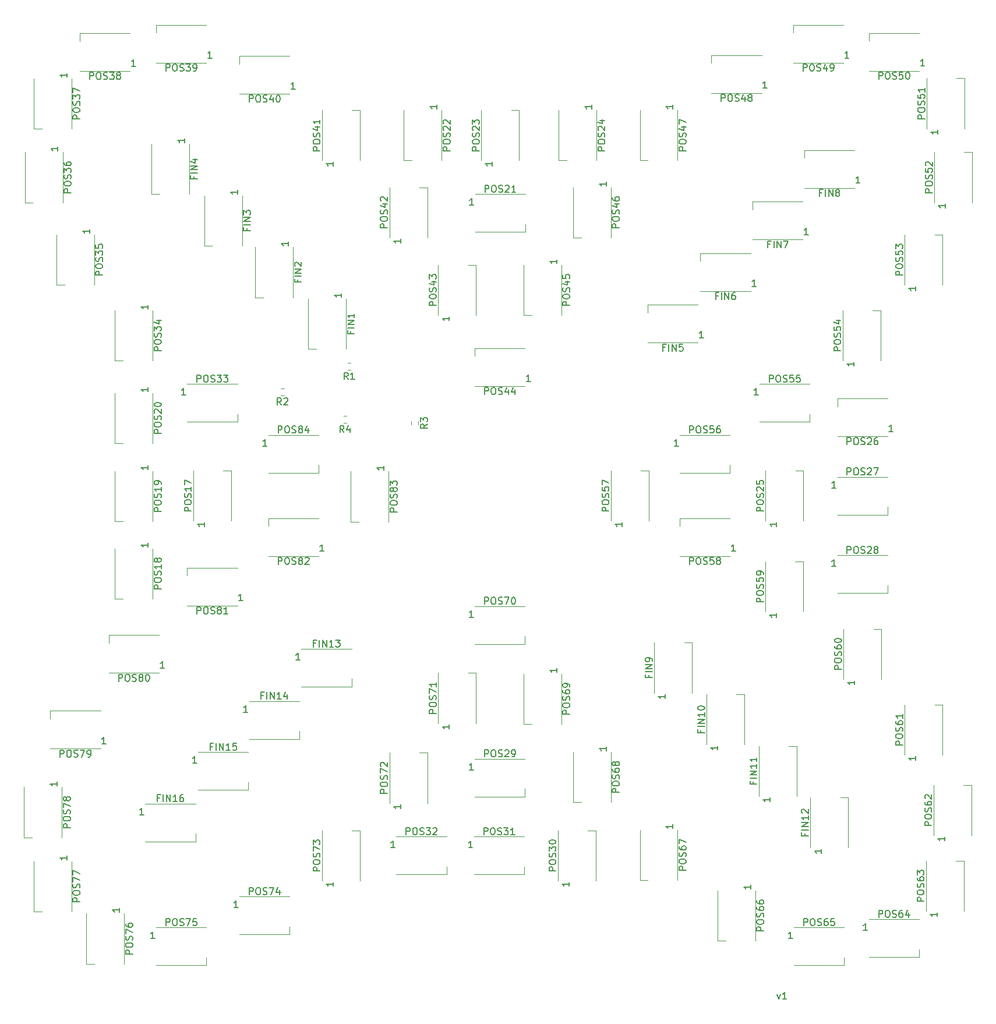
<source format=gbr>
%TF.GenerationSoftware,KiCad,Pcbnew,(6.0.4)*%
%TF.CreationDate,2022-04-26T19:16:40+02:00*%
%TF.ProjectId,FieldBoard,4669656c-6442-46f6-9172-642e6b696361,rev?*%
%TF.SameCoordinates,Original*%
%TF.FileFunction,Legend,Top*%
%TF.FilePolarity,Positive*%
%FSLAX46Y46*%
G04 Gerber Fmt 4.6, Leading zero omitted, Abs format (unit mm)*
G04 Created by KiCad (PCBNEW (6.0.4)) date 2022-04-26 19:16:40*
%MOMM*%
%LPD*%
G01*
G04 APERTURE LIST*
%ADD10C,0.150000*%
%ADD11C,0.120000*%
G04 APERTURE END LIST*
D10*
X184085714Y-161985714D02*
X184323809Y-162652380D01*
X184561904Y-161985714D01*
X185466666Y-162652380D02*
X184895238Y-162652380D01*
X185180952Y-162652380D02*
X185180952Y-161652380D01*
X185085714Y-161795238D01*
X184990476Y-161890476D01*
X184895238Y-161938095D01*
%TO.C,POS32*%
X130185703Y-138752376D02*
X130185703Y-137752376D01*
X130566655Y-137752376D01*
X130661893Y-137799996D01*
X130709512Y-137847615D01*
X130757131Y-137942853D01*
X130757131Y-138085710D01*
X130709512Y-138180948D01*
X130661893Y-138228567D01*
X130566655Y-138276186D01*
X130185703Y-138276186D01*
X131376179Y-137752376D02*
X131566655Y-137752376D01*
X131661893Y-137799996D01*
X131757131Y-137895234D01*
X131804750Y-138085710D01*
X131804750Y-138419043D01*
X131757131Y-138609519D01*
X131661893Y-138704757D01*
X131566655Y-138752376D01*
X131376179Y-138752376D01*
X131280941Y-138704757D01*
X131185703Y-138609519D01*
X131138084Y-138419043D01*
X131138084Y-138085710D01*
X131185703Y-137895234D01*
X131280941Y-137799996D01*
X131376179Y-137752376D01*
X132185703Y-138704757D02*
X132328560Y-138752376D01*
X132566655Y-138752376D01*
X132661893Y-138704757D01*
X132709512Y-138657138D01*
X132757131Y-138561900D01*
X132757131Y-138466662D01*
X132709512Y-138371424D01*
X132661893Y-138323805D01*
X132566655Y-138276186D01*
X132376179Y-138228567D01*
X132280941Y-138180948D01*
X132233322Y-138133329D01*
X132185703Y-138038091D01*
X132185703Y-137942853D01*
X132233322Y-137847615D01*
X132280941Y-137799996D01*
X132376179Y-137752376D01*
X132614274Y-137752376D01*
X132757131Y-137799996D01*
X133090465Y-137752376D02*
X133709512Y-137752376D01*
X133376179Y-138133329D01*
X133519036Y-138133329D01*
X133614274Y-138180948D01*
X133661893Y-138228567D01*
X133709512Y-138323805D01*
X133709512Y-138561900D01*
X133661893Y-138657138D01*
X133614274Y-138704757D01*
X133519036Y-138752376D01*
X133233322Y-138752376D01*
X133138084Y-138704757D01*
X133090465Y-138657138D01*
X134090465Y-137847615D02*
X134138084Y-137799996D01*
X134233322Y-137752376D01*
X134471417Y-137752376D01*
X134566655Y-137799996D01*
X134614274Y-137847615D01*
X134661893Y-137942853D01*
X134661893Y-138038091D01*
X134614274Y-138180948D01*
X134042846Y-138752376D01*
X134661893Y-138752376D01*
X128535703Y-140652376D02*
X127964274Y-140652376D01*
X128249989Y-140652376D02*
X128249989Y-139652376D01*
X128154750Y-139795234D01*
X128059512Y-139890472D01*
X127964274Y-139938091D01*
%TO.C,POS26*%
X194285702Y-82052376D02*
X194285702Y-81052376D01*
X194666654Y-81052376D01*
X194761892Y-81099996D01*
X194809511Y-81147615D01*
X194857130Y-81242853D01*
X194857130Y-81385710D01*
X194809511Y-81480948D01*
X194761892Y-81528567D01*
X194666654Y-81576186D01*
X194285702Y-81576186D01*
X195476178Y-81052376D02*
X195666654Y-81052376D01*
X195761892Y-81099996D01*
X195857130Y-81195234D01*
X195904749Y-81385710D01*
X195904749Y-81719043D01*
X195857130Y-81909519D01*
X195761892Y-82004757D01*
X195666654Y-82052376D01*
X195476178Y-82052376D01*
X195380940Y-82004757D01*
X195285702Y-81909519D01*
X195238083Y-81719043D01*
X195238083Y-81385710D01*
X195285702Y-81195234D01*
X195380940Y-81099996D01*
X195476178Y-81052376D01*
X196285702Y-82004757D02*
X196428559Y-82052376D01*
X196666654Y-82052376D01*
X196761892Y-82004757D01*
X196809511Y-81957138D01*
X196857130Y-81861900D01*
X196857130Y-81766662D01*
X196809511Y-81671424D01*
X196761892Y-81623805D01*
X196666654Y-81576186D01*
X196476178Y-81528567D01*
X196380940Y-81480948D01*
X196333321Y-81433329D01*
X196285702Y-81338091D01*
X196285702Y-81242853D01*
X196333321Y-81147615D01*
X196380940Y-81099996D01*
X196476178Y-81052376D01*
X196714273Y-81052376D01*
X196857130Y-81099996D01*
X197238083Y-81147615D02*
X197285702Y-81099996D01*
X197380940Y-81052376D01*
X197619035Y-81052376D01*
X197714273Y-81099996D01*
X197761892Y-81147615D01*
X197809511Y-81242853D01*
X197809511Y-81338091D01*
X197761892Y-81480948D01*
X197190464Y-82052376D01*
X197809511Y-82052376D01*
X198666654Y-81052376D02*
X198476178Y-81052376D01*
X198380940Y-81099996D01*
X198333321Y-81147615D01*
X198238083Y-81290472D01*
X198190464Y-81480948D01*
X198190464Y-81861900D01*
X198238083Y-81957138D01*
X198285702Y-82004757D01*
X198380940Y-82052376D01*
X198571416Y-82052376D01*
X198666654Y-82004757D01*
X198714273Y-81957138D01*
X198761892Y-81861900D01*
X198761892Y-81623805D01*
X198714273Y-81528567D01*
X198666654Y-81480948D01*
X198571416Y-81433329D01*
X198380940Y-81433329D01*
X198285702Y-81480948D01*
X198238083Y-81528567D01*
X198190464Y-81623805D01*
X200935702Y-80152376D02*
X200364273Y-80152376D01*
X200649988Y-80152376D02*
X200649988Y-79152376D01*
X200554749Y-79295234D01*
X200459511Y-79390472D01*
X200364273Y-79438091D01*
%TO.C,POS20*%
X94552377Y-80414281D02*
X93552377Y-80414281D01*
X93552377Y-80033329D01*
X93599997Y-79938091D01*
X93647616Y-79890472D01*
X93742854Y-79842853D01*
X93885711Y-79842853D01*
X93980949Y-79890472D01*
X94028568Y-79938091D01*
X94076187Y-80033329D01*
X94076187Y-80414281D01*
X93552377Y-79223805D02*
X93552377Y-79033329D01*
X93599997Y-78938091D01*
X93695235Y-78842853D01*
X93885711Y-78795234D01*
X94219044Y-78795234D01*
X94409520Y-78842853D01*
X94504758Y-78938091D01*
X94552377Y-79033329D01*
X94552377Y-79223805D01*
X94504758Y-79319043D01*
X94409520Y-79414281D01*
X94219044Y-79461900D01*
X93885711Y-79461900D01*
X93695235Y-79414281D01*
X93599997Y-79319043D01*
X93552377Y-79223805D01*
X94504758Y-78414281D02*
X94552377Y-78271424D01*
X94552377Y-78033329D01*
X94504758Y-77938091D01*
X94457139Y-77890472D01*
X94361901Y-77842853D01*
X94266663Y-77842853D01*
X94171425Y-77890472D01*
X94123806Y-77938091D01*
X94076187Y-78033329D01*
X94028568Y-78223805D01*
X93980949Y-78319043D01*
X93933330Y-78366662D01*
X93838092Y-78414281D01*
X93742854Y-78414281D01*
X93647616Y-78366662D01*
X93599997Y-78319043D01*
X93552377Y-78223805D01*
X93552377Y-77985710D01*
X93599997Y-77842853D01*
X93647616Y-77461900D02*
X93599997Y-77414281D01*
X93552377Y-77319043D01*
X93552377Y-77080948D01*
X93599997Y-76985710D01*
X93647616Y-76938091D01*
X93742854Y-76890472D01*
X93838092Y-76890472D01*
X93980949Y-76938091D01*
X94552377Y-77509519D01*
X94552377Y-76890472D01*
X93552377Y-76271424D02*
X93552377Y-76176186D01*
X93599997Y-76080948D01*
X93647616Y-76033329D01*
X93742854Y-75985710D01*
X93933330Y-75938091D01*
X94171425Y-75938091D01*
X94361901Y-75985710D01*
X94457139Y-76033329D01*
X94504758Y-76080948D01*
X94552377Y-76176186D01*
X94552377Y-76271424D01*
X94504758Y-76366662D01*
X94457139Y-76414281D01*
X94361901Y-76461900D01*
X94171425Y-76509519D01*
X93933330Y-76509519D01*
X93742854Y-76461900D01*
X93647616Y-76414281D01*
X93599997Y-76366662D01*
X93552377Y-76271424D01*
X92652377Y-73764281D02*
X92652377Y-74335710D01*
X92652377Y-74049996D02*
X91652377Y-74049996D01*
X91795235Y-74145234D01*
X91890473Y-74240472D01*
X91938092Y-74335710D01*
%TO.C,POS46*%
X161152380Y-50514285D02*
X160152380Y-50514285D01*
X160152380Y-50133333D01*
X160200000Y-50038095D01*
X160247619Y-49990476D01*
X160342857Y-49942857D01*
X160485714Y-49942857D01*
X160580952Y-49990476D01*
X160628571Y-50038095D01*
X160676190Y-50133333D01*
X160676190Y-50514285D01*
X160152380Y-49323809D02*
X160152380Y-49133333D01*
X160200000Y-49038095D01*
X160295238Y-48942857D01*
X160485714Y-48895238D01*
X160819047Y-48895238D01*
X161009523Y-48942857D01*
X161104761Y-49038095D01*
X161152380Y-49133333D01*
X161152380Y-49323809D01*
X161104761Y-49419047D01*
X161009523Y-49514285D01*
X160819047Y-49561904D01*
X160485714Y-49561904D01*
X160295238Y-49514285D01*
X160200000Y-49419047D01*
X160152380Y-49323809D01*
X161104761Y-48514285D02*
X161152380Y-48371428D01*
X161152380Y-48133333D01*
X161104761Y-48038095D01*
X161057142Y-47990476D01*
X160961904Y-47942857D01*
X160866666Y-47942857D01*
X160771428Y-47990476D01*
X160723809Y-48038095D01*
X160676190Y-48133333D01*
X160628571Y-48323809D01*
X160580952Y-48419047D01*
X160533333Y-48466666D01*
X160438095Y-48514285D01*
X160342857Y-48514285D01*
X160247619Y-48466666D01*
X160200000Y-48419047D01*
X160152380Y-48323809D01*
X160152380Y-48085714D01*
X160200000Y-47942857D01*
X160485714Y-47085714D02*
X161152380Y-47085714D01*
X160104761Y-47323809D02*
X160819047Y-47561904D01*
X160819047Y-46942857D01*
X160152380Y-46133333D02*
X160152380Y-46323809D01*
X160200000Y-46419047D01*
X160247619Y-46466666D01*
X160390476Y-46561904D01*
X160580952Y-46609523D01*
X160961904Y-46609523D01*
X161057142Y-46561904D01*
X161104761Y-46514285D01*
X161152380Y-46419047D01*
X161152380Y-46228571D01*
X161104761Y-46133333D01*
X161057142Y-46085714D01*
X160961904Y-46038095D01*
X160723809Y-46038095D01*
X160628571Y-46085714D01*
X160580952Y-46133333D01*
X160533333Y-46228571D01*
X160533333Y-46419047D01*
X160580952Y-46514285D01*
X160628571Y-46561904D01*
X160723809Y-46609523D01*
X159252380Y-43864285D02*
X159252380Y-44435714D01*
X159252380Y-44150000D02*
X158252380Y-44150000D01*
X158395238Y-44245238D01*
X158490476Y-44340476D01*
X158538095Y-44435714D01*
%TO.C,POS70*%
X141585714Y-105252380D02*
X141585714Y-104252380D01*
X141966666Y-104252380D01*
X142061904Y-104300000D01*
X142109523Y-104347619D01*
X142157142Y-104442857D01*
X142157142Y-104585714D01*
X142109523Y-104680952D01*
X142061904Y-104728571D01*
X141966666Y-104776190D01*
X141585714Y-104776190D01*
X142776190Y-104252380D02*
X142966666Y-104252380D01*
X143061904Y-104300000D01*
X143157142Y-104395238D01*
X143204761Y-104585714D01*
X143204761Y-104919047D01*
X143157142Y-105109523D01*
X143061904Y-105204761D01*
X142966666Y-105252380D01*
X142776190Y-105252380D01*
X142680952Y-105204761D01*
X142585714Y-105109523D01*
X142538095Y-104919047D01*
X142538095Y-104585714D01*
X142585714Y-104395238D01*
X142680952Y-104300000D01*
X142776190Y-104252380D01*
X143585714Y-105204761D02*
X143728571Y-105252380D01*
X143966666Y-105252380D01*
X144061904Y-105204761D01*
X144109523Y-105157142D01*
X144157142Y-105061904D01*
X144157142Y-104966666D01*
X144109523Y-104871428D01*
X144061904Y-104823809D01*
X143966666Y-104776190D01*
X143776190Y-104728571D01*
X143680952Y-104680952D01*
X143633333Y-104633333D01*
X143585714Y-104538095D01*
X143585714Y-104442857D01*
X143633333Y-104347619D01*
X143680952Y-104300000D01*
X143776190Y-104252380D01*
X144014285Y-104252380D01*
X144157142Y-104300000D01*
X144490476Y-104252380D02*
X145157142Y-104252380D01*
X144728571Y-105252380D01*
X145728571Y-104252380D02*
X145823809Y-104252380D01*
X145919047Y-104300000D01*
X145966666Y-104347619D01*
X146014285Y-104442857D01*
X146061904Y-104633333D01*
X146061904Y-104871428D01*
X146014285Y-105061904D01*
X145966666Y-105157142D01*
X145919047Y-105204761D01*
X145823809Y-105252380D01*
X145728571Y-105252380D01*
X145633333Y-105204761D01*
X145585714Y-105157142D01*
X145538095Y-105061904D01*
X145490476Y-104871428D01*
X145490476Y-104633333D01*
X145538095Y-104442857D01*
X145585714Y-104347619D01*
X145633333Y-104300000D01*
X145728571Y-104252380D01*
X139935714Y-107152380D02*
X139364285Y-107152380D01*
X139650000Y-107152380D02*
X139650000Y-106152380D01*
X139554761Y-106295238D01*
X139459523Y-106390476D01*
X139364285Y-106438095D01*
%TO.C,FIN2*%
X114428571Y-58095238D02*
X114428571Y-58428571D01*
X114952380Y-58428571D02*
X113952380Y-58428571D01*
X113952380Y-57952380D01*
X114952380Y-57571428D02*
X113952380Y-57571428D01*
X114952380Y-57095238D02*
X113952380Y-57095238D01*
X114952380Y-56523809D01*
X113952380Y-56523809D01*
X114047619Y-56095238D02*
X114000000Y-56047619D01*
X113952380Y-55952380D01*
X113952380Y-55714285D01*
X114000000Y-55619047D01*
X114047619Y-55571428D01*
X114142857Y-55523809D01*
X114238095Y-55523809D01*
X114380952Y-55571428D01*
X114952380Y-56142857D01*
X114952380Y-55523809D01*
X113052380Y-52564285D02*
X113052380Y-53135714D01*
X113052380Y-52850000D02*
X112052380Y-52850000D01*
X112195238Y-52945238D01*
X112290476Y-53040476D01*
X112338095Y-53135714D01*
%TO.C,POS55*%
X182985714Y-72952380D02*
X182985714Y-71952380D01*
X183366666Y-71952380D01*
X183461904Y-72000000D01*
X183509523Y-72047619D01*
X183557142Y-72142857D01*
X183557142Y-72285714D01*
X183509523Y-72380952D01*
X183461904Y-72428571D01*
X183366666Y-72476190D01*
X182985714Y-72476190D01*
X184176190Y-71952380D02*
X184366666Y-71952380D01*
X184461904Y-72000000D01*
X184557142Y-72095238D01*
X184604761Y-72285714D01*
X184604761Y-72619047D01*
X184557142Y-72809523D01*
X184461904Y-72904761D01*
X184366666Y-72952380D01*
X184176190Y-72952380D01*
X184080952Y-72904761D01*
X183985714Y-72809523D01*
X183938095Y-72619047D01*
X183938095Y-72285714D01*
X183985714Y-72095238D01*
X184080952Y-72000000D01*
X184176190Y-71952380D01*
X184985714Y-72904761D02*
X185128571Y-72952380D01*
X185366666Y-72952380D01*
X185461904Y-72904761D01*
X185509523Y-72857142D01*
X185557142Y-72761904D01*
X185557142Y-72666666D01*
X185509523Y-72571428D01*
X185461904Y-72523809D01*
X185366666Y-72476190D01*
X185176190Y-72428571D01*
X185080952Y-72380952D01*
X185033333Y-72333333D01*
X184985714Y-72238095D01*
X184985714Y-72142857D01*
X185033333Y-72047619D01*
X185080952Y-72000000D01*
X185176190Y-71952380D01*
X185414285Y-71952380D01*
X185557142Y-72000000D01*
X186461904Y-71952380D02*
X185985714Y-71952380D01*
X185938095Y-72428571D01*
X185985714Y-72380952D01*
X186080952Y-72333333D01*
X186319047Y-72333333D01*
X186414285Y-72380952D01*
X186461904Y-72428571D01*
X186509523Y-72523809D01*
X186509523Y-72761904D01*
X186461904Y-72857142D01*
X186414285Y-72904761D01*
X186319047Y-72952380D01*
X186080952Y-72952380D01*
X185985714Y-72904761D01*
X185938095Y-72857142D01*
X187414285Y-71952380D02*
X186938095Y-71952380D01*
X186890476Y-72428571D01*
X186938095Y-72380952D01*
X187033333Y-72333333D01*
X187271428Y-72333333D01*
X187366666Y-72380952D01*
X187414285Y-72428571D01*
X187461904Y-72523809D01*
X187461904Y-72761904D01*
X187414285Y-72857142D01*
X187366666Y-72904761D01*
X187271428Y-72952380D01*
X187033333Y-72952380D01*
X186938095Y-72904761D01*
X186890476Y-72857142D01*
X181335714Y-74852380D02*
X180764285Y-74852380D01*
X181050000Y-74852380D02*
X181050000Y-73852380D01*
X180954761Y-73995238D01*
X180859523Y-74090476D01*
X180764285Y-74138095D01*
%TO.C,POS19*%
X94552377Y-91764296D02*
X93552377Y-91764296D01*
X93552377Y-91383344D01*
X93599997Y-91288106D01*
X93647616Y-91240487D01*
X93742854Y-91192868D01*
X93885711Y-91192868D01*
X93980949Y-91240487D01*
X94028568Y-91288106D01*
X94076187Y-91383344D01*
X94076187Y-91764296D01*
X93552377Y-90573820D02*
X93552377Y-90383344D01*
X93599997Y-90288106D01*
X93695235Y-90192868D01*
X93885711Y-90145249D01*
X94219044Y-90145249D01*
X94409520Y-90192868D01*
X94504758Y-90288106D01*
X94552377Y-90383344D01*
X94552377Y-90573820D01*
X94504758Y-90669058D01*
X94409520Y-90764296D01*
X94219044Y-90811915D01*
X93885711Y-90811915D01*
X93695235Y-90764296D01*
X93599997Y-90669058D01*
X93552377Y-90573820D01*
X94504758Y-89764296D02*
X94552377Y-89621439D01*
X94552377Y-89383344D01*
X94504758Y-89288106D01*
X94457139Y-89240487D01*
X94361901Y-89192868D01*
X94266663Y-89192868D01*
X94171425Y-89240487D01*
X94123806Y-89288106D01*
X94076187Y-89383344D01*
X94028568Y-89573820D01*
X93980949Y-89669058D01*
X93933330Y-89716677D01*
X93838092Y-89764296D01*
X93742854Y-89764296D01*
X93647616Y-89716677D01*
X93599997Y-89669058D01*
X93552377Y-89573820D01*
X93552377Y-89335725D01*
X93599997Y-89192868D01*
X94552377Y-88240487D02*
X94552377Y-88811915D01*
X94552377Y-88526201D02*
X93552377Y-88526201D01*
X93695235Y-88621439D01*
X93790473Y-88716677D01*
X93838092Y-88811915D01*
X94552377Y-87764296D02*
X94552377Y-87573820D01*
X94504758Y-87478582D01*
X94457139Y-87430963D01*
X94314282Y-87335725D01*
X94123806Y-87288106D01*
X93742854Y-87288106D01*
X93647616Y-87335725D01*
X93599997Y-87383344D01*
X93552377Y-87478582D01*
X93552377Y-87669058D01*
X93599997Y-87764296D01*
X93647616Y-87811915D01*
X93742854Y-87859534D01*
X93980949Y-87859534D01*
X94076187Y-87811915D01*
X94123806Y-87764296D01*
X94171425Y-87669058D01*
X94171425Y-87478582D01*
X94123806Y-87383344D01*
X94076187Y-87335725D01*
X93980949Y-87288106D01*
X92652377Y-85114296D02*
X92652377Y-85685725D01*
X92652377Y-85400011D02*
X91652377Y-85400011D01*
X91795235Y-85495249D01*
X91890473Y-85590487D01*
X91938092Y-85685725D01*
%TO.C,POS63*%
X205452380Y-148414285D02*
X204452380Y-148414285D01*
X204452380Y-148033333D01*
X204500000Y-147938095D01*
X204547619Y-147890476D01*
X204642857Y-147842857D01*
X204785714Y-147842857D01*
X204880952Y-147890476D01*
X204928571Y-147938095D01*
X204976190Y-148033333D01*
X204976190Y-148414285D01*
X204452380Y-147223809D02*
X204452380Y-147033333D01*
X204500000Y-146938095D01*
X204595238Y-146842857D01*
X204785714Y-146795238D01*
X205119047Y-146795238D01*
X205309523Y-146842857D01*
X205404761Y-146938095D01*
X205452380Y-147033333D01*
X205452380Y-147223809D01*
X205404761Y-147319047D01*
X205309523Y-147414285D01*
X205119047Y-147461904D01*
X204785714Y-147461904D01*
X204595238Y-147414285D01*
X204500000Y-147319047D01*
X204452380Y-147223809D01*
X205404761Y-146414285D02*
X205452380Y-146271428D01*
X205452380Y-146033333D01*
X205404761Y-145938095D01*
X205357142Y-145890476D01*
X205261904Y-145842857D01*
X205166666Y-145842857D01*
X205071428Y-145890476D01*
X205023809Y-145938095D01*
X204976190Y-146033333D01*
X204928571Y-146223809D01*
X204880952Y-146319047D01*
X204833333Y-146366666D01*
X204738095Y-146414285D01*
X204642857Y-146414285D01*
X204547619Y-146366666D01*
X204500000Y-146319047D01*
X204452380Y-146223809D01*
X204452380Y-145985714D01*
X204500000Y-145842857D01*
X204452380Y-144985714D02*
X204452380Y-145176190D01*
X204500000Y-145271428D01*
X204547619Y-145319047D01*
X204690476Y-145414285D01*
X204880952Y-145461904D01*
X205261904Y-145461904D01*
X205357142Y-145414285D01*
X205404761Y-145366666D01*
X205452380Y-145271428D01*
X205452380Y-145080952D01*
X205404761Y-144985714D01*
X205357142Y-144938095D01*
X205261904Y-144890476D01*
X205023809Y-144890476D01*
X204928571Y-144938095D01*
X204880952Y-144985714D01*
X204833333Y-145080952D01*
X204833333Y-145271428D01*
X204880952Y-145366666D01*
X204928571Y-145414285D01*
X205023809Y-145461904D01*
X204452380Y-144557142D02*
X204452380Y-143938095D01*
X204833333Y-144271428D01*
X204833333Y-144128571D01*
X204880952Y-144033333D01*
X204928571Y-143985714D01*
X205023809Y-143938095D01*
X205261904Y-143938095D01*
X205357142Y-143985714D01*
X205404761Y-144033333D01*
X205452380Y-144128571D01*
X205452380Y-144414285D01*
X205404761Y-144509523D01*
X205357142Y-144557142D01*
X207352380Y-150064285D02*
X207352380Y-150635714D01*
X207352380Y-150350000D02*
X206352380Y-150350000D01*
X206495238Y-150445238D01*
X206590476Y-150540476D01*
X206638095Y-150635714D01*
%TO.C,R2*%
X112033333Y-76282380D02*
X111700000Y-75806190D01*
X111461904Y-76282380D02*
X111461904Y-75282380D01*
X111842857Y-75282380D01*
X111938095Y-75330000D01*
X111985714Y-75377619D01*
X112033333Y-75472857D01*
X112033333Y-75615714D01*
X111985714Y-75710952D01*
X111938095Y-75758571D01*
X111842857Y-75806190D01*
X111461904Y-75806190D01*
X112414285Y-75377619D02*
X112461904Y-75330000D01*
X112557142Y-75282380D01*
X112795238Y-75282380D01*
X112890476Y-75330000D01*
X112938095Y-75377619D01*
X112985714Y-75472857D01*
X112985714Y-75568095D01*
X112938095Y-75710952D01*
X112366666Y-76282380D01*
X112985714Y-76282380D01*
%TO.C,POS76*%
X90405413Y-156081962D02*
X89405413Y-156081962D01*
X89405413Y-155701010D01*
X89453033Y-155605772D01*
X89500652Y-155558153D01*
X89595890Y-155510534D01*
X89738747Y-155510534D01*
X89833985Y-155558153D01*
X89881604Y-155605772D01*
X89929223Y-155701010D01*
X89929223Y-156081962D01*
X89405413Y-154891486D02*
X89405413Y-154701010D01*
X89453033Y-154605772D01*
X89548271Y-154510534D01*
X89738747Y-154462915D01*
X90072080Y-154462915D01*
X90262556Y-154510534D01*
X90357794Y-154605772D01*
X90405413Y-154701010D01*
X90405413Y-154891486D01*
X90357794Y-154986724D01*
X90262556Y-155081962D01*
X90072080Y-155129581D01*
X89738747Y-155129581D01*
X89548271Y-155081962D01*
X89453033Y-154986724D01*
X89405413Y-154891486D01*
X90357794Y-154081962D02*
X90405413Y-153939105D01*
X90405413Y-153701010D01*
X90357794Y-153605772D01*
X90310175Y-153558153D01*
X90214937Y-153510534D01*
X90119699Y-153510534D01*
X90024461Y-153558153D01*
X89976842Y-153605772D01*
X89929223Y-153701010D01*
X89881604Y-153891486D01*
X89833985Y-153986724D01*
X89786366Y-154034343D01*
X89691128Y-154081962D01*
X89595890Y-154081962D01*
X89500652Y-154034343D01*
X89453033Y-153986724D01*
X89405413Y-153891486D01*
X89405413Y-153653391D01*
X89453033Y-153510534D01*
X89405413Y-153177200D02*
X89405413Y-152510534D01*
X90405413Y-152939105D01*
X89405413Y-151701010D02*
X89405413Y-151891486D01*
X89453033Y-151986724D01*
X89500652Y-152034343D01*
X89643509Y-152129581D01*
X89833985Y-152177200D01*
X90214937Y-152177200D01*
X90310175Y-152129581D01*
X90357794Y-152081962D01*
X90405413Y-151986724D01*
X90405413Y-151796248D01*
X90357794Y-151701010D01*
X90310175Y-151653391D01*
X90214937Y-151605772D01*
X89976842Y-151605772D01*
X89881604Y-151653391D01*
X89833985Y-151701010D01*
X89786366Y-151796248D01*
X89786366Y-151986724D01*
X89833985Y-152081962D01*
X89881604Y-152129581D01*
X89976842Y-152177200D01*
X88505413Y-149431962D02*
X88505413Y-150003391D01*
X88505413Y-149717677D02*
X87505413Y-149717677D01*
X87648271Y-149812915D01*
X87743509Y-149908153D01*
X87791128Y-150003391D01*
%TO.C,POS17*%
X98952379Y-91714284D02*
X97952379Y-91714284D01*
X97952379Y-91333332D01*
X97999999Y-91238094D01*
X98047618Y-91190475D01*
X98142856Y-91142856D01*
X98285713Y-91142856D01*
X98380951Y-91190475D01*
X98428570Y-91238094D01*
X98476189Y-91333332D01*
X98476189Y-91714284D01*
X97952379Y-90523808D02*
X97952379Y-90333332D01*
X97999999Y-90238094D01*
X98095237Y-90142856D01*
X98285713Y-90095237D01*
X98619046Y-90095237D01*
X98809522Y-90142856D01*
X98904760Y-90238094D01*
X98952379Y-90333332D01*
X98952379Y-90523808D01*
X98904760Y-90619046D01*
X98809522Y-90714284D01*
X98619046Y-90761903D01*
X98285713Y-90761903D01*
X98095237Y-90714284D01*
X97999999Y-90619046D01*
X97952379Y-90523808D01*
X98904760Y-89714284D02*
X98952379Y-89571427D01*
X98952379Y-89333332D01*
X98904760Y-89238094D01*
X98857141Y-89190475D01*
X98761903Y-89142856D01*
X98666665Y-89142856D01*
X98571427Y-89190475D01*
X98523808Y-89238094D01*
X98476189Y-89333332D01*
X98428570Y-89523808D01*
X98380951Y-89619046D01*
X98333332Y-89666665D01*
X98238094Y-89714284D01*
X98142856Y-89714284D01*
X98047618Y-89666665D01*
X97999999Y-89619046D01*
X97952379Y-89523808D01*
X97952379Y-89285713D01*
X97999999Y-89142856D01*
X98952379Y-88190475D02*
X98952379Y-88761903D01*
X98952379Y-88476189D02*
X97952379Y-88476189D01*
X98095237Y-88571427D01*
X98190475Y-88666665D01*
X98238094Y-88761903D01*
X97952379Y-87857141D02*
X97952379Y-87190475D01*
X98952379Y-87619046D01*
X100852379Y-93364284D02*
X100852379Y-93935713D01*
X100852379Y-93649999D02*
X99852379Y-93649999D01*
X99995237Y-93745237D01*
X100090475Y-93840475D01*
X100138094Y-93935713D01*
%TO.C,POS56*%
X171385714Y-80352380D02*
X171385714Y-79352380D01*
X171766666Y-79352380D01*
X171861904Y-79400000D01*
X171909523Y-79447619D01*
X171957142Y-79542857D01*
X171957142Y-79685714D01*
X171909523Y-79780952D01*
X171861904Y-79828571D01*
X171766666Y-79876190D01*
X171385714Y-79876190D01*
X172576190Y-79352380D02*
X172766666Y-79352380D01*
X172861904Y-79400000D01*
X172957142Y-79495238D01*
X173004761Y-79685714D01*
X173004761Y-80019047D01*
X172957142Y-80209523D01*
X172861904Y-80304761D01*
X172766666Y-80352380D01*
X172576190Y-80352380D01*
X172480952Y-80304761D01*
X172385714Y-80209523D01*
X172338095Y-80019047D01*
X172338095Y-79685714D01*
X172385714Y-79495238D01*
X172480952Y-79400000D01*
X172576190Y-79352380D01*
X173385714Y-80304761D02*
X173528571Y-80352380D01*
X173766666Y-80352380D01*
X173861904Y-80304761D01*
X173909523Y-80257142D01*
X173957142Y-80161904D01*
X173957142Y-80066666D01*
X173909523Y-79971428D01*
X173861904Y-79923809D01*
X173766666Y-79876190D01*
X173576190Y-79828571D01*
X173480952Y-79780952D01*
X173433333Y-79733333D01*
X173385714Y-79638095D01*
X173385714Y-79542857D01*
X173433333Y-79447619D01*
X173480952Y-79400000D01*
X173576190Y-79352380D01*
X173814285Y-79352380D01*
X173957142Y-79400000D01*
X174861904Y-79352380D02*
X174385714Y-79352380D01*
X174338095Y-79828571D01*
X174385714Y-79780952D01*
X174480952Y-79733333D01*
X174719047Y-79733333D01*
X174814285Y-79780952D01*
X174861904Y-79828571D01*
X174909523Y-79923809D01*
X174909523Y-80161904D01*
X174861904Y-80257142D01*
X174814285Y-80304761D01*
X174719047Y-80352380D01*
X174480952Y-80352380D01*
X174385714Y-80304761D01*
X174338095Y-80257142D01*
X175766666Y-79352380D02*
X175576190Y-79352380D01*
X175480952Y-79400000D01*
X175433333Y-79447619D01*
X175338095Y-79590476D01*
X175290476Y-79780952D01*
X175290476Y-80161904D01*
X175338095Y-80257142D01*
X175385714Y-80304761D01*
X175480952Y-80352380D01*
X175671428Y-80352380D01*
X175766666Y-80304761D01*
X175814285Y-80257142D01*
X175861904Y-80161904D01*
X175861904Y-79923809D01*
X175814285Y-79828571D01*
X175766666Y-79780952D01*
X175671428Y-79733333D01*
X175480952Y-79733333D01*
X175385714Y-79780952D01*
X175338095Y-79828571D01*
X175290476Y-79923809D01*
X169735714Y-82252380D02*
X169164285Y-82252380D01*
X169450000Y-82252380D02*
X169450000Y-81252380D01*
X169354761Y-81395238D01*
X169259523Y-81490476D01*
X169164285Y-81538095D01*
%TO.C,POS54*%
X193352380Y-68414285D02*
X192352380Y-68414285D01*
X192352380Y-68033333D01*
X192400000Y-67938095D01*
X192447619Y-67890476D01*
X192542857Y-67842857D01*
X192685714Y-67842857D01*
X192780952Y-67890476D01*
X192828571Y-67938095D01*
X192876190Y-68033333D01*
X192876190Y-68414285D01*
X192352380Y-67223809D02*
X192352380Y-67033333D01*
X192400000Y-66938095D01*
X192495238Y-66842857D01*
X192685714Y-66795238D01*
X193019047Y-66795238D01*
X193209523Y-66842857D01*
X193304761Y-66938095D01*
X193352380Y-67033333D01*
X193352380Y-67223809D01*
X193304761Y-67319047D01*
X193209523Y-67414285D01*
X193019047Y-67461904D01*
X192685714Y-67461904D01*
X192495238Y-67414285D01*
X192400000Y-67319047D01*
X192352380Y-67223809D01*
X193304761Y-66414285D02*
X193352380Y-66271428D01*
X193352380Y-66033333D01*
X193304761Y-65938095D01*
X193257142Y-65890476D01*
X193161904Y-65842857D01*
X193066666Y-65842857D01*
X192971428Y-65890476D01*
X192923809Y-65938095D01*
X192876190Y-66033333D01*
X192828571Y-66223809D01*
X192780952Y-66319047D01*
X192733333Y-66366666D01*
X192638095Y-66414285D01*
X192542857Y-66414285D01*
X192447619Y-66366666D01*
X192400000Y-66319047D01*
X192352380Y-66223809D01*
X192352380Y-65985714D01*
X192400000Y-65842857D01*
X192352380Y-64938095D02*
X192352380Y-65414285D01*
X192828571Y-65461904D01*
X192780952Y-65414285D01*
X192733333Y-65319047D01*
X192733333Y-65080952D01*
X192780952Y-64985714D01*
X192828571Y-64938095D01*
X192923809Y-64890476D01*
X193161904Y-64890476D01*
X193257142Y-64938095D01*
X193304761Y-64985714D01*
X193352380Y-65080952D01*
X193352380Y-65319047D01*
X193304761Y-65414285D01*
X193257142Y-65461904D01*
X192685714Y-64033333D02*
X193352380Y-64033333D01*
X192304761Y-64271428D02*
X193019047Y-64509523D01*
X193019047Y-63890476D01*
X195252380Y-70064285D02*
X195252380Y-70635714D01*
X195252380Y-70350000D02*
X194252380Y-70350000D01*
X194395238Y-70445238D01*
X194490476Y-70540476D01*
X194538095Y-70635714D01*
%TO.C,POS52*%
X206652380Y-45414285D02*
X205652380Y-45414285D01*
X205652380Y-45033333D01*
X205700000Y-44938095D01*
X205747619Y-44890476D01*
X205842857Y-44842857D01*
X205985714Y-44842857D01*
X206080952Y-44890476D01*
X206128571Y-44938095D01*
X206176190Y-45033333D01*
X206176190Y-45414285D01*
X205652380Y-44223809D02*
X205652380Y-44033333D01*
X205700000Y-43938095D01*
X205795238Y-43842857D01*
X205985714Y-43795238D01*
X206319047Y-43795238D01*
X206509523Y-43842857D01*
X206604761Y-43938095D01*
X206652380Y-44033333D01*
X206652380Y-44223809D01*
X206604761Y-44319047D01*
X206509523Y-44414285D01*
X206319047Y-44461904D01*
X205985714Y-44461904D01*
X205795238Y-44414285D01*
X205700000Y-44319047D01*
X205652380Y-44223809D01*
X206604761Y-43414285D02*
X206652380Y-43271428D01*
X206652380Y-43033333D01*
X206604761Y-42938095D01*
X206557142Y-42890476D01*
X206461904Y-42842857D01*
X206366666Y-42842857D01*
X206271428Y-42890476D01*
X206223809Y-42938095D01*
X206176190Y-43033333D01*
X206128571Y-43223809D01*
X206080952Y-43319047D01*
X206033333Y-43366666D01*
X205938095Y-43414285D01*
X205842857Y-43414285D01*
X205747619Y-43366666D01*
X205700000Y-43319047D01*
X205652380Y-43223809D01*
X205652380Y-42985714D01*
X205700000Y-42842857D01*
X205652380Y-41938095D02*
X205652380Y-42414285D01*
X206128571Y-42461904D01*
X206080952Y-42414285D01*
X206033333Y-42319047D01*
X206033333Y-42080952D01*
X206080952Y-41985714D01*
X206128571Y-41938095D01*
X206223809Y-41890476D01*
X206461904Y-41890476D01*
X206557142Y-41938095D01*
X206604761Y-41985714D01*
X206652380Y-42080952D01*
X206652380Y-42319047D01*
X206604761Y-42414285D01*
X206557142Y-42461904D01*
X205747619Y-41509523D02*
X205700000Y-41461904D01*
X205652380Y-41366666D01*
X205652380Y-41128571D01*
X205700000Y-41033333D01*
X205747619Y-40985714D01*
X205842857Y-40938095D01*
X205938095Y-40938095D01*
X206080952Y-40985714D01*
X206652380Y-41557142D01*
X206652380Y-40938095D01*
X208552380Y-47064285D02*
X208552380Y-47635714D01*
X208552380Y-47350000D02*
X207552380Y-47350000D01*
X207695238Y-47445238D01*
X207790476Y-47540476D01*
X207838095Y-47635714D01*
%TO.C,R3*%
X133282380Y-79066666D02*
X132806190Y-79400000D01*
X133282380Y-79638095D02*
X132282380Y-79638095D01*
X132282380Y-79257142D01*
X132330000Y-79161904D01*
X132377619Y-79114285D01*
X132472857Y-79066666D01*
X132615714Y-79066666D01*
X132710952Y-79114285D01*
X132758571Y-79161904D01*
X132806190Y-79257142D01*
X132806190Y-79638095D01*
X132282380Y-78733333D02*
X132282380Y-78114285D01*
X132663333Y-78447619D01*
X132663333Y-78304761D01*
X132710952Y-78209523D01*
X132758571Y-78161904D01*
X132853809Y-78114285D01*
X133091904Y-78114285D01*
X133187142Y-78161904D01*
X133234761Y-78209523D01*
X133282380Y-78304761D01*
X133282380Y-78590476D01*
X133234761Y-78685714D01*
X133187142Y-78733333D01*
%TO.C,POS31*%
X141482683Y-138752376D02*
X141482683Y-137752376D01*
X141863635Y-137752376D01*
X141958873Y-137799996D01*
X142006492Y-137847615D01*
X142054111Y-137942853D01*
X142054111Y-138085710D01*
X142006492Y-138180948D01*
X141958873Y-138228567D01*
X141863635Y-138276186D01*
X141482683Y-138276186D01*
X142673159Y-137752376D02*
X142863635Y-137752376D01*
X142958873Y-137799996D01*
X143054111Y-137895234D01*
X143101730Y-138085710D01*
X143101730Y-138419043D01*
X143054111Y-138609519D01*
X142958873Y-138704757D01*
X142863635Y-138752376D01*
X142673159Y-138752376D01*
X142577921Y-138704757D01*
X142482683Y-138609519D01*
X142435064Y-138419043D01*
X142435064Y-138085710D01*
X142482683Y-137895234D01*
X142577921Y-137799996D01*
X142673159Y-137752376D01*
X143482683Y-138704757D02*
X143625540Y-138752376D01*
X143863635Y-138752376D01*
X143958873Y-138704757D01*
X144006492Y-138657138D01*
X144054111Y-138561900D01*
X144054111Y-138466662D01*
X144006492Y-138371424D01*
X143958873Y-138323805D01*
X143863635Y-138276186D01*
X143673159Y-138228567D01*
X143577921Y-138180948D01*
X143530302Y-138133329D01*
X143482683Y-138038091D01*
X143482683Y-137942853D01*
X143530302Y-137847615D01*
X143577921Y-137799996D01*
X143673159Y-137752376D01*
X143911254Y-137752376D01*
X144054111Y-137799996D01*
X144387445Y-137752376D02*
X145006492Y-137752376D01*
X144673159Y-138133329D01*
X144816016Y-138133329D01*
X144911254Y-138180948D01*
X144958873Y-138228567D01*
X145006492Y-138323805D01*
X145006492Y-138561900D01*
X144958873Y-138657138D01*
X144911254Y-138704757D01*
X144816016Y-138752376D01*
X144530302Y-138752376D01*
X144435064Y-138704757D01*
X144387445Y-138657138D01*
X145958873Y-138752376D02*
X145387445Y-138752376D01*
X145673159Y-138752376D02*
X145673159Y-137752376D01*
X145577921Y-137895234D01*
X145482683Y-137990472D01*
X145387445Y-138038091D01*
X139832683Y-140652376D02*
X139261254Y-140652376D01*
X139546969Y-140652376D02*
X139546969Y-139652376D01*
X139451730Y-139795234D01*
X139356492Y-139890472D01*
X139261254Y-139938091D01*
%TO.C,POS18*%
X94552377Y-103014285D02*
X93552377Y-103014285D01*
X93552377Y-102633333D01*
X93599997Y-102538095D01*
X93647616Y-102490476D01*
X93742854Y-102442857D01*
X93885711Y-102442857D01*
X93980949Y-102490476D01*
X94028568Y-102538095D01*
X94076187Y-102633333D01*
X94076187Y-103014285D01*
X93552377Y-101823809D02*
X93552377Y-101633333D01*
X93599997Y-101538095D01*
X93695235Y-101442857D01*
X93885711Y-101395238D01*
X94219044Y-101395238D01*
X94409520Y-101442857D01*
X94504758Y-101538095D01*
X94552377Y-101633333D01*
X94552377Y-101823809D01*
X94504758Y-101919047D01*
X94409520Y-102014285D01*
X94219044Y-102061904D01*
X93885711Y-102061904D01*
X93695235Y-102014285D01*
X93599997Y-101919047D01*
X93552377Y-101823809D01*
X94504758Y-101014285D02*
X94552377Y-100871428D01*
X94552377Y-100633333D01*
X94504758Y-100538095D01*
X94457139Y-100490476D01*
X94361901Y-100442857D01*
X94266663Y-100442857D01*
X94171425Y-100490476D01*
X94123806Y-100538095D01*
X94076187Y-100633333D01*
X94028568Y-100823809D01*
X93980949Y-100919047D01*
X93933330Y-100966666D01*
X93838092Y-101014285D01*
X93742854Y-101014285D01*
X93647616Y-100966666D01*
X93599997Y-100919047D01*
X93552377Y-100823809D01*
X93552377Y-100585714D01*
X93599997Y-100442857D01*
X94552377Y-99490476D02*
X94552377Y-100061904D01*
X94552377Y-99776190D02*
X93552377Y-99776190D01*
X93695235Y-99871428D01*
X93790473Y-99966666D01*
X93838092Y-100061904D01*
X93980949Y-98919047D02*
X93933330Y-99014285D01*
X93885711Y-99061904D01*
X93790473Y-99109523D01*
X93742854Y-99109523D01*
X93647616Y-99061904D01*
X93599997Y-99014285D01*
X93552377Y-98919047D01*
X93552377Y-98728571D01*
X93599997Y-98633333D01*
X93647616Y-98585714D01*
X93742854Y-98538095D01*
X93790473Y-98538095D01*
X93885711Y-98585714D01*
X93933330Y-98633333D01*
X93980949Y-98728571D01*
X93980949Y-98919047D01*
X94028568Y-99014285D01*
X94076187Y-99061904D01*
X94171425Y-99109523D01*
X94361901Y-99109523D01*
X94457139Y-99061904D01*
X94504758Y-99014285D01*
X94552377Y-98919047D01*
X94552377Y-98728571D01*
X94504758Y-98633333D01*
X94457139Y-98585714D01*
X94361901Y-98538095D01*
X94171425Y-98538095D01*
X94076187Y-98585714D01*
X94028568Y-98633333D01*
X93980949Y-98728571D01*
X92652377Y-96364285D02*
X92652377Y-96935714D01*
X92652377Y-96650000D02*
X91652377Y-96650000D01*
X91795235Y-96745238D01*
X91890473Y-96840476D01*
X91938092Y-96935714D01*
%TO.C,POS50*%
X198885714Y-28920057D02*
X198885714Y-27920057D01*
X199266666Y-27920057D01*
X199361904Y-27967677D01*
X199409523Y-28015296D01*
X199457142Y-28110534D01*
X199457142Y-28253391D01*
X199409523Y-28348629D01*
X199361904Y-28396248D01*
X199266666Y-28443867D01*
X198885714Y-28443867D01*
X200076190Y-27920057D02*
X200266666Y-27920057D01*
X200361904Y-27967677D01*
X200457142Y-28062915D01*
X200504761Y-28253391D01*
X200504761Y-28586724D01*
X200457142Y-28777200D01*
X200361904Y-28872438D01*
X200266666Y-28920057D01*
X200076190Y-28920057D01*
X199980952Y-28872438D01*
X199885714Y-28777200D01*
X199838095Y-28586724D01*
X199838095Y-28253391D01*
X199885714Y-28062915D01*
X199980952Y-27967677D01*
X200076190Y-27920057D01*
X200885714Y-28872438D02*
X201028571Y-28920057D01*
X201266666Y-28920057D01*
X201361904Y-28872438D01*
X201409523Y-28824819D01*
X201457142Y-28729581D01*
X201457142Y-28634343D01*
X201409523Y-28539105D01*
X201361904Y-28491486D01*
X201266666Y-28443867D01*
X201076190Y-28396248D01*
X200980952Y-28348629D01*
X200933333Y-28301010D01*
X200885714Y-28205772D01*
X200885714Y-28110534D01*
X200933333Y-28015296D01*
X200980952Y-27967677D01*
X201076190Y-27920057D01*
X201314285Y-27920057D01*
X201457142Y-27967677D01*
X202361904Y-27920057D02*
X201885714Y-27920057D01*
X201838095Y-28396248D01*
X201885714Y-28348629D01*
X201980952Y-28301010D01*
X202219047Y-28301010D01*
X202314285Y-28348629D01*
X202361904Y-28396248D01*
X202409523Y-28491486D01*
X202409523Y-28729581D01*
X202361904Y-28824819D01*
X202314285Y-28872438D01*
X202219047Y-28920057D01*
X201980952Y-28920057D01*
X201885714Y-28872438D01*
X201838095Y-28824819D01*
X203028571Y-27920057D02*
X203123809Y-27920057D01*
X203219047Y-27967677D01*
X203266666Y-28015296D01*
X203314285Y-28110534D01*
X203361904Y-28301010D01*
X203361904Y-28539105D01*
X203314285Y-28729581D01*
X203266666Y-28824819D01*
X203219047Y-28872438D01*
X203123809Y-28920057D01*
X203028571Y-28920057D01*
X202933333Y-28872438D01*
X202885714Y-28824819D01*
X202838095Y-28729581D01*
X202790476Y-28539105D01*
X202790476Y-28301010D01*
X202838095Y-28110534D01*
X202885714Y-28015296D01*
X202933333Y-27967677D01*
X203028571Y-27920057D01*
X205535714Y-27020057D02*
X204964285Y-27020057D01*
X205250000Y-27020057D02*
X205250000Y-26020057D01*
X205154761Y-26162915D01*
X205059523Y-26258153D01*
X204964285Y-26305772D01*
%TO.C,POS40*%
X107385714Y-32252380D02*
X107385714Y-31252380D01*
X107766666Y-31252380D01*
X107861904Y-31300000D01*
X107909523Y-31347619D01*
X107957142Y-31442857D01*
X107957142Y-31585714D01*
X107909523Y-31680952D01*
X107861904Y-31728571D01*
X107766666Y-31776190D01*
X107385714Y-31776190D01*
X108576190Y-31252380D02*
X108766666Y-31252380D01*
X108861904Y-31300000D01*
X108957142Y-31395238D01*
X109004761Y-31585714D01*
X109004761Y-31919047D01*
X108957142Y-32109523D01*
X108861904Y-32204761D01*
X108766666Y-32252380D01*
X108576190Y-32252380D01*
X108480952Y-32204761D01*
X108385714Y-32109523D01*
X108338095Y-31919047D01*
X108338095Y-31585714D01*
X108385714Y-31395238D01*
X108480952Y-31300000D01*
X108576190Y-31252380D01*
X109385714Y-32204761D02*
X109528571Y-32252380D01*
X109766666Y-32252380D01*
X109861904Y-32204761D01*
X109909523Y-32157142D01*
X109957142Y-32061904D01*
X109957142Y-31966666D01*
X109909523Y-31871428D01*
X109861904Y-31823809D01*
X109766666Y-31776190D01*
X109576190Y-31728571D01*
X109480952Y-31680952D01*
X109433333Y-31633333D01*
X109385714Y-31538095D01*
X109385714Y-31442857D01*
X109433333Y-31347619D01*
X109480952Y-31300000D01*
X109576190Y-31252380D01*
X109814285Y-31252380D01*
X109957142Y-31300000D01*
X110814285Y-31585714D02*
X110814285Y-32252380D01*
X110576190Y-31204761D02*
X110338095Y-31919047D01*
X110957142Y-31919047D01*
X111528571Y-31252380D02*
X111623809Y-31252380D01*
X111719047Y-31300000D01*
X111766666Y-31347619D01*
X111814285Y-31442857D01*
X111861904Y-31633333D01*
X111861904Y-31871428D01*
X111814285Y-32061904D01*
X111766666Y-32157142D01*
X111719047Y-32204761D01*
X111623809Y-32252380D01*
X111528571Y-32252380D01*
X111433333Y-32204761D01*
X111385714Y-32157142D01*
X111338095Y-32061904D01*
X111290476Y-31871428D01*
X111290476Y-31633333D01*
X111338095Y-31442857D01*
X111385714Y-31347619D01*
X111433333Y-31300000D01*
X111528571Y-31252380D01*
X114035714Y-30352380D02*
X113464285Y-30352380D01*
X113750000Y-30352380D02*
X113750000Y-29352380D01*
X113654761Y-29495238D01*
X113559523Y-29590476D01*
X113464285Y-29638095D01*
%TO.C,POS53*%
X202352380Y-57414285D02*
X201352380Y-57414285D01*
X201352380Y-57033333D01*
X201400000Y-56938095D01*
X201447619Y-56890476D01*
X201542857Y-56842857D01*
X201685714Y-56842857D01*
X201780952Y-56890476D01*
X201828571Y-56938095D01*
X201876190Y-57033333D01*
X201876190Y-57414285D01*
X201352380Y-56223809D02*
X201352380Y-56033333D01*
X201400000Y-55938095D01*
X201495238Y-55842857D01*
X201685714Y-55795238D01*
X202019047Y-55795238D01*
X202209523Y-55842857D01*
X202304761Y-55938095D01*
X202352380Y-56033333D01*
X202352380Y-56223809D01*
X202304761Y-56319047D01*
X202209523Y-56414285D01*
X202019047Y-56461904D01*
X201685714Y-56461904D01*
X201495238Y-56414285D01*
X201400000Y-56319047D01*
X201352380Y-56223809D01*
X202304761Y-55414285D02*
X202352380Y-55271428D01*
X202352380Y-55033333D01*
X202304761Y-54938095D01*
X202257142Y-54890476D01*
X202161904Y-54842857D01*
X202066666Y-54842857D01*
X201971428Y-54890476D01*
X201923809Y-54938095D01*
X201876190Y-55033333D01*
X201828571Y-55223809D01*
X201780952Y-55319047D01*
X201733333Y-55366666D01*
X201638095Y-55414285D01*
X201542857Y-55414285D01*
X201447619Y-55366666D01*
X201400000Y-55319047D01*
X201352380Y-55223809D01*
X201352380Y-54985714D01*
X201400000Y-54842857D01*
X201352380Y-53938095D02*
X201352380Y-54414285D01*
X201828571Y-54461904D01*
X201780952Y-54414285D01*
X201733333Y-54319047D01*
X201733333Y-54080952D01*
X201780952Y-53985714D01*
X201828571Y-53938095D01*
X201923809Y-53890476D01*
X202161904Y-53890476D01*
X202257142Y-53938095D01*
X202304761Y-53985714D01*
X202352380Y-54080952D01*
X202352380Y-54319047D01*
X202304761Y-54414285D01*
X202257142Y-54461904D01*
X201352380Y-53557142D02*
X201352380Y-52938095D01*
X201733333Y-53271428D01*
X201733333Y-53128571D01*
X201780952Y-53033333D01*
X201828571Y-52985714D01*
X201923809Y-52938095D01*
X202161904Y-52938095D01*
X202257142Y-52985714D01*
X202304761Y-53033333D01*
X202352380Y-53128571D01*
X202352380Y-53414285D01*
X202304761Y-53509523D01*
X202257142Y-53557142D01*
X204252380Y-59064285D02*
X204252380Y-59635714D01*
X204252380Y-59350000D02*
X203252380Y-59350000D01*
X203395238Y-59445238D01*
X203490476Y-59540476D01*
X203538095Y-59635714D01*
%TO.C,POS24*%
X159052375Y-39314285D02*
X158052375Y-39314285D01*
X158052375Y-38933333D01*
X158099995Y-38838095D01*
X158147614Y-38790476D01*
X158242852Y-38742857D01*
X158385709Y-38742857D01*
X158480947Y-38790476D01*
X158528566Y-38838095D01*
X158576185Y-38933333D01*
X158576185Y-39314285D01*
X158052375Y-38123809D02*
X158052375Y-37933333D01*
X158099995Y-37838095D01*
X158195233Y-37742857D01*
X158385709Y-37695238D01*
X158719042Y-37695238D01*
X158909518Y-37742857D01*
X159004756Y-37838095D01*
X159052375Y-37933333D01*
X159052375Y-38123809D01*
X159004756Y-38219047D01*
X158909518Y-38314285D01*
X158719042Y-38361904D01*
X158385709Y-38361904D01*
X158195233Y-38314285D01*
X158099995Y-38219047D01*
X158052375Y-38123809D01*
X159004756Y-37314285D02*
X159052375Y-37171428D01*
X159052375Y-36933333D01*
X159004756Y-36838095D01*
X158957137Y-36790476D01*
X158861899Y-36742857D01*
X158766661Y-36742857D01*
X158671423Y-36790476D01*
X158623804Y-36838095D01*
X158576185Y-36933333D01*
X158528566Y-37123809D01*
X158480947Y-37219047D01*
X158433328Y-37266666D01*
X158338090Y-37314285D01*
X158242852Y-37314285D01*
X158147614Y-37266666D01*
X158099995Y-37219047D01*
X158052375Y-37123809D01*
X158052375Y-36885714D01*
X158099995Y-36742857D01*
X158147614Y-36361904D02*
X158099995Y-36314285D01*
X158052375Y-36219047D01*
X158052375Y-35980952D01*
X158099995Y-35885714D01*
X158147614Y-35838095D01*
X158242852Y-35790476D01*
X158338090Y-35790476D01*
X158480947Y-35838095D01*
X159052375Y-36409523D01*
X159052375Y-35790476D01*
X158385709Y-34933333D02*
X159052375Y-34933333D01*
X158004756Y-35171428D02*
X158719042Y-35409523D01*
X158719042Y-34790476D01*
X157152375Y-32664285D02*
X157152375Y-33235714D01*
X157152375Y-32950000D02*
X156152375Y-32950000D01*
X156295233Y-33045238D01*
X156390471Y-33140476D01*
X156438090Y-33235714D01*
%TO.C,POS80*%
X88385714Y-116452380D02*
X88385714Y-115452380D01*
X88766666Y-115452380D01*
X88861904Y-115500000D01*
X88909523Y-115547619D01*
X88957142Y-115642857D01*
X88957142Y-115785714D01*
X88909523Y-115880952D01*
X88861904Y-115928571D01*
X88766666Y-115976190D01*
X88385714Y-115976190D01*
X89576190Y-115452380D02*
X89766666Y-115452380D01*
X89861904Y-115500000D01*
X89957142Y-115595238D01*
X90004761Y-115785714D01*
X90004761Y-116119047D01*
X89957142Y-116309523D01*
X89861904Y-116404761D01*
X89766666Y-116452380D01*
X89576190Y-116452380D01*
X89480952Y-116404761D01*
X89385714Y-116309523D01*
X89338095Y-116119047D01*
X89338095Y-115785714D01*
X89385714Y-115595238D01*
X89480952Y-115500000D01*
X89576190Y-115452380D01*
X90385714Y-116404761D02*
X90528571Y-116452380D01*
X90766666Y-116452380D01*
X90861904Y-116404761D01*
X90909523Y-116357142D01*
X90957142Y-116261904D01*
X90957142Y-116166666D01*
X90909523Y-116071428D01*
X90861904Y-116023809D01*
X90766666Y-115976190D01*
X90576190Y-115928571D01*
X90480952Y-115880952D01*
X90433333Y-115833333D01*
X90385714Y-115738095D01*
X90385714Y-115642857D01*
X90433333Y-115547619D01*
X90480952Y-115500000D01*
X90576190Y-115452380D01*
X90814285Y-115452380D01*
X90957142Y-115500000D01*
X91528571Y-115880952D02*
X91433333Y-115833333D01*
X91385714Y-115785714D01*
X91338095Y-115690476D01*
X91338095Y-115642857D01*
X91385714Y-115547619D01*
X91433333Y-115500000D01*
X91528571Y-115452380D01*
X91719047Y-115452380D01*
X91814285Y-115500000D01*
X91861904Y-115547619D01*
X91909523Y-115642857D01*
X91909523Y-115690476D01*
X91861904Y-115785714D01*
X91814285Y-115833333D01*
X91719047Y-115880952D01*
X91528571Y-115880952D01*
X91433333Y-115928571D01*
X91385714Y-115976190D01*
X91338095Y-116071428D01*
X91338095Y-116261904D01*
X91385714Y-116357142D01*
X91433333Y-116404761D01*
X91528571Y-116452380D01*
X91719047Y-116452380D01*
X91814285Y-116404761D01*
X91861904Y-116357142D01*
X91909523Y-116261904D01*
X91909523Y-116071428D01*
X91861904Y-115976190D01*
X91814285Y-115928571D01*
X91719047Y-115880952D01*
X92528571Y-115452380D02*
X92623809Y-115452380D01*
X92719047Y-115500000D01*
X92766666Y-115547619D01*
X92814285Y-115642857D01*
X92861904Y-115833333D01*
X92861904Y-116071428D01*
X92814285Y-116261904D01*
X92766666Y-116357142D01*
X92719047Y-116404761D01*
X92623809Y-116452380D01*
X92528571Y-116452380D01*
X92433333Y-116404761D01*
X92385714Y-116357142D01*
X92338095Y-116261904D01*
X92290476Y-116071428D01*
X92290476Y-115833333D01*
X92338095Y-115642857D01*
X92385714Y-115547619D01*
X92433333Y-115500000D01*
X92528571Y-115452380D01*
X95035714Y-114552380D02*
X94464285Y-114552380D01*
X94750000Y-114552380D02*
X94750000Y-113552380D01*
X94654761Y-113695238D01*
X94559523Y-113790476D01*
X94464285Y-113838095D01*
%TO.C,POS47*%
X170852380Y-39314285D02*
X169852380Y-39314285D01*
X169852380Y-38933333D01*
X169900000Y-38838095D01*
X169947619Y-38790476D01*
X170042857Y-38742857D01*
X170185714Y-38742857D01*
X170280952Y-38790476D01*
X170328571Y-38838095D01*
X170376190Y-38933333D01*
X170376190Y-39314285D01*
X169852380Y-38123809D02*
X169852380Y-37933333D01*
X169900000Y-37838095D01*
X169995238Y-37742857D01*
X170185714Y-37695238D01*
X170519047Y-37695238D01*
X170709523Y-37742857D01*
X170804761Y-37838095D01*
X170852380Y-37933333D01*
X170852380Y-38123809D01*
X170804761Y-38219047D01*
X170709523Y-38314285D01*
X170519047Y-38361904D01*
X170185714Y-38361904D01*
X169995238Y-38314285D01*
X169900000Y-38219047D01*
X169852380Y-38123809D01*
X170804761Y-37314285D02*
X170852380Y-37171428D01*
X170852380Y-36933333D01*
X170804761Y-36838095D01*
X170757142Y-36790476D01*
X170661904Y-36742857D01*
X170566666Y-36742857D01*
X170471428Y-36790476D01*
X170423809Y-36838095D01*
X170376190Y-36933333D01*
X170328571Y-37123809D01*
X170280952Y-37219047D01*
X170233333Y-37266666D01*
X170138095Y-37314285D01*
X170042857Y-37314285D01*
X169947619Y-37266666D01*
X169900000Y-37219047D01*
X169852380Y-37123809D01*
X169852380Y-36885714D01*
X169900000Y-36742857D01*
X170185714Y-35885714D02*
X170852380Y-35885714D01*
X169804761Y-36123809D02*
X170519047Y-36361904D01*
X170519047Y-35742857D01*
X169852380Y-35457142D02*
X169852380Y-34790476D01*
X170852380Y-35219047D01*
X168952380Y-32664285D02*
X168952380Y-33235714D01*
X168952380Y-32950000D02*
X167952380Y-32950000D01*
X168095238Y-33045238D01*
X168190476Y-33140476D01*
X168238095Y-33235714D01*
%TO.C,POS30*%
X151952375Y-144014281D02*
X150952375Y-144014281D01*
X150952375Y-143633329D01*
X150999995Y-143538091D01*
X151047614Y-143490472D01*
X151142852Y-143442853D01*
X151285709Y-143442853D01*
X151380947Y-143490472D01*
X151428566Y-143538091D01*
X151476185Y-143633329D01*
X151476185Y-144014281D01*
X150952375Y-142823805D02*
X150952375Y-142633329D01*
X150999995Y-142538091D01*
X151095233Y-142442853D01*
X151285709Y-142395234D01*
X151619042Y-142395234D01*
X151809518Y-142442853D01*
X151904756Y-142538091D01*
X151952375Y-142633329D01*
X151952375Y-142823805D01*
X151904756Y-142919043D01*
X151809518Y-143014281D01*
X151619042Y-143061900D01*
X151285709Y-143061900D01*
X151095233Y-143014281D01*
X150999995Y-142919043D01*
X150952375Y-142823805D01*
X151904756Y-142014281D02*
X151952375Y-141871424D01*
X151952375Y-141633329D01*
X151904756Y-141538091D01*
X151857137Y-141490472D01*
X151761899Y-141442853D01*
X151666661Y-141442853D01*
X151571423Y-141490472D01*
X151523804Y-141538091D01*
X151476185Y-141633329D01*
X151428566Y-141823805D01*
X151380947Y-141919043D01*
X151333328Y-141966662D01*
X151238090Y-142014281D01*
X151142852Y-142014281D01*
X151047614Y-141966662D01*
X150999995Y-141919043D01*
X150952375Y-141823805D01*
X150952375Y-141585710D01*
X150999995Y-141442853D01*
X150952375Y-141109519D02*
X150952375Y-140490472D01*
X151333328Y-140823805D01*
X151333328Y-140680948D01*
X151380947Y-140585710D01*
X151428566Y-140538091D01*
X151523804Y-140490472D01*
X151761899Y-140490472D01*
X151857137Y-140538091D01*
X151904756Y-140585710D01*
X151952375Y-140680948D01*
X151952375Y-140966662D01*
X151904756Y-141061900D01*
X151857137Y-141109519D01*
X150952375Y-139871424D02*
X150952375Y-139776186D01*
X150999995Y-139680948D01*
X151047614Y-139633329D01*
X151142852Y-139585710D01*
X151333328Y-139538091D01*
X151571423Y-139538091D01*
X151761899Y-139585710D01*
X151857137Y-139633329D01*
X151904756Y-139680948D01*
X151952375Y-139776186D01*
X151952375Y-139871424D01*
X151904756Y-139966662D01*
X151857137Y-140014281D01*
X151761899Y-140061900D01*
X151571423Y-140109519D01*
X151333328Y-140109519D01*
X151142852Y-140061900D01*
X151047614Y-140014281D01*
X150999995Y-139966662D01*
X150952375Y-139871424D01*
X153852375Y-145664281D02*
X153852375Y-146235710D01*
X153852375Y-145949996D02*
X152852375Y-145949996D01*
X152995233Y-146045234D01*
X153090471Y-146140472D01*
X153138090Y-146235710D01*
%TO.C,FIN8*%
X190604761Y-45428571D02*
X190271428Y-45428571D01*
X190271428Y-45952380D02*
X190271428Y-44952380D01*
X190747619Y-44952380D01*
X191128571Y-45952380D02*
X191128571Y-44952380D01*
X191604761Y-45952380D02*
X191604761Y-44952380D01*
X192176190Y-45952380D01*
X192176190Y-44952380D01*
X192795238Y-45380952D02*
X192700000Y-45333333D01*
X192652380Y-45285714D01*
X192604761Y-45190476D01*
X192604761Y-45142857D01*
X192652380Y-45047619D01*
X192700000Y-45000000D01*
X192795238Y-44952380D01*
X192985714Y-44952380D01*
X193080952Y-45000000D01*
X193128571Y-45047619D01*
X193176190Y-45142857D01*
X193176190Y-45190476D01*
X193128571Y-45285714D01*
X193080952Y-45333333D01*
X192985714Y-45380952D01*
X192795238Y-45380952D01*
X192700000Y-45428571D01*
X192652380Y-45476190D01*
X192604761Y-45571428D01*
X192604761Y-45761904D01*
X192652380Y-45857142D01*
X192700000Y-45904761D01*
X192795238Y-45952380D01*
X192985714Y-45952380D01*
X193080952Y-45904761D01*
X193128571Y-45857142D01*
X193176190Y-45761904D01*
X193176190Y-45571428D01*
X193128571Y-45476190D01*
X193080952Y-45428571D01*
X192985714Y-45380952D01*
X196135714Y-44052380D02*
X195564285Y-44052380D01*
X195850000Y-44052380D02*
X195850000Y-43052380D01*
X195754761Y-43195238D01*
X195659523Y-43290476D01*
X195564285Y-43338095D01*
%TO.C,FIN12*%
X188128571Y-138571428D02*
X188128571Y-138904761D01*
X188652380Y-138904761D02*
X187652380Y-138904761D01*
X187652380Y-138428571D01*
X188652380Y-138047619D02*
X187652380Y-138047619D01*
X188652380Y-137571428D02*
X187652380Y-137571428D01*
X188652380Y-137000000D01*
X187652380Y-137000000D01*
X188652380Y-136000000D02*
X188652380Y-136571428D01*
X188652380Y-136285714D02*
X187652380Y-136285714D01*
X187795238Y-136380952D01*
X187890476Y-136476190D01*
X187938095Y-136571428D01*
X187747619Y-135619047D02*
X187700000Y-135571428D01*
X187652380Y-135476190D01*
X187652380Y-135238095D01*
X187700000Y-135142857D01*
X187747619Y-135095238D01*
X187842857Y-135047619D01*
X187938095Y-135047619D01*
X188080952Y-135095238D01*
X188652380Y-135666666D01*
X188652380Y-135047619D01*
X190552380Y-140864285D02*
X190552380Y-141435714D01*
X190552380Y-141150000D02*
X189552380Y-141150000D01*
X189695238Y-141245238D01*
X189790476Y-141340476D01*
X189838095Y-141435714D01*
%TO.C,FIN16*%
X94328571Y-133428571D02*
X93995238Y-133428571D01*
X93995238Y-133952380D02*
X93995238Y-132952380D01*
X94471428Y-132952380D01*
X94852380Y-133952380D02*
X94852380Y-132952380D01*
X95328571Y-133952380D02*
X95328571Y-132952380D01*
X95900000Y-133952380D01*
X95900000Y-132952380D01*
X96900000Y-133952380D02*
X96328571Y-133952380D01*
X96614285Y-133952380D02*
X96614285Y-132952380D01*
X96519047Y-133095238D01*
X96423809Y-133190476D01*
X96328571Y-133238095D01*
X97757142Y-132952380D02*
X97566666Y-132952380D01*
X97471428Y-133000000D01*
X97423809Y-133047619D01*
X97328571Y-133190476D01*
X97280952Y-133380952D01*
X97280952Y-133761904D01*
X97328571Y-133857142D01*
X97376190Y-133904761D01*
X97471428Y-133952380D01*
X97661904Y-133952380D01*
X97757142Y-133904761D01*
X97804761Y-133857142D01*
X97852380Y-133761904D01*
X97852380Y-133523809D01*
X97804761Y-133428571D01*
X97757142Y-133380952D01*
X97661904Y-133333333D01*
X97471428Y-133333333D01*
X97376190Y-133380952D01*
X97328571Y-133428571D01*
X97280952Y-133523809D01*
X92035714Y-135852380D02*
X91464285Y-135852380D01*
X91750000Y-135852380D02*
X91750000Y-134852380D01*
X91654761Y-134995238D01*
X91559523Y-135090476D01*
X91464285Y-135138095D01*
%TO.C,FIN11*%
X180628571Y-131071428D02*
X180628571Y-131404761D01*
X181152380Y-131404761D02*
X180152380Y-131404761D01*
X180152380Y-130928571D01*
X181152380Y-130547619D02*
X180152380Y-130547619D01*
X181152380Y-130071428D02*
X180152380Y-130071428D01*
X181152380Y-129500000D01*
X180152380Y-129500000D01*
X181152380Y-128500000D02*
X181152380Y-129071428D01*
X181152380Y-128785714D02*
X180152380Y-128785714D01*
X180295238Y-128880952D01*
X180390476Y-128976190D01*
X180438095Y-129071428D01*
X181152380Y-127547619D02*
X181152380Y-128119047D01*
X181152380Y-127833333D02*
X180152380Y-127833333D01*
X180295238Y-127928571D01*
X180390476Y-128023809D01*
X180438095Y-128119047D01*
X183052380Y-133364285D02*
X183052380Y-133935714D01*
X183052380Y-133650000D02*
X182052380Y-133650000D01*
X182195238Y-133745238D01*
X182290476Y-133840476D01*
X182338095Y-133935714D01*
%TO.C,POS27*%
X194285702Y-86449356D02*
X194285702Y-85449356D01*
X194666654Y-85449356D01*
X194761892Y-85496976D01*
X194809511Y-85544595D01*
X194857130Y-85639833D01*
X194857130Y-85782690D01*
X194809511Y-85877928D01*
X194761892Y-85925547D01*
X194666654Y-85973166D01*
X194285702Y-85973166D01*
X195476178Y-85449356D02*
X195666654Y-85449356D01*
X195761892Y-85496976D01*
X195857130Y-85592214D01*
X195904749Y-85782690D01*
X195904749Y-86116023D01*
X195857130Y-86306499D01*
X195761892Y-86401737D01*
X195666654Y-86449356D01*
X195476178Y-86449356D01*
X195380940Y-86401737D01*
X195285702Y-86306499D01*
X195238083Y-86116023D01*
X195238083Y-85782690D01*
X195285702Y-85592214D01*
X195380940Y-85496976D01*
X195476178Y-85449356D01*
X196285702Y-86401737D02*
X196428559Y-86449356D01*
X196666654Y-86449356D01*
X196761892Y-86401737D01*
X196809511Y-86354118D01*
X196857130Y-86258880D01*
X196857130Y-86163642D01*
X196809511Y-86068404D01*
X196761892Y-86020785D01*
X196666654Y-85973166D01*
X196476178Y-85925547D01*
X196380940Y-85877928D01*
X196333321Y-85830309D01*
X196285702Y-85735071D01*
X196285702Y-85639833D01*
X196333321Y-85544595D01*
X196380940Y-85496976D01*
X196476178Y-85449356D01*
X196714273Y-85449356D01*
X196857130Y-85496976D01*
X197238083Y-85544595D02*
X197285702Y-85496976D01*
X197380940Y-85449356D01*
X197619035Y-85449356D01*
X197714273Y-85496976D01*
X197761892Y-85544595D01*
X197809511Y-85639833D01*
X197809511Y-85735071D01*
X197761892Y-85877928D01*
X197190464Y-86449356D01*
X197809511Y-86449356D01*
X198142845Y-85449356D02*
X198809511Y-85449356D01*
X198380940Y-86449356D01*
X192635702Y-88349356D02*
X192064273Y-88349356D01*
X192349988Y-88349356D02*
X192349988Y-87349356D01*
X192254749Y-87492214D01*
X192159511Y-87587452D01*
X192064273Y-87635071D01*
%TO.C,POS77*%
X82752380Y-148481962D02*
X81752380Y-148481962D01*
X81752380Y-148101010D01*
X81800000Y-148005772D01*
X81847619Y-147958153D01*
X81942857Y-147910534D01*
X82085714Y-147910534D01*
X82180952Y-147958153D01*
X82228571Y-148005772D01*
X82276190Y-148101010D01*
X82276190Y-148481962D01*
X81752380Y-147291486D02*
X81752380Y-147101010D01*
X81800000Y-147005772D01*
X81895238Y-146910534D01*
X82085714Y-146862915D01*
X82419047Y-146862915D01*
X82609523Y-146910534D01*
X82704761Y-147005772D01*
X82752380Y-147101010D01*
X82752380Y-147291486D01*
X82704761Y-147386724D01*
X82609523Y-147481962D01*
X82419047Y-147529581D01*
X82085714Y-147529581D01*
X81895238Y-147481962D01*
X81800000Y-147386724D01*
X81752380Y-147291486D01*
X82704761Y-146481962D02*
X82752380Y-146339105D01*
X82752380Y-146101010D01*
X82704761Y-146005772D01*
X82657142Y-145958153D01*
X82561904Y-145910534D01*
X82466666Y-145910534D01*
X82371428Y-145958153D01*
X82323809Y-146005772D01*
X82276190Y-146101010D01*
X82228571Y-146291486D01*
X82180952Y-146386724D01*
X82133333Y-146434343D01*
X82038095Y-146481962D01*
X81942857Y-146481962D01*
X81847619Y-146434343D01*
X81800000Y-146386724D01*
X81752380Y-146291486D01*
X81752380Y-146053391D01*
X81800000Y-145910534D01*
X81752380Y-145577200D02*
X81752380Y-144910534D01*
X82752380Y-145339105D01*
X81752380Y-144624819D02*
X81752380Y-143958153D01*
X82752380Y-144386724D01*
X80852380Y-141831962D02*
X80852380Y-142403391D01*
X80852380Y-142117677D02*
X79852380Y-142117677D01*
X79995238Y-142212915D01*
X80090476Y-142308153D01*
X80138095Y-142403391D01*
%TO.C,FIN7*%
X183104761Y-52928571D02*
X182771428Y-52928571D01*
X182771428Y-53452380D02*
X182771428Y-52452380D01*
X183247619Y-52452380D01*
X183628571Y-53452380D02*
X183628571Y-52452380D01*
X184104761Y-53452380D02*
X184104761Y-52452380D01*
X184676190Y-53452380D01*
X184676190Y-52452380D01*
X185057142Y-52452380D02*
X185723809Y-52452380D01*
X185295238Y-53452380D01*
X188635714Y-51552380D02*
X188064285Y-51552380D01*
X188350000Y-51552380D02*
X188350000Y-50552380D01*
X188254761Y-50695238D01*
X188159523Y-50790476D01*
X188064285Y-50838095D01*
%TO.C,POS23*%
X140802384Y-39314285D02*
X139802384Y-39314285D01*
X139802384Y-38933333D01*
X139850004Y-38838095D01*
X139897623Y-38790476D01*
X139992861Y-38742857D01*
X140135718Y-38742857D01*
X140230956Y-38790476D01*
X140278575Y-38838095D01*
X140326194Y-38933333D01*
X140326194Y-39314285D01*
X139802384Y-38123809D02*
X139802384Y-37933333D01*
X139850004Y-37838095D01*
X139945242Y-37742857D01*
X140135718Y-37695238D01*
X140469051Y-37695238D01*
X140659527Y-37742857D01*
X140754765Y-37838095D01*
X140802384Y-37933333D01*
X140802384Y-38123809D01*
X140754765Y-38219047D01*
X140659527Y-38314285D01*
X140469051Y-38361904D01*
X140135718Y-38361904D01*
X139945242Y-38314285D01*
X139850004Y-38219047D01*
X139802384Y-38123809D01*
X140754765Y-37314285D02*
X140802384Y-37171428D01*
X140802384Y-36933333D01*
X140754765Y-36838095D01*
X140707146Y-36790476D01*
X140611908Y-36742857D01*
X140516670Y-36742857D01*
X140421432Y-36790476D01*
X140373813Y-36838095D01*
X140326194Y-36933333D01*
X140278575Y-37123809D01*
X140230956Y-37219047D01*
X140183337Y-37266666D01*
X140088099Y-37314285D01*
X139992861Y-37314285D01*
X139897623Y-37266666D01*
X139850004Y-37219047D01*
X139802384Y-37123809D01*
X139802384Y-36885714D01*
X139850004Y-36742857D01*
X139897623Y-36361904D02*
X139850004Y-36314285D01*
X139802384Y-36219047D01*
X139802384Y-35980952D01*
X139850004Y-35885714D01*
X139897623Y-35838095D01*
X139992861Y-35790476D01*
X140088099Y-35790476D01*
X140230956Y-35838095D01*
X140802384Y-36409523D01*
X140802384Y-35790476D01*
X139802384Y-35457142D02*
X139802384Y-34838095D01*
X140183337Y-35171428D01*
X140183337Y-35028571D01*
X140230956Y-34933333D01*
X140278575Y-34885714D01*
X140373813Y-34838095D01*
X140611908Y-34838095D01*
X140707146Y-34885714D01*
X140754765Y-34933333D01*
X140802384Y-35028571D01*
X140802384Y-35314285D01*
X140754765Y-35409523D01*
X140707146Y-35457142D01*
X142702384Y-40964285D02*
X142702384Y-41535714D01*
X142702384Y-41250000D02*
X141702384Y-41250000D01*
X141845242Y-41345238D01*
X141940480Y-41440476D01*
X141988099Y-41535714D01*
%TO.C,POS45*%
X153952380Y-61814285D02*
X152952380Y-61814285D01*
X152952380Y-61433333D01*
X153000000Y-61338095D01*
X153047619Y-61290476D01*
X153142857Y-61242857D01*
X153285714Y-61242857D01*
X153380952Y-61290476D01*
X153428571Y-61338095D01*
X153476190Y-61433333D01*
X153476190Y-61814285D01*
X152952380Y-60623809D02*
X152952380Y-60433333D01*
X153000000Y-60338095D01*
X153095238Y-60242857D01*
X153285714Y-60195238D01*
X153619047Y-60195238D01*
X153809523Y-60242857D01*
X153904761Y-60338095D01*
X153952380Y-60433333D01*
X153952380Y-60623809D01*
X153904761Y-60719047D01*
X153809523Y-60814285D01*
X153619047Y-60861904D01*
X153285714Y-60861904D01*
X153095238Y-60814285D01*
X153000000Y-60719047D01*
X152952380Y-60623809D01*
X153904761Y-59814285D02*
X153952380Y-59671428D01*
X153952380Y-59433333D01*
X153904761Y-59338095D01*
X153857142Y-59290476D01*
X153761904Y-59242857D01*
X153666666Y-59242857D01*
X153571428Y-59290476D01*
X153523809Y-59338095D01*
X153476190Y-59433333D01*
X153428571Y-59623809D01*
X153380952Y-59719047D01*
X153333333Y-59766666D01*
X153238095Y-59814285D01*
X153142857Y-59814285D01*
X153047619Y-59766666D01*
X153000000Y-59719047D01*
X152952380Y-59623809D01*
X152952380Y-59385714D01*
X153000000Y-59242857D01*
X153285714Y-58385714D02*
X153952380Y-58385714D01*
X152904761Y-58623809D02*
X153619047Y-58861904D01*
X153619047Y-58242857D01*
X152952380Y-57385714D02*
X152952380Y-57861904D01*
X153428571Y-57909523D01*
X153380952Y-57861904D01*
X153333333Y-57766666D01*
X153333333Y-57528571D01*
X153380952Y-57433333D01*
X153428571Y-57385714D01*
X153523809Y-57338095D01*
X153761904Y-57338095D01*
X153857142Y-57385714D01*
X153904761Y-57433333D01*
X153952380Y-57528571D01*
X153952380Y-57766666D01*
X153904761Y-57861904D01*
X153857142Y-57909523D01*
X152052380Y-55164285D02*
X152052380Y-55735714D01*
X152052380Y-55450000D02*
X151052380Y-55450000D01*
X151195238Y-55545238D01*
X151290476Y-55640476D01*
X151338095Y-55735714D01*
%TO.C,FIN5*%
X167854761Y-67928571D02*
X167521428Y-67928571D01*
X167521428Y-68452380D02*
X167521428Y-67452380D01*
X167997619Y-67452380D01*
X168378571Y-68452380D02*
X168378571Y-67452380D01*
X168854761Y-68452380D02*
X168854761Y-67452380D01*
X169426190Y-68452380D01*
X169426190Y-67452380D01*
X170378571Y-67452380D02*
X169902380Y-67452380D01*
X169854761Y-67928571D01*
X169902380Y-67880952D01*
X169997619Y-67833333D01*
X170235714Y-67833333D01*
X170330952Y-67880952D01*
X170378571Y-67928571D01*
X170426190Y-68023809D01*
X170426190Y-68261904D01*
X170378571Y-68357142D01*
X170330952Y-68404761D01*
X170235714Y-68452380D01*
X169997619Y-68452380D01*
X169902380Y-68404761D01*
X169854761Y-68357142D01*
X173385714Y-66552380D02*
X172814285Y-66552380D01*
X173100000Y-66552380D02*
X173100000Y-65552380D01*
X173004761Y-65695238D01*
X172909523Y-65790476D01*
X172814285Y-65838095D01*
%TO.C,POS72*%
X127452380Y-132714285D02*
X126452380Y-132714285D01*
X126452380Y-132333333D01*
X126500000Y-132238095D01*
X126547619Y-132190476D01*
X126642857Y-132142857D01*
X126785714Y-132142857D01*
X126880952Y-132190476D01*
X126928571Y-132238095D01*
X126976190Y-132333333D01*
X126976190Y-132714285D01*
X126452380Y-131523809D02*
X126452380Y-131333333D01*
X126500000Y-131238095D01*
X126595238Y-131142857D01*
X126785714Y-131095238D01*
X127119047Y-131095238D01*
X127309523Y-131142857D01*
X127404761Y-131238095D01*
X127452380Y-131333333D01*
X127452380Y-131523809D01*
X127404761Y-131619047D01*
X127309523Y-131714285D01*
X127119047Y-131761904D01*
X126785714Y-131761904D01*
X126595238Y-131714285D01*
X126500000Y-131619047D01*
X126452380Y-131523809D01*
X127404761Y-130714285D02*
X127452380Y-130571428D01*
X127452380Y-130333333D01*
X127404761Y-130238095D01*
X127357142Y-130190476D01*
X127261904Y-130142857D01*
X127166666Y-130142857D01*
X127071428Y-130190476D01*
X127023809Y-130238095D01*
X126976190Y-130333333D01*
X126928571Y-130523809D01*
X126880952Y-130619047D01*
X126833333Y-130666666D01*
X126738095Y-130714285D01*
X126642857Y-130714285D01*
X126547619Y-130666666D01*
X126500000Y-130619047D01*
X126452380Y-130523809D01*
X126452380Y-130285714D01*
X126500000Y-130142857D01*
X126452380Y-129809523D02*
X126452380Y-129142857D01*
X127452380Y-129571428D01*
X126547619Y-128809523D02*
X126500000Y-128761904D01*
X126452380Y-128666666D01*
X126452380Y-128428571D01*
X126500000Y-128333333D01*
X126547619Y-128285714D01*
X126642857Y-128238095D01*
X126738095Y-128238095D01*
X126880952Y-128285714D01*
X127452380Y-128857142D01*
X127452380Y-128238095D01*
X129352380Y-134364285D02*
X129352380Y-134935714D01*
X129352380Y-134650000D02*
X128352380Y-134650000D01*
X128495238Y-134745238D01*
X128590476Y-134840476D01*
X128638095Y-134935714D01*
%TO.C,POS61*%
X202352376Y-125714285D02*
X201352376Y-125714285D01*
X201352376Y-125333333D01*
X201399996Y-125238095D01*
X201447615Y-125190476D01*
X201542853Y-125142857D01*
X201685710Y-125142857D01*
X201780948Y-125190476D01*
X201828567Y-125238095D01*
X201876186Y-125333333D01*
X201876186Y-125714285D01*
X201352376Y-124523809D02*
X201352376Y-124333333D01*
X201399996Y-124238095D01*
X201495234Y-124142857D01*
X201685710Y-124095238D01*
X202019043Y-124095238D01*
X202209519Y-124142857D01*
X202304757Y-124238095D01*
X202352376Y-124333333D01*
X202352376Y-124523809D01*
X202304757Y-124619047D01*
X202209519Y-124714285D01*
X202019043Y-124761904D01*
X201685710Y-124761904D01*
X201495234Y-124714285D01*
X201399996Y-124619047D01*
X201352376Y-124523809D01*
X202304757Y-123714285D02*
X202352376Y-123571428D01*
X202352376Y-123333333D01*
X202304757Y-123238095D01*
X202257138Y-123190476D01*
X202161900Y-123142857D01*
X202066662Y-123142857D01*
X201971424Y-123190476D01*
X201923805Y-123238095D01*
X201876186Y-123333333D01*
X201828567Y-123523809D01*
X201780948Y-123619047D01*
X201733329Y-123666666D01*
X201638091Y-123714285D01*
X201542853Y-123714285D01*
X201447615Y-123666666D01*
X201399996Y-123619047D01*
X201352376Y-123523809D01*
X201352376Y-123285714D01*
X201399996Y-123142857D01*
X201352376Y-122285714D02*
X201352376Y-122476190D01*
X201399996Y-122571428D01*
X201447615Y-122619047D01*
X201590472Y-122714285D01*
X201780948Y-122761904D01*
X202161900Y-122761904D01*
X202257138Y-122714285D01*
X202304757Y-122666666D01*
X202352376Y-122571428D01*
X202352376Y-122380952D01*
X202304757Y-122285714D01*
X202257138Y-122238095D01*
X202161900Y-122190476D01*
X201923805Y-122190476D01*
X201828567Y-122238095D01*
X201780948Y-122285714D01*
X201733329Y-122380952D01*
X201733329Y-122571428D01*
X201780948Y-122666666D01*
X201828567Y-122714285D01*
X201923805Y-122761904D01*
X202352376Y-121238095D02*
X202352376Y-121809523D01*
X202352376Y-121523809D02*
X201352376Y-121523809D01*
X201495234Y-121619047D01*
X201590472Y-121714285D01*
X201638091Y-121809523D01*
X204252376Y-127364285D02*
X204252376Y-127935714D01*
X204252376Y-127650000D02*
X203252376Y-127650000D01*
X203395234Y-127745238D01*
X203490472Y-127840476D01*
X203538091Y-127935714D01*
%TO.C,POS29*%
X141585706Y-127434695D02*
X141585706Y-126434695D01*
X141966658Y-126434695D01*
X142061896Y-126482315D01*
X142109515Y-126529934D01*
X142157134Y-126625172D01*
X142157134Y-126768029D01*
X142109515Y-126863267D01*
X142061896Y-126910886D01*
X141966658Y-126958505D01*
X141585706Y-126958505D01*
X142776182Y-126434695D02*
X142966658Y-126434695D01*
X143061896Y-126482315D01*
X143157134Y-126577553D01*
X143204753Y-126768029D01*
X143204753Y-127101362D01*
X143157134Y-127291838D01*
X143061896Y-127387076D01*
X142966658Y-127434695D01*
X142776182Y-127434695D01*
X142680944Y-127387076D01*
X142585706Y-127291838D01*
X142538087Y-127101362D01*
X142538087Y-126768029D01*
X142585706Y-126577553D01*
X142680944Y-126482315D01*
X142776182Y-126434695D01*
X143585706Y-127387076D02*
X143728563Y-127434695D01*
X143966658Y-127434695D01*
X144061896Y-127387076D01*
X144109515Y-127339457D01*
X144157134Y-127244219D01*
X144157134Y-127148981D01*
X144109515Y-127053743D01*
X144061896Y-127006124D01*
X143966658Y-126958505D01*
X143776182Y-126910886D01*
X143680944Y-126863267D01*
X143633325Y-126815648D01*
X143585706Y-126720410D01*
X143585706Y-126625172D01*
X143633325Y-126529934D01*
X143680944Y-126482315D01*
X143776182Y-126434695D01*
X144014277Y-126434695D01*
X144157134Y-126482315D01*
X144538087Y-126529934D02*
X144585706Y-126482315D01*
X144680944Y-126434695D01*
X144919039Y-126434695D01*
X145014277Y-126482315D01*
X145061896Y-126529934D01*
X145109515Y-126625172D01*
X145109515Y-126720410D01*
X145061896Y-126863267D01*
X144490468Y-127434695D01*
X145109515Y-127434695D01*
X145585706Y-127434695D02*
X145776182Y-127434695D01*
X145871420Y-127387076D01*
X145919039Y-127339457D01*
X146014277Y-127196600D01*
X146061896Y-127006124D01*
X146061896Y-126625172D01*
X146014277Y-126529934D01*
X145966658Y-126482315D01*
X145871420Y-126434695D01*
X145680944Y-126434695D01*
X145585706Y-126482315D01*
X145538087Y-126529934D01*
X145490468Y-126625172D01*
X145490468Y-126863267D01*
X145538087Y-126958505D01*
X145585706Y-127006124D01*
X145680944Y-127053743D01*
X145871420Y-127053743D01*
X145966658Y-127006124D01*
X146014277Y-126958505D01*
X146061896Y-126863267D01*
X139935706Y-129334695D02*
X139364277Y-129334695D01*
X139649992Y-129334695D02*
X139649992Y-128334695D01*
X139554753Y-128477553D01*
X139459515Y-128572791D01*
X139364277Y-128620410D01*
%TO.C,FIN14*%
X109428571Y-118528571D02*
X109095238Y-118528571D01*
X109095238Y-119052380D02*
X109095238Y-118052380D01*
X109571428Y-118052380D01*
X109952380Y-119052380D02*
X109952380Y-118052380D01*
X110428571Y-119052380D02*
X110428571Y-118052380D01*
X111000000Y-119052380D01*
X111000000Y-118052380D01*
X112000000Y-119052380D02*
X111428571Y-119052380D01*
X111714285Y-119052380D02*
X111714285Y-118052380D01*
X111619047Y-118195238D01*
X111523809Y-118290476D01*
X111428571Y-118338095D01*
X112857142Y-118385714D02*
X112857142Y-119052380D01*
X112619047Y-118004761D02*
X112380952Y-118719047D01*
X113000000Y-118719047D01*
X107135714Y-120952380D02*
X106564285Y-120952380D01*
X106850000Y-120952380D02*
X106850000Y-119952380D01*
X106754761Y-120095238D01*
X106659523Y-120190476D01*
X106564285Y-120238095D01*
%TO.C,POS48*%
X175985714Y-32152380D02*
X175985714Y-31152380D01*
X176366666Y-31152380D01*
X176461904Y-31200000D01*
X176509523Y-31247619D01*
X176557142Y-31342857D01*
X176557142Y-31485714D01*
X176509523Y-31580952D01*
X176461904Y-31628571D01*
X176366666Y-31676190D01*
X175985714Y-31676190D01*
X177176190Y-31152380D02*
X177366666Y-31152380D01*
X177461904Y-31200000D01*
X177557142Y-31295238D01*
X177604761Y-31485714D01*
X177604761Y-31819047D01*
X177557142Y-32009523D01*
X177461904Y-32104761D01*
X177366666Y-32152380D01*
X177176190Y-32152380D01*
X177080952Y-32104761D01*
X176985714Y-32009523D01*
X176938095Y-31819047D01*
X176938095Y-31485714D01*
X176985714Y-31295238D01*
X177080952Y-31200000D01*
X177176190Y-31152380D01*
X177985714Y-32104761D02*
X178128571Y-32152380D01*
X178366666Y-32152380D01*
X178461904Y-32104761D01*
X178509523Y-32057142D01*
X178557142Y-31961904D01*
X178557142Y-31866666D01*
X178509523Y-31771428D01*
X178461904Y-31723809D01*
X178366666Y-31676190D01*
X178176190Y-31628571D01*
X178080952Y-31580952D01*
X178033333Y-31533333D01*
X177985714Y-31438095D01*
X177985714Y-31342857D01*
X178033333Y-31247619D01*
X178080952Y-31200000D01*
X178176190Y-31152380D01*
X178414285Y-31152380D01*
X178557142Y-31200000D01*
X179414285Y-31485714D02*
X179414285Y-32152380D01*
X179176190Y-31104761D02*
X178938095Y-31819047D01*
X179557142Y-31819047D01*
X180080952Y-31580952D02*
X179985714Y-31533333D01*
X179938095Y-31485714D01*
X179890476Y-31390476D01*
X179890476Y-31342857D01*
X179938095Y-31247619D01*
X179985714Y-31200000D01*
X180080952Y-31152380D01*
X180271428Y-31152380D01*
X180366666Y-31200000D01*
X180414285Y-31247619D01*
X180461904Y-31342857D01*
X180461904Y-31390476D01*
X180414285Y-31485714D01*
X180366666Y-31533333D01*
X180271428Y-31580952D01*
X180080952Y-31580952D01*
X179985714Y-31628571D01*
X179938095Y-31676190D01*
X179890476Y-31771428D01*
X179890476Y-31961904D01*
X179938095Y-32057142D01*
X179985714Y-32104761D01*
X180080952Y-32152380D01*
X180271428Y-32152380D01*
X180366666Y-32104761D01*
X180414285Y-32057142D01*
X180461904Y-31961904D01*
X180461904Y-31771428D01*
X180414285Y-31676190D01*
X180366666Y-31628571D01*
X180271428Y-31580952D01*
X182635714Y-30252380D02*
X182064285Y-30252380D01*
X182350000Y-30252380D02*
X182350000Y-29252380D01*
X182254761Y-29395238D01*
X182159523Y-29490476D01*
X182064285Y-29538095D01*
%TO.C,POS41*%
X117652380Y-39314285D02*
X116652380Y-39314285D01*
X116652380Y-38933333D01*
X116700000Y-38838095D01*
X116747619Y-38790476D01*
X116842857Y-38742857D01*
X116985714Y-38742857D01*
X117080952Y-38790476D01*
X117128571Y-38838095D01*
X117176190Y-38933333D01*
X117176190Y-39314285D01*
X116652380Y-38123809D02*
X116652380Y-37933333D01*
X116700000Y-37838095D01*
X116795238Y-37742857D01*
X116985714Y-37695238D01*
X117319047Y-37695238D01*
X117509523Y-37742857D01*
X117604761Y-37838095D01*
X117652380Y-37933333D01*
X117652380Y-38123809D01*
X117604761Y-38219047D01*
X117509523Y-38314285D01*
X117319047Y-38361904D01*
X116985714Y-38361904D01*
X116795238Y-38314285D01*
X116700000Y-38219047D01*
X116652380Y-38123809D01*
X117604761Y-37314285D02*
X117652380Y-37171428D01*
X117652380Y-36933333D01*
X117604761Y-36838095D01*
X117557142Y-36790476D01*
X117461904Y-36742857D01*
X117366666Y-36742857D01*
X117271428Y-36790476D01*
X117223809Y-36838095D01*
X117176190Y-36933333D01*
X117128571Y-37123809D01*
X117080952Y-37219047D01*
X117033333Y-37266666D01*
X116938095Y-37314285D01*
X116842857Y-37314285D01*
X116747619Y-37266666D01*
X116700000Y-37219047D01*
X116652380Y-37123809D01*
X116652380Y-36885714D01*
X116700000Y-36742857D01*
X116985714Y-35885714D02*
X117652380Y-35885714D01*
X116604761Y-36123809D02*
X117319047Y-36361904D01*
X117319047Y-35742857D01*
X117652380Y-34838095D02*
X117652380Y-35409523D01*
X117652380Y-35123809D02*
X116652380Y-35123809D01*
X116795238Y-35219047D01*
X116890476Y-35314285D01*
X116938095Y-35409523D01*
X119552380Y-40964285D02*
X119552380Y-41535714D01*
X119552380Y-41250000D02*
X118552380Y-41250000D01*
X118695238Y-41345238D01*
X118790476Y-41440476D01*
X118838095Y-41535714D01*
%TO.C,FIN3*%
X107028571Y-50595238D02*
X107028571Y-50928571D01*
X107552380Y-50928571D02*
X106552380Y-50928571D01*
X106552380Y-50452380D01*
X107552380Y-50071428D02*
X106552380Y-50071428D01*
X107552380Y-49595238D02*
X106552380Y-49595238D01*
X107552380Y-49023809D01*
X106552380Y-49023809D01*
X106552380Y-48642857D02*
X106552380Y-48023809D01*
X106933333Y-48357142D01*
X106933333Y-48214285D01*
X106980952Y-48119047D01*
X107028571Y-48071428D01*
X107123809Y-48023809D01*
X107361904Y-48023809D01*
X107457142Y-48071428D01*
X107504761Y-48119047D01*
X107552380Y-48214285D01*
X107552380Y-48500000D01*
X107504761Y-48595238D01*
X107457142Y-48642857D01*
X105652380Y-45064285D02*
X105652380Y-45635714D01*
X105652380Y-45350000D02*
X104652380Y-45350000D01*
X104795238Y-45445238D01*
X104890476Y-45540476D01*
X104938095Y-45635714D01*
%TO.C,POS33*%
X99785713Y-72952380D02*
X99785713Y-71952380D01*
X100166665Y-71952380D01*
X100261903Y-72000000D01*
X100309522Y-72047619D01*
X100357141Y-72142857D01*
X100357141Y-72285714D01*
X100309522Y-72380952D01*
X100261903Y-72428571D01*
X100166665Y-72476190D01*
X99785713Y-72476190D01*
X100976189Y-71952380D02*
X101166665Y-71952380D01*
X101261903Y-72000000D01*
X101357141Y-72095238D01*
X101404760Y-72285714D01*
X101404760Y-72619047D01*
X101357141Y-72809523D01*
X101261903Y-72904761D01*
X101166665Y-72952380D01*
X100976189Y-72952380D01*
X100880951Y-72904761D01*
X100785713Y-72809523D01*
X100738094Y-72619047D01*
X100738094Y-72285714D01*
X100785713Y-72095238D01*
X100880951Y-72000000D01*
X100976189Y-71952380D01*
X101785713Y-72904761D02*
X101928570Y-72952380D01*
X102166665Y-72952380D01*
X102261903Y-72904761D01*
X102309522Y-72857142D01*
X102357141Y-72761904D01*
X102357141Y-72666666D01*
X102309522Y-72571428D01*
X102261903Y-72523809D01*
X102166665Y-72476190D01*
X101976189Y-72428571D01*
X101880951Y-72380952D01*
X101833332Y-72333333D01*
X101785713Y-72238095D01*
X101785713Y-72142857D01*
X101833332Y-72047619D01*
X101880951Y-72000000D01*
X101976189Y-71952380D01*
X102214284Y-71952380D01*
X102357141Y-72000000D01*
X102690475Y-71952380D02*
X103309522Y-71952380D01*
X102976189Y-72333333D01*
X103119046Y-72333333D01*
X103214284Y-72380952D01*
X103261903Y-72428571D01*
X103309522Y-72523809D01*
X103309522Y-72761904D01*
X103261903Y-72857142D01*
X103214284Y-72904761D01*
X103119046Y-72952380D01*
X102833332Y-72952380D01*
X102738094Y-72904761D01*
X102690475Y-72857142D01*
X103642856Y-71952380D02*
X104261903Y-71952380D01*
X103928570Y-72333333D01*
X104071427Y-72333333D01*
X104166665Y-72380952D01*
X104214284Y-72428571D01*
X104261903Y-72523809D01*
X104261903Y-72761904D01*
X104214284Y-72857142D01*
X104166665Y-72904761D01*
X104071427Y-72952380D01*
X103785713Y-72952380D01*
X103690475Y-72904761D01*
X103642856Y-72857142D01*
X98135713Y-74852380D02*
X97564284Y-74852380D01*
X97849999Y-74852380D02*
X97849999Y-73852380D01*
X97754760Y-73995238D01*
X97659522Y-74090476D01*
X97564284Y-74138095D01*
%TO.C,POS69*%
X153952380Y-121214285D02*
X152952380Y-121214285D01*
X152952380Y-120833333D01*
X153000000Y-120738095D01*
X153047619Y-120690476D01*
X153142857Y-120642857D01*
X153285714Y-120642857D01*
X153380952Y-120690476D01*
X153428571Y-120738095D01*
X153476190Y-120833333D01*
X153476190Y-121214285D01*
X152952380Y-120023809D02*
X152952380Y-119833333D01*
X153000000Y-119738095D01*
X153095238Y-119642857D01*
X153285714Y-119595238D01*
X153619047Y-119595238D01*
X153809523Y-119642857D01*
X153904761Y-119738095D01*
X153952380Y-119833333D01*
X153952380Y-120023809D01*
X153904761Y-120119047D01*
X153809523Y-120214285D01*
X153619047Y-120261904D01*
X153285714Y-120261904D01*
X153095238Y-120214285D01*
X153000000Y-120119047D01*
X152952380Y-120023809D01*
X153904761Y-119214285D02*
X153952380Y-119071428D01*
X153952380Y-118833333D01*
X153904761Y-118738095D01*
X153857142Y-118690476D01*
X153761904Y-118642857D01*
X153666666Y-118642857D01*
X153571428Y-118690476D01*
X153523809Y-118738095D01*
X153476190Y-118833333D01*
X153428571Y-119023809D01*
X153380952Y-119119047D01*
X153333333Y-119166666D01*
X153238095Y-119214285D01*
X153142857Y-119214285D01*
X153047619Y-119166666D01*
X153000000Y-119119047D01*
X152952380Y-119023809D01*
X152952380Y-118785714D01*
X153000000Y-118642857D01*
X152952380Y-117785714D02*
X152952380Y-117976190D01*
X153000000Y-118071428D01*
X153047619Y-118119047D01*
X153190476Y-118214285D01*
X153380952Y-118261904D01*
X153761904Y-118261904D01*
X153857142Y-118214285D01*
X153904761Y-118166666D01*
X153952380Y-118071428D01*
X153952380Y-117880952D01*
X153904761Y-117785714D01*
X153857142Y-117738095D01*
X153761904Y-117690476D01*
X153523809Y-117690476D01*
X153428571Y-117738095D01*
X153380952Y-117785714D01*
X153333333Y-117880952D01*
X153333333Y-118071428D01*
X153380952Y-118166666D01*
X153428571Y-118214285D01*
X153523809Y-118261904D01*
X153952380Y-117214285D02*
X153952380Y-117023809D01*
X153904761Y-116928571D01*
X153857142Y-116880952D01*
X153714285Y-116785714D01*
X153523809Y-116738095D01*
X153142857Y-116738095D01*
X153047619Y-116785714D01*
X153000000Y-116833333D01*
X152952380Y-116928571D01*
X152952380Y-117119047D01*
X153000000Y-117214285D01*
X153047619Y-117261904D01*
X153142857Y-117309523D01*
X153380952Y-117309523D01*
X153476190Y-117261904D01*
X153523809Y-117214285D01*
X153571428Y-117119047D01*
X153571428Y-116928571D01*
X153523809Y-116833333D01*
X153476190Y-116785714D01*
X153380952Y-116738095D01*
X152052380Y-114564285D02*
X152052380Y-115135714D01*
X152052380Y-114850000D02*
X151052380Y-114850000D01*
X151195238Y-114945238D01*
X151290476Y-115040476D01*
X151338095Y-115135714D01*
%TO.C,POS84*%
X111585714Y-80352380D02*
X111585714Y-79352380D01*
X111966666Y-79352380D01*
X112061904Y-79400000D01*
X112109523Y-79447619D01*
X112157142Y-79542857D01*
X112157142Y-79685714D01*
X112109523Y-79780952D01*
X112061904Y-79828571D01*
X111966666Y-79876190D01*
X111585714Y-79876190D01*
X112776190Y-79352380D02*
X112966666Y-79352380D01*
X113061904Y-79400000D01*
X113157142Y-79495238D01*
X113204761Y-79685714D01*
X113204761Y-80019047D01*
X113157142Y-80209523D01*
X113061904Y-80304761D01*
X112966666Y-80352380D01*
X112776190Y-80352380D01*
X112680952Y-80304761D01*
X112585714Y-80209523D01*
X112538095Y-80019047D01*
X112538095Y-79685714D01*
X112585714Y-79495238D01*
X112680952Y-79400000D01*
X112776190Y-79352380D01*
X113585714Y-80304761D02*
X113728571Y-80352380D01*
X113966666Y-80352380D01*
X114061904Y-80304761D01*
X114109523Y-80257142D01*
X114157142Y-80161904D01*
X114157142Y-80066666D01*
X114109523Y-79971428D01*
X114061904Y-79923809D01*
X113966666Y-79876190D01*
X113776190Y-79828571D01*
X113680952Y-79780952D01*
X113633333Y-79733333D01*
X113585714Y-79638095D01*
X113585714Y-79542857D01*
X113633333Y-79447619D01*
X113680952Y-79400000D01*
X113776190Y-79352380D01*
X114014285Y-79352380D01*
X114157142Y-79400000D01*
X114728571Y-79780952D02*
X114633333Y-79733333D01*
X114585714Y-79685714D01*
X114538095Y-79590476D01*
X114538095Y-79542857D01*
X114585714Y-79447619D01*
X114633333Y-79400000D01*
X114728571Y-79352380D01*
X114919047Y-79352380D01*
X115014285Y-79400000D01*
X115061904Y-79447619D01*
X115109523Y-79542857D01*
X115109523Y-79590476D01*
X115061904Y-79685714D01*
X115014285Y-79733333D01*
X114919047Y-79780952D01*
X114728571Y-79780952D01*
X114633333Y-79828571D01*
X114585714Y-79876190D01*
X114538095Y-79971428D01*
X114538095Y-80161904D01*
X114585714Y-80257142D01*
X114633333Y-80304761D01*
X114728571Y-80352380D01*
X114919047Y-80352380D01*
X115014285Y-80304761D01*
X115061904Y-80257142D01*
X115109523Y-80161904D01*
X115109523Y-79971428D01*
X115061904Y-79876190D01*
X115014285Y-79828571D01*
X114919047Y-79780952D01*
X115966666Y-79685714D02*
X115966666Y-80352380D01*
X115728571Y-79304761D02*
X115490476Y-80019047D01*
X116109523Y-80019047D01*
X109935714Y-82252380D02*
X109364285Y-82252380D01*
X109650000Y-82252380D02*
X109650000Y-81252380D01*
X109554761Y-81395238D01*
X109459523Y-81490476D01*
X109364285Y-81538095D01*
%TO.C,POS79*%
X79885714Y-127452380D02*
X79885714Y-126452380D01*
X80266666Y-126452380D01*
X80361904Y-126500000D01*
X80409523Y-126547619D01*
X80457142Y-126642857D01*
X80457142Y-126785714D01*
X80409523Y-126880952D01*
X80361904Y-126928571D01*
X80266666Y-126976190D01*
X79885714Y-126976190D01*
X81076190Y-126452380D02*
X81266666Y-126452380D01*
X81361904Y-126500000D01*
X81457142Y-126595238D01*
X81504761Y-126785714D01*
X81504761Y-127119047D01*
X81457142Y-127309523D01*
X81361904Y-127404761D01*
X81266666Y-127452380D01*
X81076190Y-127452380D01*
X80980952Y-127404761D01*
X80885714Y-127309523D01*
X80838095Y-127119047D01*
X80838095Y-126785714D01*
X80885714Y-126595238D01*
X80980952Y-126500000D01*
X81076190Y-126452380D01*
X81885714Y-127404761D02*
X82028571Y-127452380D01*
X82266666Y-127452380D01*
X82361904Y-127404761D01*
X82409523Y-127357142D01*
X82457142Y-127261904D01*
X82457142Y-127166666D01*
X82409523Y-127071428D01*
X82361904Y-127023809D01*
X82266666Y-126976190D01*
X82076190Y-126928571D01*
X81980952Y-126880952D01*
X81933333Y-126833333D01*
X81885714Y-126738095D01*
X81885714Y-126642857D01*
X81933333Y-126547619D01*
X81980952Y-126500000D01*
X82076190Y-126452380D01*
X82314285Y-126452380D01*
X82457142Y-126500000D01*
X82790476Y-126452380D02*
X83457142Y-126452380D01*
X83028571Y-127452380D01*
X83885714Y-127452380D02*
X84076190Y-127452380D01*
X84171428Y-127404761D01*
X84219047Y-127357142D01*
X84314285Y-127214285D01*
X84361904Y-127023809D01*
X84361904Y-126642857D01*
X84314285Y-126547619D01*
X84266666Y-126500000D01*
X84171428Y-126452380D01*
X83980952Y-126452380D01*
X83885714Y-126500000D01*
X83838095Y-126547619D01*
X83790476Y-126642857D01*
X83790476Y-126880952D01*
X83838095Y-126976190D01*
X83885714Y-127023809D01*
X83980952Y-127071428D01*
X84171428Y-127071428D01*
X84266666Y-127023809D01*
X84314285Y-126976190D01*
X84361904Y-126880952D01*
X86535714Y-125552380D02*
X85964285Y-125552380D01*
X86250000Y-125552380D02*
X86250000Y-124552380D01*
X86154761Y-124695238D01*
X86059523Y-124790476D01*
X85964285Y-124838095D01*
%TO.C,POS78*%
X81352380Y-137714285D02*
X80352380Y-137714285D01*
X80352380Y-137333333D01*
X80400000Y-137238095D01*
X80447619Y-137190476D01*
X80542857Y-137142857D01*
X80685714Y-137142857D01*
X80780952Y-137190476D01*
X80828571Y-137238095D01*
X80876190Y-137333333D01*
X80876190Y-137714285D01*
X80352380Y-136523809D02*
X80352380Y-136333333D01*
X80400000Y-136238095D01*
X80495238Y-136142857D01*
X80685714Y-136095238D01*
X81019047Y-136095238D01*
X81209523Y-136142857D01*
X81304761Y-136238095D01*
X81352380Y-136333333D01*
X81352380Y-136523809D01*
X81304761Y-136619047D01*
X81209523Y-136714285D01*
X81019047Y-136761904D01*
X80685714Y-136761904D01*
X80495238Y-136714285D01*
X80400000Y-136619047D01*
X80352380Y-136523809D01*
X81304761Y-135714285D02*
X81352380Y-135571428D01*
X81352380Y-135333333D01*
X81304761Y-135238095D01*
X81257142Y-135190476D01*
X81161904Y-135142857D01*
X81066666Y-135142857D01*
X80971428Y-135190476D01*
X80923809Y-135238095D01*
X80876190Y-135333333D01*
X80828571Y-135523809D01*
X80780952Y-135619047D01*
X80733333Y-135666666D01*
X80638095Y-135714285D01*
X80542857Y-135714285D01*
X80447619Y-135666666D01*
X80400000Y-135619047D01*
X80352380Y-135523809D01*
X80352380Y-135285714D01*
X80400000Y-135142857D01*
X80352380Y-134809523D02*
X80352380Y-134142857D01*
X81352380Y-134571428D01*
X80780952Y-133619047D02*
X80733333Y-133714285D01*
X80685714Y-133761904D01*
X80590476Y-133809523D01*
X80542857Y-133809523D01*
X80447619Y-133761904D01*
X80400000Y-133714285D01*
X80352380Y-133619047D01*
X80352380Y-133428571D01*
X80400000Y-133333333D01*
X80447619Y-133285714D01*
X80542857Y-133238095D01*
X80590476Y-133238095D01*
X80685714Y-133285714D01*
X80733333Y-133333333D01*
X80780952Y-133428571D01*
X80780952Y-133619047D01*
X80828571Y-133714285D01*
X80876190Y-133761904D01*
X80971428Y-133809523D01*
X81161904Y-133809523D01*
X81257142Y-133761904D01*
X81304761Y-133714285D01*
X81352380Y-133619047D01*
X81352380Y-133428571D01*
X81304761Y-133333333D01*
X81257142Y-133285714D01*
X81161904Y-133238095D01*
X80971428Y-133238095D01*
X80876190Y-133285714D01*
X80828571Y-133333333D01*
X80780952Y-133428571D01*
X79452380Y-131064285D02*
X79452380Y-131635714D01*
X79452380Y-131350000D02*
X78452380Y-131350000D01*
X78595238Y-131445238D01*
X78690476Y-131540476D01*
X78738095Y-131635714D01*
%TO.C,POS64*%
X198868036Y-150752380D02*
X198868036Y-149752380D01*
X199248988Y-149752380D01*
X199344226Y-149800000D01*
X199391845Y-149847619D01*
X199439464Y-149942857D01*
X199439464Y-150085714D01*
X199391845Y-150180952D01*
X199344226Y-150228571D01*
X199248988Y-150276190D01*
X198868036Y-150276190D01*
X200058512Y-149752380D02*
X200248988Y-149752380D01*
X200344226Y-149800000D01*
X200439464Y-149895238D01*
X200487083Y-150085714D01*
X200487083Y-150419047D01*
X200439464Y-150609523D01*
X200344226Y-150704761D01*
X200248988Y-150752380D01*
X200058512Y-150752380D01*
X199963274Y-150704761D01*
X199868036Y-150609523D01*
X199820417Y-150419047D01*
X199820417Y-150085714D01*
X199868036Y-149895238D01*
X199963274Y-149800000D01*
X200058512Y-149752380D01*
X200868036Y-150704761D02*
X201010893Y-150752380D01*
X201248988Y-150752380D01*
X201344226Y-150704761D01*
X201391845Y-150657142D01*
X201439464Y-150561904D01*
X201439464Y-150466666D01*
X201391845Y-150371428D01*
X201344226Y-150323809D01*
X201248988Y-150276190D01*
X201058512Y-150228571D01*
X200963274Y-150180952D01*
X200915655Y-150133333D01*
X200868036Y-150038095D01*
X200868036Y-149942857D01*
X200915655Y-149847619D01*
X200963274Y-149800000D01*
X201058512Y-149752380D01*
X201296607Y-149752380D01*
X201439464Y-149800000D01*
X202296607Y-149752380D02*
X202106131Y-149752380D01*
X202010893Y-149800000D01*
X201963274Y-149847619D01*
X201868036Y-149990476D01*
X201820417Y-150180952D01*
X201820417Y-150561904D01*
X201868036Y-150657142D01*
X201915655Y-150704761D01*
X202010893Y-150752380D01*
X202201369Y-150752380D01*
X202296607Y-150704761D01*
X202344226Y-150657142D01*
X202391845Y-150561904D01*
X202391845Y-150323809D01*
X202344226Y-150228571D01*
X202296607Y-150180952D01*
X202201369Y-150133333D01*
X202010893Y-150133333D01*
X201915655Y-150180952D01*
X201868036Y-150228571D01*
X201820417Y-150323809D01*
X203248988Y-150085714D02*
X203248988Y-150752380D01*
X203010893Y-149704761D02*
X202772798Y-150419047D01*
X203391845Y-150419047D01*
X197218036Y-152652380D02*
X196646607Y-152652380D01*
X196932322Y-152652380D02*
X196932322Y-151652380D01*
X196837083Y-151795238D01*
X196741845Y-151890476D01*
X196646607Y-151938095D01*
%TO.C,POS43*%
X134552380Y-61814285D02*
X133552380Y-61814285D01*
X133552380Y-61433333D01*
X133600000Y-61338095D01*
X133647619Y-61290476D01*
X133742857Y-61242857D01*
X133885714Y-61242857D01*
X133980952Y-61290476D01*
X134028571Y-61338095D01*
X134076190Y-61433333D01*
X134076190Y-61814285D01*
X133552380Y-60623809D02*
X133552380Y-60433333D01*
X133600000Y-60338095D01*
X133695238Y-60242857D01*
X133885714Y-60195238D01*
X134219047Y-60195238D01*
X134409523Y-60242857D01*
X134504761Y-60338095D01*
X134552380Y-60433333D01*
X134552380Y-60623809D01*
X134504761Y-60719047D01*
X134409523Y-60814285D01*
X134219047Y-60861904D01*
X133885714Y-60861904D01*
X133695238Y-60814285D01*
X133600000Y-60719047D01*
X133552380Y-60623809D01*
X134504761Y-59814285D02*
X134552380Y-59671428D01*
X134552380Y-59433333D01*
X134504761Y-59338095D01*
X134457142Y-59290476D01*
X134361904Y-59242857D01*
X134266666Y-59242857D01*
X134171428Y-59290476D01*
X134123809Y-59338095D01*
X134076190Y-59433333D01*
X134028571Y-59623809D01*
X133980952Y-59719047D01*
X133933333Y-59766666D01*
X133838095Y-59814285D01*
X133742857Y-59814285D01*
X133647619Y-59766666D01*
X133600000Y-59719047D01*
X133552380Y-59623809D01*
X133552380Y-59385714D01*
X133600000Y-59242857D01*
X133885714Y-58385714D02*
X134552380Y-58385714D01*
X133504761Y-58623809D02*
X134219047Y-58861904D01*
X134219047Y-58242857D01*
X133552380Y-57957142D02*
X133552380Y-57338095D01*
X133933333Y-57671428D01*
X133933333Y-57528571D01*
X133980952Y-57433333D01*
X134028571Y-57385714D01*
X134123809Y-57338095D01*
X134361904Y-57338095D01*
X134457142Y-57385714D01*
X134504761Y-57433333D01*
X134552380Y-57528571D01*
X134552380Y-57814285D01*
X134504761Y-57909523D01*
X134457142Y-57957142D01*
X136452380Y-63464285D02*
X136452380Y-64035714D01*
X136452380Y-63750000D02*
X135452380Y-63750000D01*
X135595238Y-63845238D01*
X135690476Y-63940476D01*
X135738095Y-64035714D01*
%TO.C,POS21*%
X141635718Y-45352385D02*
X141635718Y-44352385D01*
X142016670Y-44352385D01*
X142111908Y-44400005D01*
X142159527Y-44447624D01*
X142207146Y-44542862D01*
X142207146Y-44685719D01*
X142159527Y-44780957D01*
X142111908Y-44828576D01*
X142016670Y-44876195D01*
X141635718Y-44876195D01*
X142826194Y-44352385D02*
X143016670Y-44352385D01*
X143111908Y-44400005D01*
X143207146Y-44495243D01*
X143254765Y-44685719D01*
X143254765Y-45019052D01*
X143207146Y-45209528D01*
X143111908Y-45304766D01*
X143016670Y-45352385D01*
X142826194Y-45352385D01*
X142730956Y-45304766D01*
X142635718Y-45209528D01*
X142588099Y-45019052D01*
X142588099Y-44685719D01*
X142635718Y-44495243D01*
X142730956Y-44400005D01*
X142826194Y-44352385D01*
X143635718Y-45304766D02*
X143778575Y-45352385D01*
X144016670Y-45352385D01*
X144111908Y-45304766D01*
X144159527Y-45257147D01*
X144207146Y-45161909D01*
X144207146Y-45066671D01*
X144159527Y-44971433D01*
X144111908Y-44923814D01*
X144016670Y-44876195D01*
X143826194Y-44828576D01*
X143730956Y-44780957D01*
X143683337Y-44733338D01*
X143635718Y-44638100D01*
X143635718Y-44542862D01*
X143683337Y-44447624D01*
X143730956Y-44400005D01*
X143826194Y-44352385D01*
X144064289Y-44352385D01*
X144207146Y-44400005D01*
X144588099Y-44447624D02*
X144635718Y-44400005D01*
X144730956Y-44352385D01*
X144969051Y-44352385D01*
X145064289Y-44400005D01*
X145111908Y-44447624D01*
X145159527Y-44542862D01*
X145159527Y-44638100D01*
X145111908Y-44780957D01*
X144540480Y-45352385D01*
X145159527Y-45352385D01*
X146111908Y-45352385D02*
X145540480Y-45352385D01*
X145826194Y-45352385D02*
X145826194Y-44352385D01*
X145730956Y-44495243D01*
X145635718Y-44590481D01*
X145540480Y-44638100D01*
X139985718Y-47252385D02*
X139414289Y-47252385D01*
X139700004Y-47252385D02*
X139700004Y-46252385D01*
X139604765Y-46395243D01*
X139509527Y-46490481D01*
X139414289Y-46538100D01*
%TO.C,POS39*%
X95285714Y-27752380D02*
X95285714Y-26752380D01*
X95666666Y-26752380D01*
X95761904Y-26800000D01*
X95809523Y-26847619D01*
X95857142Y-26942857D01*
X95857142Y-27085714D01*
X95809523Y-27180952D01*
X95761904Y-27228571D01*
X95666666Y-27276190D01*
X95285714Y-27276190D01*
X96476190Y-26752380D02*
X96666666Y-26752380D01*
X96761904Y-26800000D01*
X96857142Y-26895238D01*
X96904761Y-27085714D01*
X96904761Y-27419047D01*
X96857142Y-27609523D01*
X96761904Y-27704761D01*
X96666666Y-27752380D01*
X96476190Y-27752380D01*
X96380952Y-27704761D01*
X96285714Y-27609523D01*
X96238095Y-27419047D01*
X96238095Y-27085714D01*
X96285714Y-26895238D01*
X96380952Y-26800000D01*
X96476190Y-26752380D01*
X97285714Y-27704761D02*
X97428571Y-27752380D01*
X97666666Y-27752380D01*
X97761904Y-27704761D01*
X97809523Y-27657142D01*
X97857142Y-27561904D01*
X97857142Y-27466666D01*
X97809523Y-27371428D01*
X97761904Y-27323809D01*
X97666666Y-27276190D01*
X97476190Y-27228571D01*
X97380952Y-27180952D01*
X97333333Y-27133333D01*
X97285714Y-27038095D01*
X97285714Y-26942857D01*
X97333333Y-26847619D01*
X97380952Y-26800000D01*
X97476190Y-26752380D01*
X97714285Y-26752380D01*
X97857142Y-26800000D01*
X98190476Y-26752380D02*
X98809523Y-26752380D01*
X98476190Y-27133333D01*
X98619047Y-27133333D01*
X98714285Y-27180952D01*
X98761904Y-27228571D01*
X98809523Y-27323809D01*
X98809523Y-27561904D01*
X98761904Y-27657142D01*
X98714285Y-27704761D01*
X98619047Y-27752380D01*
X98333333Y-27752380D01*
X98238095Y-27704761D01*
X98190476Y-27657142D01*
X99285714Y-27752380D02*
X99476190Y-27752380D01*
X99571428Y-27704761D01*
X99619047Y-27657142D01*
X99714285Y-27514285D01*
X99761904Y-27323809D01*
X99761904Y-26942857D01*
X99714285Y-26847619D01*
X99666666Y-26800000D01*
X99571428Y-26752380D01*
X99380952Y-26752380D01*
X99285714Y-26800000D01*
X99238095Y-26847619D01*
X99190476Y-26942857D01*
X99190476Y-27180952D01*
X99238095Y-27276190D01*
X99285714Y-27323809D01*
X99380952Y-27371428D01*
X99571428Y-27371428D01*
X99666666Y-27323809D01*
X99714285Y-27276190D01*
X99761904Y-27180952D01*
X101935714Y-25852380D02*
X101364285Y-25852380D01*
X101650000Y-25852380D02*
X101650000Y-24852380D01*
X101554761Y-24995238D01*
X101459523Y-25090476D01*
X101364285Y-25138095D01*
%TO.C,FIN1*%
X122128571Y-65595238D02*
X122128571Y-65928571D01*
X122652380Y-65928571D02*
X121652380Y-65928571D01*
X121652380Y-65452380D01*
X122652380Y-65071428D02*
X121652380Y-65071428D01*
X122652380Y-64595238D02*
X121652380Y-64595238D01*
X122652380Y-64023809D01*
X121652380Y-64023809D01*
X122652380Y-63023809D02*
X122652380Y-63595238D01*
X122652380Y-63309523D02*
X121652380Y-63309523D01*
X121795238Y-63404761D01*
X121890476Y-63500000D01*
X121938095Y-63595238D01*
X120752380Y-60064285D02*
X120752380Y-60635714D01*
X120752380Y-60350000D02*
X119752380Y-60350000D01*
X119895238Y-60445238D01*
X119990476Y-60540476D01*
X120038095Y-60635714D01*
%TO.C,FIN4*%
X99328571Y-43095238D02*
X99328571Y-43428571D01*
X99852380Y-43428571D02*
X98852380Y-43428571D01*
X98852380Y-42952380D01*
X99852380Y-42571428D02*
X98852380Y-42571428D01*
X99852380Y-42095238D02*
X98852380Y-42095238D01*
X99852380Y-41523809D01*
X98852380Y-41523809D01*
X99185714Y-40619047D02*
X99852380Y-40619047D01*
X98804761Y-40857142D02*
X99519047Y-41095238D01*
X99519047Y-40476190D01*
X97952380Y-37564285D02*
X97952380Y-38135714D01*
X97952380Y-37850000D02*
X96952380Y-37850000D01*
X97095238Y-37945238D01*
X97190476Y-38040476D01*
X97238095Y-38135714D01*
%TO.C,POS62*%
X206552380Y-137414285D02*
X205552380Y-137414285D01*
X205552380Y-137033333D01*
X205600000Y-136938095D01*
X205647619Y-136890476D01*
X205742857Y-136842857D01*
X205885714Y-136842857D01*
X205980952Y-136890476D01*
X206028571Y-136938095D01*
X206076190Y-137033333D01*
X206076190Y-137414285D01*
X205552380Y-136223809D02*
X205552380Y-136033333D01*
X205600000Y-135938095D01*
X205695238Y-135842857D01*
X205885714Y-135795238D01*
X206219047Y-135795238D01*
X206409523Y-135842857D01*
X206504761Y-135938095D01*
X206552380Y-136033333D01*
X206552380Y-136223809D01*
X206504761Y-136319047D01*
X206409523Y-136414285D01*
X206219047Y-136461904D01*
X205885714Y-136461904D01*
X205695238Y-136414285D01*
X205600000Y-136319047D01*
X205552380Y-136223809D01*
X206504761Y-135414285D02*
X206552380Y-135271428D01*
X206552380Y-135033333D01*
X206504761Y-134938095D01*
X206457142Y-134890476D01*
X206361904Y-134842857D01*
X206266666Y-134842857D01*
X206171428Y-134890476D01*
X206123809Y-134938095D01*
X206076190Y-135033333D01*
X206028571Y-135223809D01*
X205980952Y-135319047D01*
X205933333Y-135366666D01*
X205838095Y-135414285D01*
X205742857Y-135414285D01*
X205647619Y-135366666D01*
X205600000Y-135319047D01*
X205552380Y-135223809D01*
X205552380Y-134985714D01*
X205600000Y-134842857D01*
X205552380Y-133985714D02*
X205552380Y-134176190D01*
X205600000Y-134271428D01*
X205647619Y-134319047D01*
X205790476Y-134414285D01*
X205980952Y-134461904D01*
X206361904Y-134461904D01*
X206457142Y-134414285D01*
X206504761Y-134366666D01*
X206552380Y-134271428D01*
X206552380Y-134080952D01*
X206504761Y-133985714D01*
X206457142Y-133938095D01*
X206361904Y-133890476D01*
X206123809Y-133890476D01*
X206028571Y-133938095D01*
X205980952Y-133985714D01*
X205933333Y-134080952D01*
X205933333Y-134271428D01*
X205980952Y-134366666D01*
X206028571Y-134414285D01*
X206123809Y-134461904D01*
X205647619Y-133509523D02*
X205600000Y-133461904D01*
X205552380Y-133366666D01*
X205552380Y-133128571D01*
X205600000Y-133033333D01*
X205647619Y-132985714D01*
X205742857Y-132938095D01*
X205838095Y-132938095D01*
X205980952Y-132985714D01*
X206552380Y-133557142D01*
X206552380Y-132938095D01*
X208452380Y-139064285D02*
X208452380Y-139635714D01*
X208452380Y-139350000D02*
X207452380Y-139350000D01*
X207595238Y-139445238D01*
X207690476Y-139540476D01*
X207738095Y-139635714D01*
%TO.C,POS73*%
X117652380Y-144014285D02*
X116652380Y-144014285D01*
X116652380Y-143633333D01*
X116700000Y-143538095D01*
X116747619Y-143490476D01*
X116842857Y-143442857D01*
X116985714Y-143442857D01*
X117080952Y-143490476D01*
X117128571Y-143538095D01*
X117176190Y-143633333D01*
X117176190Y-144014285D01*
X116652380Y-142823809D02*
X116652380Y-142633333D01*
X116700000Y-142538095D01*
X116795238Y-142442857D01*
X116985714Y-142395238D01*
X117319047Y-142395238D01*
X117509523Y-142442857D01*
X117604761Y-142538095D01*
X117652380Y-142633333D01*
X117652380Y-142823809D01*
X117604761Y-142919047D01*
X117509523Y-143014285D01*
X117319047Y-143061904D01*
X116985714Y-143061904D01*
X116795238Y-143014285D01*
X116700000Y-142919047D01*
X116652380Y-142823809D01*
X117604761Y-142014285D02*
X117652380Y-141871428D01*
X117652380Y-141633333D01*
X117604761Y-141538095D01*
X117557142Y-141490476D01*
X117461904Y-141442857D01*
X117366666Y-141442857D01*
X117271428Y-141490476D01*
X117223809Y-141538095D01*
X117176190Y-141633333D01*
X117128571Y-141823809D01*
X117080952Y-141919047D01*
X117033333Y-141966666D01*
X116938095Y-142014285D01*
X116842857Y-142014285D01*
X116747619Y-141966666D01*
X116700000Y-141919047D01*
X116652380Y-141823809D01*
X116652380Y-141585714D01*
X116700000Y-141442857D01*
X116652380Y-141109523D02*
X116652380Y-140442857D01*
X117652380Y-140871428D01*
X116652380Y-140157142D02*
X116652380Y-139538095D01*
X117033333Y-139871428D01*
X117033333Y-139728571D01*
X117080952Y-139633333D01*
X117128571Y-139585714D01*
X117223809Y-139538095D01*
X117461904Y-139538095D01*
X117557142Y-139585714D01*
X117604761Y-139633333D01*
X117652380Y-139728571D01*
X117652380Y-140014285D01*
X117604761Y-140109523D01*
X117557142Y-140157142D01*
X119552380Y-145664285D02*
X119552380Y-146235714D01*
X119552380Y-145950000D02*
X118552380Y-145950000D01*
X118695238Y-146045238D01*
X118790476Y-146140476D01*
X118838095Y-146235714D01*
%TO.C,POS58*%
X171385714Y-99452380D02*
X171385714Y-98452380D01*
X171766666Y-98452380D01*
X171861904Y-98500000D01*
X171909523Y-98547619D01*
X171957142Y-98642857D01*
X171957142Y-98785714D01*
X171909523Y-98880952D01*
X171861904Y-98928571D01*
X171766666Y-98976190D01*
X171385714Y-98976190D01*
X172576190Y-98452380D02*
X172766666Y-98452380D01*
X172861904Y-98500000D01*
X172957142Y-98595238D01*
X173004761Y-98785714D01*
X173004761Y-99119047D01*
X172957142Y-99309523D01*
X172861904Y-99404761D01*
X172766666Y-99452380D01*
X172576190Y-99452380D01*
X172480952Y-99404761D01*
X172385714Y-99309523D01*
X172338095Y-99119047D01*
X172338095Y-98785714D01*
X172385714Y-98595238D01*
X172480952Y-98500000D01*
X172576190Y-98452380D01*
X173385714Y-99404761D02*
X173528571Y-99452380D01*
X173766666Y-99452380D01*
X173861904Y-99404761D01*
X173909523Y-99357142D01*
X173957142Y-99261904D01*
X173957142Y-99166666D01*
X173909523Y-99071428D01*
X173861904Y-99023809D01*
X173766666Y-98976190D01*
X173576190Y-98928571D01*
X173480952Y-98880952D01*
X173433333Y-98833333D01*
X173385714Y-98738095D01*
X173385714Y-98642857D01*
X173433333Y-98547619D01*
X173480952Y-98500000D01*
X173576190Y-98452380D01*
X173814285Y-98452380D01*
X173957142Y-98500000D01*
X174861904Y-98452380D02*
X174385714Y-98452380D01*
X174338095Y-98928571D01*
X174385714Y-98880952D01*
X174480952Y-98833333D01*
X174719047Y-98833333D01*
X174814285Y-98880952D01*
X174861904Y-98928571D01*
X174909523Y-99023809D01*
X174909523Y-99261904D01*
X174861904Y-99357142D01*
X174814285Y-99404761D01*
X174719047Y-99452380D01*
X174480952Y-99452380D01*
X174385714Y-99404761D01*
X174338095Y-99357142D01*
X175480952Y-98880952D02*
X175385714Y-98833333D01*
X175338095Y-98785714D01*
X175290476Y-98690476D01*
X175290476Y-98642857D01*
X175338095Y-98547619D01*
X175385714Y-98500000D01*
X175480952Y-98452380D01*
X175671428Y-98452380D01*
X175766666Y-98500000D01*
X175814285Y-98547619D01*
X175861904Y-98642857D01*
X175861904Y-98690476D01*
X175814285Y-98785714D01*
X175766666Y-98833333D01*
X175671428Y-98880952D01*
X175480952Y-98880952D01*
X175385714Y-98928571D01*
X175338095Y-98976190D01*
X175290476Y-99071428D01*
X175290476Y-99261904D01*
X175338095Y-99357142D01*
X175385714Y-99404761D01*
X175480952Y-99452380D01*
X175671428Y-99452380D01*
X175766666Y-99404761D01*
X175814285Y-99357142D01*
X175861904Y-99261904D01*
X175861904Y-99071428D01*
X175814285Y-98976190D01*
X175766666Y-98928571D01*
X175671428Y-98880952D01*
X178035714Y-97552380D02*
X177464285Y-97552380D01*
X177750000Y-97552380D02*
X177750000Y-96552380D01*
X177654761Y-96695238D01*
X177559523Y-96790476D01*
X177464285Y-96838095D01*
%TO.C,POS71*%
X134552380Y-121114285D02*
X133552380Y-121114285D01*
X133552380Y-120733333D01*
X133600000Y-120638095D01*
X133647619Y-120590476D01*
X133742857Y-120542857D01*
X133885714Y-120542857D01*
X133980952Y-120590476D01*
X134028571Y-120638095D01*
X134076190Y-120733333D01*
X134076190Y-121114285D01*
X133552380Y-119923809D02*
X133552380Y-119733333D01*
X133600000Y-119638095D01*
X133695238Y-119542857D01*
X133885714Y-119495238D01*
X134219047Y-119495238D01*
X134409523Y-119542857D01*
X134504761Y-119638095D01*
X134552380Y-119733333D01*
X134552380Y-119923809D01*
X134504761Y-120019047D01*
X134409523Y-120114285D01*
X134219047Y-120161904D01*
X133885714Y-120161904D01*
X133695238Y-120114285D01*
X133600000Y-120019047D01*
X133552380Y-119923809D01*
X134504761Y-119114285D02*
X134552380Y-118971428D01*
X134552380Y-118733333D01*
X134504761Y-118638095D01*
X134457142Y-118590476D01*
X134361904Y-118542857D01*
X134266666Y-118542857D01*
X134171428Y-118590476D01*
X134123809Y-118638095D01*
X134076190Y-118733333D01*
X134028571Y-118923809D01*
X133980952Y-119019047D01*
X133933333Y-119066666D01*
X133838095Y-119114285D01*
X133742857Y-119114285D01*
X133647619Y-119066666D01*
X133600000Y-119019047D01*
X133552380Y-118923809D01*
X133552380Y-118685714D01*
X133600000Y-118542857D01*
X133552380Y-118209523D02*
X133552380Y-117542857D01*
X134552380Y-117971428D01*
X134552380Y-116638095D02*
X134552380Y-117209523D01*
X134552380Y-116923809D02*
X133552380Y-116923809D01*
X133695238Y-117019047D01*
X133790476Y-117114285D01*
X133838095Y-117209523D01*
X136452380Y-122764285D02*
X136452380Y-123335714D01*
X136452380Y-123050000D02*
X135452380Y-123050000D01*
X135595238Y-123145238D01*
X135690476Y-123240476D01*
X135738095Y-123335714D01*
%TO.C,POS42*%
X127452380Y-50514285D02*
X126452380Y-50514285D01*
X126452380Y-50133333D01*
X126500000Y-50038095D01*
X126547619Y-49990476D01*
X126642857Y-49942857D01*
X126785714Y-49942857D01*
X126880952Y-49990476D01*
X126928571Y-50038095D01*
X126976190Y-50133333D01*
X126976190Y-50514285D01*
X126452380Y-49323809D02*
X126452380Y-49133333D01*
X126500000Y-49038095D01*
X126595238Y-48942857D01*
X126785714Y-48895238D01*
X127119047Y-48895238D01*
X127309523Y-48942857D01*
X127404761Y-49038095D01*
X127452380Y-49133333D01*
X127452380Y-49323809D01*
X127404761Y-49419047D01*
X127309523Y-49514285D01*
X127119047Y-49561904D01*
X126785714Y-49561904D01*
X126595238Y-49514285D01*
X126500000Y-49419047D01*
X126452380Y-49323809D01*
X127404761Y-48514285D02*
X127452380Y-48371428D01*
X127452380Y-48133333D01*
X127404761Y-48038095D01*
X127357142Y-47990476D01*
X127261904Y-47942857D01*
X127166666Y-47942857D01*
X127071428Y-47990476D01*
X127023809Y-48038095D01*
X126976190Y-48133333D01*
X126928571Y-48323809D01*
X126880952Y-48419047D01*
X126833333Y-48466666D01*
X126738095Y-48514285D01*
X126642857Y-48514285D01*
X126547619Y-48466666D01*
X126500000Y-48419047D01*
X126452380Y-48323809D01*
X126452380Y-48085714D01*
X126500000Y-47942857D01*
X126785714Y-47085714D02*
X127452380Y-47085714D01*
X126404761Y-47323809D02*
X127119047Y-47561904D01*
X127119047Y-46942857D01*
X126547619Y-46609523D02*
X126500000Y-46561904D01*
X126452380Y-46466666D01*
X126452380Y-46228571D01*
X126500000Y-46133333D01*
X126547619Y-46085714D01*
X126642857Y-46038095D01*
X126738095Y-46038095D01*
X126880952Y-46085714D01*
X127452380Y-46657142D01*
X127452380Y-46038095D01*
X129352380Y-52164285D02*
X129352380Y-52735714D01*
X129352380Y-52450000D02*
X128352380Y-52450000D01*
X128495238Y-52545238D01*
X128590476Y-52640476D01*
X128638095Y-52735714D01*
%TO.C,POS66*%
X182152380Y-152714285D02*
X181152380Y-152714285D01*
X181152380Y-152333333D01*
X181200000Y-152238095D01*
X181247619Y-152190476D01*
X181342857Y-152142857D01*
X181485714Y-152142857D01*
X181580952Y-152190476D01*
X181628571Y-152238095D01*
X181676190Y-152333333D01*
X181676190Y-152714285D01*
X181152380Y-151523809D02*
X181152380Y-151333333D01*
X181200000Y-151238095D01*
X181295238Y-151142857D01*
X181485714Y-151095238D01*
X181819047Y-151095238D01*
X182009523Y-151142857D01*
X182104761Y-151238095D01*
X182152380Y-151333333D01*
X182152380Y-151523809D01*
X182104761Y-151619047D01*
X182009523Y-151714285D01*
X181819047Y-151761904D01*
X181485714Y-151761904D01*
X181295238Y-151714285D01*
X181200000Y-151619047D01*
X181152380Y-151523809D01*
X182104761Y-150714285D02*
X182152380Y-150571428D01*
X182152380Y-150333333D01*
X182104761Y-150238095D01*
X182057142Y-150190476D01*
X181961904Y-150142857D01*
X181866666Y-150142857D01*
X181771428Y-150190476D01*
X181723809Y-150238095D01*
X181676190Y-150333333D01*
X181628571Y-150523809D01*
X181580952Y-150619047D01*
X181533333Y-150666666D01*
X181438095Y-150714285D01*
X181342857Y-150714285D01*
X181247619Y-150666666D01*
X181200000Y-150619047D01*
X181152380Y-150523809D01*
X181152380Y-150285714D01*
X181200000Y-150142857D01*
X181152380Y-149285714D02*
X181152380Y-149476190D01*
X181200000Y-149571428D01*
X181247619Y-149619047D01*
X181390476Y-149714285D01*
X181580952Y-149761904D01*
X181961904Y-149761904D01*
X182057142Y-149714285D01*
X182104761Y-149666666D01*
X182152380Y-149571428D01*
X182152380Y-149380952D01*
X182104761Y-149285714D01*
X182057142Y-149238095D01*
X181961904Y-149190476D01*
X181723809Y-149190476D01*
X181628571Y-149238095D01*
X181580952Y-149285714D01*
X181533333Y-149380952D01*
X181533333Y-149571428D01*
X181580952Y-149666666D01*
X181628571Y-149714285D01*
X181723809Y-149761904D01*
X181152380Y-148333333D02*
X181152380Y-148523809D01*
X181200000Y-148619047D01*
X181247619Y-148666666D01*
X181390476Y-148761904D01*
X181580952Y-148809523D01*
X181961904Y-148809523D01*
X182057142Y-148761904D01*
X182104761Y-148714285D01*
X182152380Y-148619047D01*
X182152380Y-148428571D01*
X182104761Y-148333333D01*
X182057142Y-148285714D01*
X181961904Y-148238095D01*
X181723809Y-148238095D01*
X181628571Y-148285714D01*
X181580952Y-148333333D01*
X181533333Y-148428571D01*
X181533333Y-148619047D01*
X181580952Y-148714285D01*
X181628571Y-148761904D01*
X181723809Y-148809523D01*
X180252380Y-146064285D02*
X180252380Y-146635714D01*
X180252380Y-146350000D02*
X179252380Y-146350000D01*
X179395238Y-146445238D01*
X179490476Y-146540476D01*
X179538095Y-146635714D01*
%TO.C,POS83*%
X128852380Y-91814285D02*
X127852380Y-91814285D01*
X127852380Y-91433333D01*
X127900000Y-91338095D01*
X127947619Y-91290476D01*
X128042857Y-91242857D01*
X128185714Y-91242857D01*
X128280952Y-91290476D01*
X128328571Y-91338095D01*
X128376190Y-91433333D01*
X128376190Y-91814285D01*
X127852380Y-90623809D02*
X127852380Y-90433333D01*
X127900000Y-90338095D01*
X127995238Y-90242857D01*
X128185714Y-90195238D01*
X128519047Y-90195238D01*
X128709523Y-90242857D01*
X128804761Y-90338095D01*
X128852380Y-90433333D01*
X128852380Y-90623809D01*
X128804761Y-90719047D01*
X128709523Y-90814285D01*
X128519047Y-90861904D01*
X128185714Y-90861904D01*
X127995238Y-90814285D01*
X127900000Y-90719047D01*
X127852380Y-90623809D01*
X128804761Y-89814285D02*
X128852380Y-89671428D01*
X128852380Y-89433333D01*
X128804761Y-89338095D01*
X128757142Y-89290476D01*
X128661904Y-89242857D01*
X128566666Y-89242857D01*
X128471428Y-89290476D01*
X128423809Y-89338095D01*
X128376190Y-89433333D01*
X128328571Y-89623809D01*
X128280952Y-89719047D01*
X128233333Y-89766666D01*
X128138095Y-89814285D01*
X128042857Y-89814285D01*
X127947619Y-89766666D01*
X127900000Y-89719047D01*
X127852380Y-89623809D01*
X127852380Y-89385714D01*
X127900000Y-89242857D01*
X128280952Y-88671428D02*
X128233333Y-88766666D01*
X128185714Y-88814285D01*
X128090476Y-88861904D01*
X128042857Y-88861904D01*
X127947619Y-88814285D01*
X127900000Y-88766666D01*
X127852380Y-88671428D01*
X127852380Y-88480952D01*
X127900000Y-88385714D01*
X127947619Y-88338095D01*
X128042857Y-88290476D01*
X128090476Y-88290476D01*
X128185714Y-88338095D01*
X128233333Y-88385714D01*
X128280952Y-88480952D01*
X128280952Y-88671428D01*
X128328571Y-88766666D01*
X128376190Y-88814285D01*
X128471428Y-88861904D01*
X128661904Y-88861904D01*
X128757142Y-88814285D01*
X128804761Y-88766666D01*
X128852380Y-88671428D01*
X128852380Y-88480952D01*
X128804761Y-88385714D01*
X128757142Y-88338095D01*
X128661904Y-88290476D01*
X128471428Y-88290476D01*
X128376190Y-88338095D01*
X128328571Y-88385714D01*
X128280952Y-88480952D01*
X127852380Y-87957142D02*
X127852380Y-87338095D01*
X128233333Y-87671428D01*
X128233333Y-87528571D01*
X128280952Y-87433333D01*
X128328571Y-87385714D01*
X128423809Y-87338095D01*
X128661904Y-87338095D01*
X128757142Y-87385714D01*
X128804761Y-87433333D01*
X128852380Y-87528571D01*
X128852380Y-87814285D01*
X128804761Y-87909523D01*
X128757142Y-87957142D01*
X126952380Y-85164285D02*
X126952380Y-85735714D01*
X126952380Y-85450000D02*
X125952380Y-85450000D01*
X126095238Y-85545238D01*
X126190476Y-85640476D01*
X126238095Y-85735714D01*
%TO.C,POS35*%
X86052380Y-57414285D02*
X85052380Y-57414285D01*
X85052380Y-57033333D01*
X85100000Y-56938095D01*
X85147619Y-56890476D01*
X85242857Y-56842857D01*
X85385714Y-56842857D01*
X85480952Y-56890476D01*
X85528571Y-56938095D01*
X85576190Y-57033333D01*
X85576190Y-57414285D01*
X85052380Y-56223809D02*
X85052380Y-56033333D01*
X85100000Y-55938095D01*
X85195238Y-55842857D01*
X85385714Y-55795238D01*
X85719047Y-55795238D01*
X85909523Y-55842857D01*
X86004761Y-55938095D01*
X86052380Y-56033333D01*
X86052380Y-56223809D01*
X86004761Y-56319047D01*
X85909523Y-56414285D01*
X85719047Y-56461904D01*
X85385714Y-56461904D01*
X85195238Y-56414285D01*
X85100000Y-56319047D01*
X85052380Y-56223809D01*
X86004761Y-55414285D02*
X86052380Y-55271428D01*
X86052380Y-55033333D01*
X86004761Y-54938095D01*
X85957142Y-54890476D01*
X85861904Y-54842857D01*
X85766666Y-54842857D01*
X85671428Y-54890476D01*
X85623809Y-54938095D01*
X85576190Y-55033333D01*
X85528571Y-55223809D01*
X85480952Y-55319047D01*
X85433333Y-55366666D01*
X85338095Y-55414285D01*
X85242857Y-55414285D01*
X85147619Y-55366666D01*
X85100000Y-55319047D01*
X85052380Y-55223809D01*
X85052380Y-54985714D01*
X85100000Y-54842857D01*
X85052380Y-54509523D02*
X85052380Y-53890476D01*
X85433333Y-54223809D01*
X85433333Y-54080952D01*
X85480952Y-53985714D01*
X85528571Y-53938095D01*
X85623809Y-53890476D01*
X85861904Y-53890476D01*
X85957142Y-53938095D01*
X86004761Y-53985714D01*
X86052380Y-54080952D01*
X86052380Y-54366666D01*
X86004761Y-54461904D01*
X85957142Y-54509523D01*
X85052380Y-52985714D02*
X85052380Y-53461904D01*
X85528571Y-53509523D01*
X85480952Y-53461904D01*
X85433333Y-53366666D01*
X85433333Y-53128571D01*
X85480952Y-53033333D01*
X85528571Y-52985714D01*
X85623809Y-52938095D01*
X85861904Y-52938095D01*
X85957142Y-52985714D01*
X86004761Y-53033333D01*
X86052380Y-53128571D01*
X86052380Y-53366666D01*
X86004761Y-53461904D01*
X85957142Y-53509523D01*
X84152380Y-50764285D02*
X84152380Y-51335714D01*
X84152380Y-51050000D02*
X83152380Y-51050000D01*
X83295238Y-51145238D01*
X83390476Y-51240476D01*
X83438095Y-51335714D01*
%TO.C,POS68*%
X161152380Y-132614285D02*
X160152380Y-132614285D01*
X160152380Y-132233333D01*
X160200000Y-132138095D01*
X160247619Y-132090476D01*
X160342857Y-132042857D01*
X160485714Y-132042857D01*
X160580952Y-132090476D01*
X160628571Y-132138095D01*
X160676190Y-132233333D01*
X160676190Y-132614285D01*
X160152380Y-131423809D02*
X160152380Y-131233333D01*
X160200000Y-131138095D01*
X160295238Y-131042857D01*
X160485714Y-130995238D01*
X160819047Y-130995238D01*
X161009523Y-131042857D01*
X161104761Y-131138095D01*
X161152380Y-131233333D01*
X161152380Y-131423809D01*
X161104761Y-131519047D01*
X161009523Y-131614285D01*
X160819047Y-131661904D01*
X160485714Y-131661904D01*
X160295238Y-131614285D01*
X160200000Y-131519047D01*
X160152380Y-131423809D01*
X161104761Y-130614285D02*
X161152380Y-130471428D01*
X161152380Y-130233333D01*
X161104761Y-130138095D01*
X161057142Y-130090476D01*
X160961904Y-130042857D01*
X160866666Y-130042857D01*
X160771428Y-130090476D01*
X160723809Y-130138095D01*
X160676190Y-130233333D01*
X160628571Y-130423809D01*
X160580952Y-130519047D01*
X160533333Y-130566666D01*
X160438095Y-130614285D01*
X160342857Y-130614285D01*
X160247619Y-130566666D01*
X160200000Y-130519047D01*
X160152380Y-130423809D01*
X160152380Y-130185714D01*
X160200000Y-130042857D01*
X160152380Y-129185714D02*
X160152380Y-129376190D01*
X160200000Y-129471428D01*
X160247619Y-129519047D01*
X160390476Y-129614285D01*
X160580952Y-129661904D01*
X160961904Y-129661904D01*
X161057142Y-129614285D01*
X161104761Y-129566666D01*
X161152380Y-129471428D01*
X161152380Y-129280952D01*
X161104761Y-129185714D01*
X161057142Y-129138095D01*
X160961904Y-129090476D01*
X160723809Y-129090476D01*
X160628571Y-129138095D01*
X160580952Y-129185714D01*
X160533333Y-129280952D01*
X160533333Y-129471428D01*
X160580952Y-129566666D01*
X160628571Y-129614285D01*
X160723809Y-129661904D01*
X160580952Y-128519047D02*
X160533333Y-128614285D01*
X160485714Y-128661904D01*
X160390476Y-128709523D01*
X160342857Y-128709523D01*
X160247619Y-128661904D01*
X160200000Y-128614285D01*
X160152380Y-128519047D01*
X160152380Y-128328571D01*
X160200000Y-128233333D01*
X160247619Y-128185714D01*
X160342857Y-128138095D01*
X160390476Y-128138095D01*
X160485714Y-128185714D01*
X160533333Y-128233333D01*
X160580952Y-128328571D01*
X160580952Y-128519047D01*
X160628571Y-128614285D01*
X160676190Y-128661904D01*
X160771428Y-128709523D01*
X160961904Y-128709523D01*
X161057142Y-128661904D01*
X161104761Y-128614285D01*
X161152380Y-128519047D01*
X161152380Y-128328571D01*
X161104761Y-128233333D01*
X161057142Y-128185714D01*
X160961904Y-128138095D01*
X160771428Y-128138095D01*
X160676190Y-128185714D01*
X160628571Y-128233333D01*
X160580952Y-128328571D01*
X159252380Y-125964285D02*
X159252380Y-126535714D01*
X159252380Y-126250000D02*
X158252380Y-126250000D01*
X158395238Y-126345238D01*
X158490476Y-126440476D01*
X158538095Y-126535714D01*
%TO.C,POS51*%
X205552380Y-34678929D02*
X204552380Y-34678929D01*
X204552380Y-34297977D01*
X204600000Y-34202739D01*
X204647619Y-34155120D01*
X204742857Y-34107501D01*
X204885714Y-34107501D01*
X204980952Y-34155120D01*
X205028571Y-34202739D01*
X205076190Y-34297977D01*
X205076190Y-34678929D01*
X204552380Y-33488453D02*
X204552380Y-33297977D01*
X204600000Y-33202739D01*
X204695238Y-33107501D01*
X204885714Y-33059882D01*
X205219047Y-33059882D01*
X205409523Y-33107501D01*
X205504761Y-33202739D01*
X205552380Y-33297977D01*
X205552380Y-33488453D01*
X205504761Y-33583691D01*
X205409523Y-33678929D01*
X205219047Y-33726548D01*
X204885714Y-33726548D01*
X204695238Y-33678929D01*
X204600000Y-33583691D01*
X204552380Y-33488453D01*
X205504761Y-32678929D02*
X205552380Y-32536072D01*
X205552380Y-32297977D01*
X205504761Y-32202739D01*
X205457142Y-32155120D01*
X205361904Y-32107501D01*
X205266666Y-32107501D01*
X205171428Y-32155120D01*
X205123809Y-32202739D01*
X205076190Y-32297977D01*
X205028571Y-32488453D01*
X204980952Y-32583691D01*
X204933333Y-32631310D01*
X204838095Y-32678929D01*
X204742857Y-32678929D01*
X204647619Y-32631310D01*
X204600000Y-32583691D01*
X204552380Y-32488453D01*
X204552380Y-32250358D01*
X204600000Y-32107501D01*
X204552380Y-31202739D02*
X204552380Y-31678929D01*
X205028571Y-31726548D01*
X204980952Y-31678929D01*
X204933333Y-31583691D01*
X204933333Y-31345596D01*
X204980952Y-31250358D01*
X205028571Y-31202739D01*
X205123809Y-31155120D01*
X205361904Y-31155120D01*
X205457142Y-31202739D01*
X205504761Y-31250358D01*
X205552380Y-31345596D01*
X205552380Y-31583691D01*
X205504761Y-31678929D01*
X205457142Y-31726548D01*
X205552380Y-30202739D02*
X205552380Y-30774167D01*
X205552380Y-30488453D02*
X204552380Y-30488453D01*
X204695238Y-30583691D01*
X204790476Y-30678929D01*
X204838095Y-30774167D01*
X207452380Y-36328929D02*
X207452380Y-36900358D01*
X207452380Y-36614644D02*
X206452380Y-36614644D01*
X206595238Y-36709882D01*
X206690476Y-36805120D01*
X206738095Y-36900358D01*
%TO.C,FIN10*%
X173028571Y-123571428D02*
X173028571Y-123904761D01*
X173552380Y-123904761D02*
X172552380Y-123904761D01*
X172552380Y-123428571D01*
X173552380Y-123047619D02*
X172552380Y-123047619D01*
X173552380Y-122571428D02*
X172552380Y-122571428D01*
X173552380Y-122000000D01*
X172552380Y-122000000D01*
X173552380Y-121000000D02*
X173552380Y-121571428D01*
X173552380Y-121285714D02*
X172552380Y-121285714D01*
X172695238Y-121380952D01*
X172790476Y-121476190D01*
X172838095Y-121571428D01*
X172552380Y-120380952D02*
X172552380Y-120285714D01*
X172600000Y-120190476D01*
X172647619Y-120142857D01*
X172742857Y-120095238D01*
X172933333Y-120047619D01*
X173171428Y-120047619D01*
X173361904Y-120095238D01*
X173457142Y-120142857D01*
X173504761Y-120190476D01*
X173552380Y-120285714D01*
X173552380Y-120380952D01*
X173504761Y-120476190D01*
X173457142Y-120523809D01*
X173361904Y-120571428D01*
X173171428Y-120619047D01*
X172933333Y-120619047D01*
X172742857Y-120571428D01*
X172647619Y-120523809D01*
X172600000Y-120476190D01*
X172552380Y-120380952D01*
X175452380Y-125864285D02*
X175452380Y-126435714D01*
X175452380Y-126150000D02*
X174452380Y-126150000D01*
X174595238Y-126245238D01*
X174690476Y-126340476D01*
X174738095Y-126435714D01*
%TO.C,POS38*%
X84185714Y-28952380D02*
X84185714Y-27952380D01*
X84566666Y-27952380D01*
X84661904Y-28000000D01*
X84709523Y-28047619D01*
X84757142Y-28142857D01*
X84757142Y-28285714D01*
X84709523Y-28380952D01*
X84661904Y-28428571D01*
X84566666Y-28476190D01*
X84185714Y-28476190D01*
X85376190Y-27952380D02*
X85566666Y-27952380D01*
X85661904Y-28000000D01*
X85757142Y-28095238D01*
X85804761Y-28285714D01*
X85804761Y-28619047D01*
X85757142Y-28809523D01*
X85661904Y-28904761D01*
X85566666Y-28952380D01*
X85376190Y-28952380D01*
X85280952Y-28904761D01*
X85185714Y-28809523D01*
X85138095Y-28619047D01*
X85138095Y-28285714D01*
X85185714Y-28095238D01*
X85280952Y-28000000D01*
X85376190Y-27952380D01*
X86185714Y-28904761D02*
X86328571Y-28952380D01*
X86566666Y-28952380D01*
X86661904Y-28904761D01*
X86709523Y-28857142D01*
X86757142Y-28761904D01*
X86757142Y-28666666D01*
X86709523Y-28571428D01*
X86661904Y-28523809D01*
X86566666Y-28476190D01*
X86376190Y-28428571D01*
X86280952Y-28380952D01*
X86233333Y-28333333D01*
X86185714Y-28238095D01*
X86185714Y-28142857D01*
X86233333Y-28047619D01*
X86280952Y-28000000D01*
X86376190Y-27952380D01*
X86614285Y-27952380D01*
X86757142Y-28000000D01*
X87090476Y-27952380D02*
X87709523Y-27952380D01*
X87376190Y-28333333D01*
X87519047Y-28333333D01*
X87614285Y-28380952D01*
X87661904Y-28428571D01*
X87709523Y-28523809D01*
X87709523Y-28761904D01*
X87661904Y-28857142D01*
X87614285Y-28904761D01*
X87519047Y-28952380D01*
X87233333Y-28952380D01*
X87138095Y-28904761D01*
X87090476Y-28857142D01*
X88280952Y-28380952D02*
X88185714Y-28333333D01*
X88138095Y-28285714D01*
X88090476Y-28190476D01*
X88090476Y-28142857D01*
X88138095Y-28047619D01*
X88185714Y-28000000D01*
X88280952Y-27952380D01*
X88471428Y-27952380D01*
X88566666Y-28000000D01*
X88614285Y-28047619D01*
X88661904Y-28142857D01*
X88661904Y-28190476D01*
X88614285Y-28285714D01*
X88566666Y-28333333D01*
X88471428Y-28380952D01*
X88280952Y-28380952D01*
X88185714Y-28428571D01*
X88138095Y-28476190D01*
X88090476Y-28571428D01*
X88090476Y-28761904D01*
X88138095Y-28857142D01*
X88185714Y-28904761D01*
X88280952Y-28952380D01*
X88471428Y-28952380D01*
X88566666Y-28904761D01*
X88614285Y-28857142D01*
X88661904Y-28761904D01*
X88661904Y-28571428D01*
X88614285Y-28476190D01*
X88566666Y-28428571D01*
X88471428Y-28380952D01*
X90835714Y-27052380D02*
X90264285Y-27052380D01*
X90550000Y-27052380D02*
X90550000Y-26052380D01*
X90454761Y-26195238D01*
X90359523Y-26290476D01*
X90264285Y-26338095D01*
%TO.C,POS34*%
X94552380Y-68414285D02*
X93552380Y-68414285D01*
X93552380Y-68033333D01*
X93600000Y-67938095D01*
X93647619Y-67890476D01*
X93742857Y-67842857D01*
X93885714Y-67842857D01*
X93980952Y-67890476D01*
X94028571Y-67938095D01*
X94076190Y-68033333D01*
X94076190Y-68414285D01*
X93552380Y-67223809D02*
X93552380Y-67033333D01*
X93600000Y-66938095D01*
X93695238Y-66842857D01*
X93885714Y-66795238D01*
X94219047Y-66795238D01*
X94409523Y-66842857D01*
X94504761Y-66938095D01*
X94552380Y-67033333D01*
X94552380Y-67223809D01*
X94504761Y-67319047D01*
X94409523Y-67414285D01*
X94219047Y-67461904D01*
X93885714Y-67461904D01*
X93695238Y-67414285D01*
X93600000Y-67319047D01*
X93552380Y-67223809D01*
X94504761Y-66414285D02*
X94552380Y-66271428D01*
X94552380Y-66033333D01*
X94504761Y-65938095D01*
X94457142Y-65890476D01*
X94361904Y-65842857D01*
X94266666Y-65842857D01*
X94171428Y-65890476D01*
X94123809Y-65938095D01*
X94076190Y-66033333D01*
X94028571Y-66223809D01*
X93980952Y-66319047D01*
X93933333Y-66366666D01*
X93838095Y-66414285D01*
X93742857Y-66414285D01*
X93647619Y-66366666D01*
X93600000Y-66319047D01*
X93552380Y-66223809D01*
X93552380Y-65985714D01*
X93600000Y-65842857D01*
X93552380Y-65509523D02*
X93552380Y-64890476D01*
X93933333Y-65223809D01*
X93933333Y-65080952D01*
X93980952Y-64985714D01*
X94028571Y-64938095D01*
X94123809Y-64890476D01*
X94361904Y-64890476D01*
X94457142Y-64938095D01*
X94504761Y-64985714D01*
X94552380Y-65080952D01*
X94552380Y-65366666D01*
X94504761Y-65461904D01*
X94457142Y-65509523D01*
X93885714Y-64033333D02*
X94552380Y-64033333D01*
X93504761Y-64271428D02*
X94219047Y-64509523D01*
X94219047Y-63890476D01*
X92652380Y-61764285D02*
X92652380Y-62335714D01*
X92652380Y-62050000D02*
X91652380Y-62050000D01*
X91795238Y-62145238D01*
X91890476Y-62240476D01*
X91938095Y-62335714D01*
%TO.C,POS60*%
X193452368Y-114714285D02*
X192452368Y-114714285D01*
X192452368Y-114333333D01*
X192499988Y-114238095D01*
X192547607Y-114190476D01*
X192642845Y-114142857D01*
X192785702Y-114142857D01*
X192880940Y-114190476D01*
X192928559Y-114238095D01*
X192976178Y-114333333D01*
X192976178Y-114714285D01*
X192452368Y-113523809D02*
X192452368Y-113333333D01*
X192499988Y-113238095D01*
X192595226Y-113142857D01*
X192785702Y-113095238D01*
X193119035Y-113095238D01*
X193309511Y-113142857D01*
X193404749Y-113238095D01*
X193452368Y-113333333D01*
X193452368Y-113523809D01*
X193404749Y-113619047D01*
X193309511Y-113714285D01*
X193119035Y-113761904D01*
X192785702Y-113761904D01*
X192595226Y-113714285D01*
X192499988Y-113619047D01*
X192452368Y-113523809D01*
X193404749Y-112714285D02*
X193452368Y-112571428D01*
X193452368Y-112333333D01*
X193404749Y-112238095D01*
X193357130Y-112190476D01*
X193261892Y-112142857D01*
X193166654Y-112142857D01*
X193071416Y-112190476D01*
X193023797Y-112238095D01*
X192976178Y-112333333D01*
X192928559Y-112523809D01*
X192880940Y-112619047D01*
X192833321Y-112666666D01*
X192738083Y-112714285D01*
X192642845Y-112714285D01*
X192547607Y-112666666D01*
X192499988Y-112619047D01*
X192452368Y-112523809D01*
X192452368Y-112285714D01*
X192499988Y-112142857D01*
X192452368Y-111285714D02*
X192452368Y-111476190D01*
X192499988Y-111571428D01*
X192547607Y-111619047D01*
X192690464Y-111714285D01*
X192880940Y-111761904D01*
X193261892Y-111761904D01*
X193357130Y-111714285D01*
X193404749Y-111666666D01*
X193452368Y-111571428D01*
X193452368Y-111380952D01*
X193404749Y-111285714D01*
X193357130Y-111238095D01*
X193261892Y-111190476D01*
X193023797Y-111190476D01*
X192928559Y-111238095D01*
X192880940Y-111285714D01*
X192833321Y-111380952D01*
X192833321Y-111571428D01*
X192880940Y-111666666D01*
X192928559Y-111714285D01*
X193023797Y-111761904D01*
X192452368Y-110571428D02*
X192452368Y-110476190D01*
X192499988Y-110380952D01*
X192547607Y-110333333D01*
X192642845Y-110285714D01*
X192833321Y-110238095D01*
X193071416Y-110238095D01*
X193261892Y-110285714D01*
X193357130Y-110333333D01*
X193404749Y-110380952D01*
X193452368Y-110476190D01*
X193452368Y-110571428D01*
X193404749Y-110666666D01*
X193357130Y-110714285D01*
X193261892Y-110761904D01*
X193071416Y-110809523D01*
X192833321Y-110809523D01*
X192642845Y-110761904D01*
X192547607Y-110714285D01*
X192499988Y-110666666D01*
X192452368Y-110571428D01*
X195352368Y-116364285D02*
X195352368Y-116935714D01*
X195352368Y-116650000D02*
X194352368Y-116650000D01*
X194495226Y-116745238D01*
X194590464Y-116840476D01*
X194638083Y-116935714D01*
%TO.C,POS81*%
X99785714Y-106652380D02*
X99785714Y-105652380D01*
X100166666Y-105652380D01*
X100261904Y-105700000D01*
X100309523Y-105747619D01*
X100357142Y-105842857D01*
X100357142Y-105985714D01*
X100309523Y-106080952D01*
X100261904Y-106128571D01*
X100166666Y-106176190D01*
X99785714Y-106176190D01*
X100976190Y-105652380D02*
X101166666Y-105652380D01*
X101261904Y-105700000D01*
X101357142Y-105795238D01*
X101404761Y-105985714D01*
X101404761Y-106319047D01*
X101357142Y-106509523D01*
X101261904Y-106604761D01*
X101166666Y-106652380D01*
X100976190Y-106652380D01*
X100880952Y-106604761D01*
X100785714Y-106509523D01*
X100738095Y-106319047D01*
X100738095Y-105985714D01*
X100785714Y-105795238D01*
X100880952Y-105700000D01*
X100976190Y-105652380D01*
X101785714Y-106604761D02*
X101928571Y-106652380D01*
X102166666Y-106652380D01*
X102261904Y-106604761D01*
X102309523Y-106557142D01*
X102357142Y-106461904D01*
X102357142Y-106366666D01*
X102309523Y-106271428D01*
X102261904Y-106223809D01*
X102166666Y-106176190D01*
X101976190Y-106128571D01*
X101880952Y-106080952D01*
X101833333Y-106033333D01*
X101785714Y-105938095D01*
X101785714Y-105842857D01*
X101833333Y-105747619D01*
X101880952Y-105700000D01*
X101976190Y-105652380D01*
X102214285Y-105652380D01*
X102357142Y-105700000D01*
X102928571Y-106080952D02*
X102833333Y-106033333D01*
X102785714Y-105985714D01*
X102738095Y-105890476D01*
X102738095Y-105842857D01*
X102785714Y-105747619D01*
X102833333Y-105700000D01*
X102928571Y-105652380D01*
X103119047Y-105652380D01*
X103214285Y-105700000D01*
X103261904Y-105747619D01*
X103309523Y-105842857D01*
X103309523Y-105890476D01*
X103261904Y-105985714D01*
X103214285Y-106033333D01*
X103119047Y-106080952D01*
X102928571Y-106080952D01*
X102833333Y-106128571D01*
X102785714Y-106176190D01*
X102738095Y-106271428D01*
X102738095Y-106461904D01*
X102785714Y-106557142D01*
X102833333Y-106604761D01*
X102928571Y-106652380D01*
X103119047Y-106652380D01*
X103214285Y-106604761D01*
X103261904Y-106557142D01*
X103309523Y-106461904D01*
X103309523Y-106271428D01*
X103261904Y-106176190D01*
X103214285Y-106128571D01*
X103119047Y-106080952D01*
X104261904Y-106652380D02*
X103690476Y-106652380D01*
X103976190Y-106652380D02*
X103976190Y-105652380D01*
X103880952Y-105795238D01*
X103785714Y-105890476D01*
X103690476Y-105938095D01*
X106435714Y-104752380D02*
X105864285Y-104752380D01*
X106150000Y-104752380D02*
X106150000Y-103752380D01*
X106054761Y-103895238D01*
X105959523Y-103990476D01*
X105864285Y-104038095D01*
%TO.C,POS65*%
X187985714Y-151952380D02*
X187985714Y-150952380D01*
X188366666Y-150952380D01*
X188461904Y-151000000D01*
X188509523Y-151047619D01*
X188557142Y-151142857D01*
X188557142Y-151285714D01*
X188509523Y-151380952D01*
X188461904Y-151428571D01*
X188366666Y-151476190D01*
X187985714Y-151476190D01*
X189176190Y-150952380D02*
X189366666Y-150952380D01*
X189461904Y-151000000D01*
X189557142Y-151095238D01*
X189604761Y-151285714D01*
X189604761Y-151619047D01*
X189557142Y-151809523D01*
X189461904Y-151904761D01*
X189366666Y-151952380D01*
X189176190Y-151952380D01*
X189080952Y-151904761D01*
X188985714Y-151809523D01*
X188938095Y-151619047D01*
X188938095Y-151285714D01*
X188985714Y-151095238D01*
X189080952Y-151000000D01*
X189176190Y-150952380D01*
X189985714Y-151904761D02*
X190128571Y-151952380D01*
X190366666Y-151952380D01*
X190461904Y-151904761D01*
X190509523Y-151857142D01*
X190557142Y-151761904D01*
X190557142Y-151666666D01*
X190509523Y-151571428D01*
X190461904Y-151523809D01*
X190366666Y-151476190D01*
X190176190Y-151428571D01*
X190080952Y-151380952D01*
X190033333Y-151333333D01*
X189985714Y-151238095D01*
X189985714Y-151142857D01*
X190033333Y-151047619D01*
X190080952Y-151000000D01*
X190176190Y-150952380D01*
X190414285Y-150952380D01*
X190557142Y-151000000D01*
X191414285Y-150952380D02*
X191223809Y-150952380D01*
X191128571Y-151000000D01*
X191080952Y-151047619D01*
X190985714Y-151190476D01*
X190938095Y-151380952D01*
X190938095Y-151761904D01*
X190985714Y-151857142D01*
X191033333Y-151904761D01*
X191128571Y-151952380D01*
X191319047Y-151952380D01*
X191414285Y-151904761D01*
X191461904Y-151857142D01*
X191509523Y-151761904D01*
X191509523Y-151523809D01*
X191461904Y-151428571D01*
X191414285Y-151380952D01*
X191319047Y-151333333D01*
X191128571Y-151333333D01*
X191033333Y-151380952D01*
X190985714Y-151428571D01*
X190938095Y-151523809D01*
X192414285Y-150952380D02*
X191938095Y-150952380D01*
X191890476Y-151428571D01*
X191938095Y-151380952D01*
X192033333Y-151333333D01*
X192271428Y-151333333D01*
X192366666Y-151380952D01*
X192414285Y-151428571D01*
X192461904Y-151523809D01*
X192461904Y-151761904D01*
X192414285Y-151857142D01*
X192366666Y-151904761D01*
X192271428Y-151952380D01*
X192033333Y-151952380D01*
X191938095Y-151904761D01*
X191890476Y-151857142D01*
X186335714Y-153852380D02*
X185764285Y-153852380D01*
X186050000Y-153852380D02*
X186050000Y-152852380D01*
X185954761Y-152995238D01*
X185859523Y-153090476D01*
X185764285Y-153138095D01*
%TO.C,R4*%
X121133333Y-80282380D02*
X120800000Y-79806190D01*
X120561904Y-80282380D02*
X120561904Y-79282380D01*
X120942857Y-79282380D01*
X121038095Y-79330000D01*
X121085714Y-79377619D01*
X121133333Y-79472857D01*
X121133333Y-79615714D01*
X121085714Y-79710952D01*
X121038095Y-79758571D01*
X120942857Y-79806190D01*
X120561904Y-79806190D01*
X121990476Y-79615714D02*
X121990476Y-80282380D01*
X121752380Y-79234761D02*
X121514285Y-79949047D01*
X122133333Y-79949047D01*
%TO.C,POS36*%
X81452380Y-45414285D02*
X80452380Y-45414285D01*
X80452380Y-45033333D01*
X80500000Y-44938095D01*
X80547619Y-44890476D01*
X80642857Y-44842857D01*
X80785714Y-44842857D01*
X80880952Y-44890476D01*
X80928571Y-44938095D01*
X80976190Y-45033333D01*
X80976190Y-45414285D01*
X80452380Y-44223809D02*
X80452380Y-44033333D01*
X80500000Y-43938095D01*
X80595238Y-43842857D01*
X80785714Y-43795238D01*
X81119047Y-43795238D01*
X81309523Y-43842857D01*
X81404761Y-43938095D01*
X81452380Y-44033333D01*
X81452380Y-44223809D01*
X81404761Y-44319047D01*
X81309523Y-44414285D01*
X81119047Y-44461904D01*
X80785714Y-44461904D01*
X80595238Y-44414285D01*
X80500000Y-44319047D01*
X80452380Y-44223809D01*
X81404761Y-43414285D02*
X81452380Y-43271428D01*
X81452380Y-43033333D01*
X81404761Y-42938095D01*
X81357142Y-42890476D01*
X81261904Y-42842857D01*
X81166666Y-42842857D01*
X81071428Y-42890476D01*
X81023809Y-42938095D01*
X80976190Y-43033333D01*
X80928571Y-43223809D01*
X80880952Y-43319047D01*
X80833333Y-43366666D01*
X80738095Y-43414285D01*
X80642857Y-43414285D01*
X80547619Y-43366666D01*
X80500000Y-43319047D01*
X80452380Y-43223809D01*
X80452380Y-42985714D01*
X80500000Y-42842857D01*
X80452380Y-42509523D02*
X80452380Y-41890476D01*
X80833333Y-42223809D01*
X80833333Y-42080952D01*
X80880952Y-41985714D01*
X80928571Y-41938095D01*
X81023809Y-41890476D01*
X81261904Y-41890476D01*
X81357142Y-41938095D01*
X81404761Y-41985714D01*
X81452380Y-42080952D01*
X81452380Y-42366666D01*
X81404761Y-42461904D01*
X81357142Y-42509523D01*
X80452380Y-41033333D02*
X80452380Y-41223809D01*
X80500000Y-41319047D01*
X80547619Y-41366666D01*
X80690476Y-41461904D01*
X80880952Y-41509523D01*
X81261904Y-41509523D01*
X81357142Y-41461904D01*
X81404761Y-41414285D01*
X81452380Y-41319047D01*
X81452380Y-41128571D01*
X81404761Y-41033333D01*
X81357142Y-40985714D01*
X81261904Y-40938095D01*
X81023809Y-40938095D01*
X80928571Y-40985714D01*
X80880952Y-41033333D01*
X80833333Y-41128571D01*
X80833333Y-41319047D01*
X80880952Y-41414285D01*
X80928571Y-41461904D01*
X81023809Y-41509523D01*
X79552380Y-38764285D02*
X79552380Y-39335714D01*
X79552380Y-39050000D02*
X78552380Y-39050000D01*
X78695238Y-39145238D01*
X78790476Y-39240476D01*
X78838095Y-39335714D01*
%TO.C,FIN15*%
X102028571Y-125928571D02*
X101695238Y-125928571D01*
X101695238Y-126452380D02*
X101695238Y-125452380D01*
X102171428Y-125452380D01*
X102552380Y-126452380D02*
X102552380Y-125452380D01*
X103028571Y-126452380D02*
X103028571Y-125452380D01*
X103600000Y-126452380D01*
X103600000Y-125452380D01*
X104600000Y-126452380D02*
X104028571Y-126452380D01*
X104314285Y-126452380D02*
X104314285Y-125452380D01*
X104219047Y-125595238D01*
X104123809Y-125690476D01*
X104028571Y-125738095D01*
X105504761Y-125452380D02*
X105028571Y-125452380D01*
X104980952Y-125928571D01*
X105028571Y-125880952D01*
X105123809Y-125833333D01*
X105361904Y-125833333D01*
X105457142Y-125880952D01*
X105504761Y-125928571D01*
X105552380Y-126023809D01*
X105552380Y-126261904D01*
X105504761Y-126357142D01*
X105457142Y-126404761D01*
X105361904Y-126452380D01*
X105123809Y-126452380D01*
X105028571Y-126404761D01*
X104980952Y-126357142D01*
X99735714Y-128352380D02*
X99164285Y-128352380D01*
X99450000Y-128352380D02*
X99450000Y-127352380D01*
X99354761Y-127495238D01*
X99259523Y-127590476D01*
X99164285Y-127638095D01*
%TO.C,POS25*%
X182134712Y-91714284D02*
X181134712Y-91714284D01*
X181134712Y-91333332D01*
X181182332Y-91238094D01*
X181229951Y-91190475D01*
X181325189Y-91142856D01*
X181468046Y-91142856D01*
X181563284Y-91190475D01*
X181610903Y-91238094D01*
X181658522Y-91333332D01*
X181658522Y-91714284D01*
X181134712Y-90523808D02*
X181134712Y-90333332D01*
X181182332Y-90238094D01*
X181277570Y-90142856D01*
X181468046Y-90095237D01*
X181801379Y-90095237D01*
X181991855Y-90142856D01*
X182087093Y-90238094D01*
X182134712Y-90333332D01*
X182134712Y-90523808D01*
X182087093Y-90619046D01*
X181991855Y-90714284D01*
X181801379Y-90761903D01*
X181468046Y-90761903D01*
X181277570Y-90714284D01*
X181182332Y-90619046D01*
X181134712Y-90523808D01*
X182087093Y-89714284D02*
X182134712Y-89571427D01*
X182134712Y-89333332D01*
X182087093Y-89238094D01*
X182039474Y-89190475D01*
X181944236Y-89142856D01*
X181848998Y-89142856D01*
X181753760Y-89190475D01*
X181706141Y-89238094D01*
X181658522Y-89333332D01*
X181610903Y-89523808D01*
X181563284Y-89619046D01*
X181515665Y-89666665D01*
X181420427Y-89714284D01*
X181325189Y-89714284D01*
X181229951Y-89666665D01*
X181182332Y-89619046D01*
X181134712Y-89523808D01*
X181134712Y-89285713D01*
X181182332Y-89142856D01*
X181229951Y-88761903D02*
X181182332Y-88714284D01*
X181134712Y-88619046D01*
X181134712Y-88380951D01*
X181182332Y-88285713D01*
X181229951Y-88238094D01*
X181325189Y-88190475D01*
X181420427Y-88190475D01*
X181563284Y-88238094D01*
X182134712Y-88809522D01*
X182134712Y-88190475D01*
X181134712Y-87285713D02*
X181134712Y-87761903D01*
X181610903Y-87809522D01*
X181563284Y-87761903D01*
X181515665Y-87666665D01*
X181515665Y-87428570D01*
X181563284Y-87333332D01*
X181610903Y-87285713D01*
X181706141Y-87238094D01*
X181944236Y-87238094D01*
X182039474Y-87285713D01*
X182087093Y-87333332D01*
X182134712Y-87428570D01*
X182134712Y-87666665D01*
X182087093Y-87761903D01*
X182039474Y-87809522D01*
X184034712Y-93364284D02*
X184034712Y-93935713D01*
X184034712Y-93649999D02*
X183034712Y-93649999D01*
X183177570Y-93745237D01*
X183272808Y-93840475D01*
X183320427Y-93935713D01*
%TO.C,POS37*%
X82752380Y-34714285D02*
X81752380Y-34714285D01*
X81752380Y-34333333D01*
X81800000Y-34238095D01*
X81847619Y-34190476D01*
X81942857Y-34142857D01*
X82085714Y-34142857D01*
X82180952Y-34190476D01*
X82228571Y-34238095D01*
X82276190Y-34333333D01*
X82276190Y-34714285D01*
X81752380Y-33523809D02*
X81752380Y-33333333D01*
X81800000Y-33238095D01*
X81895238Y-33142857D01*
X82085714Y-33095238D01*
X82419047Y-33095238D01*
X82609523Y-33142857D01*
X82704761Y-33238095D01*
X82752380Y-33333333D01*
X82752380Y-33523809D01*
X82704761Y-33619047D01*
X82609523Y-33714285D01*
X82419047Y-33761904D01*
X82085714Y-33761904D01*
X81895238Y-33714285D01*
X81800000Y-33619047D01*
X81752380Y-33523809D01*
X82704761Y-32714285D02*
X82752380Y-32571428D01*
X82752380Y-32333333D01*
X82704761Y-32238095D01*
X82657142Y-32190476D01*
X82561904Y-32142857D01*
X82466666Y-32142857D01*
X82371428Y-32190476D01*
X82323809Y-32238095D01*
X82276190Y-32333333D01*
X82228571Y-32523809D01*
X82180952Y-32619047D01*
X82133333Y-32666666D01*
X82038095Y-32714285D01*
X81942857Y-32714285D01*
X81847619Y-32666666D01*
X81800000Y-32619047D01*
X81752380Y-32523809D01*
X81752380Y-32285714D01*
X81800000Y-32142857D01*
X81752380Y-31809523D02*
X81752380Y-31190476D01*
X82133333Y-31523809D01*
X82133333Y-31380952D01*
X82180952Y-31285714D01*
X82228571Y-31238095D01*
X82323809Y-31190476D01*
X82561904Y-31190476D01*
X82657142Y-31238095D01*
X82704761Y-31285714D01*
X82752380Y-31380952D01*
X82752380Y-31666666D01*
X82704761Y-31761904D01*
X82657142Y-31809523D01*
X81752380Y-30857142D02*
X81752380Y-30190476D01*
X82752380Y-30619047D01*
X80852380Y-28064285D02*
X80852380Y-28635714D01*
X80852380Y-28350000D02*
X79852380Y-28350000D01*
X79995238Y-28445238D01*
X80090476Y-28540476D01*
X80138095Y-28635714D01*
%TO.C,POS75*%
X95285714Y-151952380D02*
X95285714Y-150952380D01*
X95666666Y-150952380D01*
X95761904Y-151000000D01*
X95809523Y-151047619D01*
X95857142Y-151142857D01*
X95857142Y-151285714D01*
X95809523Y-151380952D01*
X95761904Y-151428571D01*
X95666666Y-151476190D01*
X95285714Y-151476190D01*
X96476190Y-150952380D02*
X96666666Y-150952380D01*
X96761904Y-151000000D01*
X96857142Y-151095238D01*
X96904761Y-151285714D01*
X96904761Y-151619047D01*
X96857142Y-151809523D01*
X96761904Y-151904761D01*
X96666666Y-151952380D01*
X96476190Y-151952380D01*
X96380952Y-151904761D01*
X96285714Y-151809523D01*
X96238095Y-151619047D01*
X96238095Y-151285714D01*
X96285714Y-151095238D01*
X96380952Y-151000000D01*
X96476190Y-150952380D01*
X97285714Y-151904761D02*
X97428571Y-151952380D01*
X97666666Y-151952380D01*
X97761904Y-151904761D01*
X97809523Y-151857142D01*
X97857142Y-151761904D01*
X97857142Y-151666666D01*
X97809523Y-151571428D01*
X97761904Y-151523809D01*
X97666666Y-151476190D01*
X97476190Y-151428571D01*
X97380952Y-151380952D01*
X97333333Y-151333333D01*
X97285714Y-151238095D01*
X97285714Y-151142857D01*
X97333333Y-151047619D01*
X97380952Y-151000000D01*
X97476190Y-150952380D01*
X97714285Y-150952380D01*
X97857142Y-151000000D01*
X98190476Y-150952380D02*
X98857142Y-150952380D01*
X98428571Y-151952380D01*
X99714285Y-150952380D02*
X99238095Y-150952380D01*
X99190476Y-151428571D01*
X99238095Y-151380952D01*
X99333333Y-151333333D01*
X99571428Y-151333333D01*
X99666666Y-151380952D01*
X99714285Y-151428571D01*
X99761904Y-151523809D01*
X99761904Y-151761904D01*
X99714285Y-151857142D01*
X99666666Y-151904761D01*
X99571428Y-151952380D01*
X99333333Y-151952380D01*
X99238095Y-151904761D01*
X99190476Y-151857142D01*
X93635714Y-153852380D02*
X93064285Y-153852380D01*
X93350000Y-153852380D02*
X93350000Y-152852380D01*
X93254761Y-152995238D01*
X93159523Y-153090476D01*
X93064285Y-153138095D01*
%TO.C,POS44*%
X141585714Y-74752380D02*
X141585714Y-73752380D01*
X141966666Y-73752380D01*
X142061904Y-73800000D01*
X142109523Y-73847619D01*
X142157142Y-73942857D01*
X142157142Y-74085714D01*
X142109523Y-74180952D01*
X142061904Y-74228571D01*
X141966666Y-74276190D01*
X141585714Y-74276190D01*
X142776190Y-73752380D02*
X142966666Y-73752380D01*
X143061904Y-73800000D01*
X143157142Y-73895238D01*
X143204761Y-74085714D01*
X143204761Y-74419047D01*
X143157142Y-74609523D01*
X143061904Y-74704761D01*
X142966666Y-74752380D01*
X142776190Y-74752380D01*
X142680952Y-74704761D01*
X142585714Y-74609523D01*
X142538095Y-74419047D01*
X142538095Y-74085714D01*
X142585714Y-73895238D01*
X142680952Y-73800000D01*
X142776190Y-73752380D01*
X143585714Y-74704761D02*
X143728571Y-74752380D01*
X143966666Y-74752380D01*
X144061904Y-74704761D01*
X144109523Y-74657142D01*
X144157142Y-74561904D01*
X144157142Y-74466666D01*
X144109523Y-74371428D01*
X144061904Y-74323809D01*
X143966666Y-74276190D01*
X143776190Y-74228571D01*
X143680952Y-74180952D01*
X143633333Y-74133333D01*
X143585714Y-74038095D01*
X143585714Y-73942857D01*
X143633333Y-73847619D01*
X143680952Y-73800000D01*
X143776190Y-73752380D01*
X144014285Y-73752380D01*
X144157142Y-73800000D01*
X145014285Y-74085714D02*
X145014285Y-74752380D01*
X144776190Y-73704761D02*
X144538095Y-74419047D01*
X145157142Y-74419047D01*
X145966666Y-74085714D02*
X145966666Y-74752380D01*
X145728571Y-73704761D02*
X145490476Y-74419047D01*
X146109523Y-74419047D01*
X148235714Y-72852380D02*
X147664285Y-72852380D01*
X147950000Y-72852380D02*
X147950000Y-71852380D01*
X147854761Y-71995238D01*
X147759523Y-72090476D01*
X147664285Y-72138095D01*
%TO.C,FIN13*%
X117028571Y-110928571D02*
X116695238Y-110928571D01*
X116695238Y-111452380D02*
X116695238Y-110452380D01*
X117171428Y-110452380D01*
X117552380Y-111452380D02*
X117552380Y-110452380D01*
X118028571Y-111452380D02*
X118028571Y-110452380D01*
X118600000Y-111452380D01*
X118600000Y-110452380D01*
X119600000Y-111452380D02*
X119028571Y-111452380D01*
X119314285Y-111452380D02*
X119314285Y-110452380D01*
X119219047Y-110595238D01*
X119123809Y-110690476D01*
X119028571Y-110738095D01*
X119933333Y-110452380D02*
X120552380Y-110452380D01*
X120219047Y-110833333D01*
X120361904Y-110833333D01*
X120457142Y-110880952D01*
X120504761Y-110928571D01*
X120552380Y-111023809D01*
X120552380Y-111261904D01*
X120504761Y-111357142D01*
X120457142Y-111404761D01*
X120361904Y-111452380D01*
X120076190Y-111452380D01*
X119980952Y-111404761D01*
X119933333Y-111357142D01*
X114735714Y-113352380D02*
X114164285Y-113352380D01*
X114450000Y-113352380D02*
X114450000Y-112352380D01*
X114354761Y-112495238D01*
X114259523Y-112590476D01*
X114164285Y-112638095D01*
%TO.C,POS59*%
X182102380Y-104914285D02*
X181102380Y-104914285D01*
X181102380Y-104533333D01*
X181150000Y-104438095D01*
X181197619Y-104390476D01*
X181292857Y-104342857D01*
X181435714Y-104342857D01*
X181530952Y-104390476D01*
X181578571Y-104438095D01*
X181626190Y-104533333D01*
X181626190Y-104914285D01*
X181102380Y-103723809D02*
X181102380Y-103533333D01*
X181150000Y-103438095D01*
X181245238Y-103342857D01*
X181435714Y-103295238D01*
X181769047Y-103295238D01*
X181959523Y-103342857D01*
X182054761Y-103438095D01*
X182102380Y-103533333D01*
X182102380Y-103723809D01*
X182054761Y-103819047D01*
X181959523Y-103914285D01*
X181769047Y-103961904D01*
X181435714Y-103961904D01*
X181245238Y-103914285D01*
X181150000Y-103819047D01*
X181102380Y-103723809D01*
X182054761Y-102914285D02*
X182102380Y-102771428D01*
X182102380Y-102533333D01*
X182054761Y-102438095D01*
X182007142Y-102390476D01*
X181911904Y-102342857D01*
X181816666Y-102342857D01*
X181721428Y-102390476D01*
X181673809Y-102438095D01*
X181626190Y-102533333D01*
X181578571Y-102723809D01*
X181530952Y-102819047D01*
X181483333Y-102866666D01*
X181388095Y-102914285D01*
X181292857Y-102914285D01*
X181197619Y-102866666D01*
X181150000Y-102819047D01*
X181102380Y-102723809D01*
X181102380Y-102485714D01*
X181150000Y-102342857D01*
X181102380Y-101438095D02*
X181102380Y-101914285D01*
X181578571Y-101961904D01*
X181530952Y-101914285D01*
X181483333Y-101819047D01*
X181483333Y-101580952D01*
X181530952Y-101485714D01*
X181578571Y-101438095D01*
X181673809Y-101390476D01*
X181911904Y-101390476D01*
X182007142Y-101438095D01*
X182054761Y-101485714D01*
X182102380Y-101580952D01*
X182102380Y-101819047D01*
X182054761Y-101914285D01*
X182007142Y-101961904D01*
X182102380Y-100914285D02*
X182102380Y-100723809D01*
X182054761Y-100628571D01*
X182007142Y-100580952D01*
X181864285Y-100485714D01*
X181673809Y-100438095D01*
X181292857Y-100438095D01*
X181197619Y-100485714D01*
X181150000Y-100533333D01*
X181102380Y-100628571D01*
X181102380Y-100819047D01*
X181150000Y-100914285D01*
X181197619Y-100961904D01*
X181292857Y-101009523D01*
X181530952Y-101009523D01*
X181626190Y-100961904D01*
X181673809Y-100914285D01*
X181721428Y-100819047D01*
X181721428Y-100628571D01*
X181673809Y-100533333D01*
X181626190Y-100485714D01*
X181530952Y-100438095D01*
X184002380Y-106564285D02*
X184002380Y-107135714D01*
X184002380Y-106850000D02*
X183002380Y-106850000D01*
X183145238Y-106945238D01*
X183240476Y-107040476D01*
X183288095Y-107135714D01*
%TO.C,POS57*%
X159652380Y-91714285D02*
X158652380Y-91714285D01*
X158652380Y-91333333D01*
X158700000Y-91238095D01*
X158747619Y-91190476D01*
X158842857Y-91142857D01*
X158985714Y-91142857D01*
X159080952Y-91190476D01*
X159128571Y-91238095D01*
X159176190Y-91333333D01*
X159176190Y-91714285D01*
X158652380Y-90523809D02*
X158652380Y-90333333D01*
X158700000Y-90238095D01*
X158795238Y-90142857D01*
X158985714Y-90095238D01*
X159319047Y-90095238D01*
X159509523Y-90142857D01*
X159604761Y-90238095D01*
X159652380Y-90333333D01*
X159652380Y-90523809D01*
X159604761Y-90619047D01*
X159509523Y-90714285D01*
X159319047Y-90761904D01*
X158985714Y-90761904D01*
X158795238Y-90714285D01*
X158700000Y-90619047D01*
X158652380Y-90523809D01*
X159604761Y-89714285D02*
X159652380Y-89571428D01*
X159652380Y-89333333D01*
X159604761Y-89238095D01*
X159557142Y-89190476D01*
X159461904Y-89142857D01*
X159366666Y-89142857D01*
X159271428Y-89190476D01*
X159223809Y-89238095D01*
X159176190Y-89333333D01*
X159128571Y-89523809D01*
X159080952Y-89619047D01*
X159033333Y-89666666D01*
X158938095Y-89714285D01*
X158842857Y-89714285D01*
X158747619Y-89666666D01*
X158700000Y-89619047D01*
X158652380Y-89523809D01*
X158652380Y-89285714D01*
X158700000Y-89142857D01*
X158652380Y-88238095D02*
X158652380Y-88714285D01*
X159128571Y-88761904D01*
X159080952Y-88714285D01*
X159033333Y-88619047D01*
X159033333Y-88380952D01*
X159080952Y-88285714D01*
X159128571Y-88238095D01*
X159223809Y-88190476D01*
X159461904Y-88190476D01*
X159557142Y-88238095D01*
X159604761Y-88285714D01*
X159652380Y-88380952D01*
X159652380Y-88619047D01*
X159604761Y-88714285D01*
X159557142Y-88761904D01*
X158652380Y-87857142D02*
X158652380Y-87190476D01*
X159652380Y-87619047D01*
X161552380Y-93364285D02*
X161552380Y-93935714D01*
X161552380Y-93650000D02*
X160552380Y-93650000D01*
X160695238Y-93745238D01*
X160790476Y-93840476D01*
X160838095Y-93935714D01*
%TO.C,POS28*%
X194285702Y-97852381D02*
X194285702Y-96852381D01*
X194666654Y-96852381D01*
X194761892Y-96900001D01*
X194809511Y-96947620D01*
X194857130Y-97042858D01*
X194857130Y-97185715D01*
X194809511Y-97280953D01*
X194761892Y-97328572D01*
X194666654Y-97376191D01*
X194285702Y-97376191D01*
X195476178Y-96852381D02*
X195666654Y-96852381D01*
X195761892Y-96900001D01*
X195857130Y-96995239D01*
X195904749Y-97185715D01*
X195904749Y-97519048D01*
X195857130Y-97709524D01*
X195761892Y-97804762D01*
X195666654Y-97852381D01*
X195476178Y-97852381D01*
X195380940Y-97804762D01*
X195285702Y-97709524D01*
X195238083Y-97519048D01*
X195238083Y-97185715D01*
X195285702Y-96995239D01*
X195380940Y-96900001D01*
X195476178Y-96852381D01*
X196285702Y-97804762D02*
X196428559Y-97852381D01*
X196666654Y-97852381D01*
X196761892Y-97804762D01*
X196809511Y-97757143D01*
X196857130Y-97661905D01*
X196857130Y-97566667D01*
X196809511Y-97471429D01*
X196761892Y-97423810D01*
X196666654Y-97376191D01*
X196476178Y-97328572D01*
X196380940Y-97280953D01*
X196333321Y-97233334D01*
X196285702Y-97138096D01*
X196285702Y-97042858D01*
X196333321Y-96947620D01*
X196380940Y-96900001D01*
X196476178Y-96852381D01*
X196714273Y-96852381D01*
X196857130Y-96900001D01*
X197238083Y-96947620D02*
X197285702Y-96900001D01*
X197380940Y-96852381D01*
X197619035Y-96852381D01*
X197714273Y-96900001D01*
X197761892Y-96947620D01*
X197809511Y-97042858D01*
X197809511Y-97138096D01*
X197761892Y-97280953D01*
X197190464Y-97852381D01*
X197809511Y-97852381D01*
X198380940Y-97280953D02*
X198285702Y-97233334D01*
X198238083Y-97185715D01*
X198190464Y-97090477D01*
X198190464Y-97042858D01*
X198238083Y-96947620D01*
X198285702Y-96900001D01*
X198380940Y-96852381D01*
X198571416Y-96852381D01*
X198666654Y-96900001D01*
X198714273Y-96947620D01*
X198761892Y-97042858D01*
X198761892Y-97090477D01*
X198714273Y-97185715D01*
X198666654Y-97233334D01*
X198571416Y-97280953D01*
X198380940Y-97280953D01*
X198285702Y-97328572D01*
X198238083Y-97376191D01*
X198190464Y-97471429D01*
X198190464Y-97661905D01*
X198238083Y-97757143D01*
X198285702Y-97804762D01*
X198380940Y-97852381D01*
X198571416Y-97852381D01*
X198666654Y-97804762D01*
X198714273Y-97757143D01*
X198761892Y-97661905D01*
X198761892Y-97471429D01*
X198714273Y-97376191D01*
X198666654Y-97328572D01*
X198571416Y-97280953D01*
X192635702Y-99752381D02*
X192064273Y-99752381D01*
X192349988Y-99752381D02*
X192349988Y-98752381D01*
X192254749Y-98895239D01*
X192159511Y-98990477D01*
X192064273Y-99038096D01*
%TO.C,R1*%
X121733333Y-72582380D02*
X121400000Y-72106190D01*
X121161904Y-72582380D02*
X121161904Y-71582380D01*
X121542857Y-71582380D01*
X121638095Y-71630000D01*
X121685714Y-71677619D01*
X121733333Y-71772857D01*
X121733333Y-71915714D01*
X121685714Y-72010952D01*
X121638095Y-72058571D01*
X121542857Y-72106190D01*
X121161904Y-72106190D01*
X122685714Y-72582380D02*
X122114285Y-72582380D01*
X122400000Y-72582380D02*
X122400000Y-71582380D01*
X122304761Y-71725238D01*
X122209523Y-71820476D01*
X122114285Y-71868095D01*
%TO.C,POS82*%
X111585714Y-99452380D02*
X111585714Y-98452380D01*
X111966666Y-98452380D01*
X112061904Y-98500000D01*
X112109523Y-98547619D01*
X112157142Y-98642857D01*
X112157142Y-98785714D01*
X112109523Y-98880952D01*
X112061904Y-98928571D01*
X111966666Y-98976190D01*
X111585714Y-98976190D01*
X112776190Y-98452380D02*
X112966666Y-98452380D01*
X113061904Y-98500000D01*
X113157142Y-98595238D01*
X113204761Y-98785714D01*
X113204761Y-99119047D01*
X113157142Y-99309523D01*
X113061904Y-99404761D01*
X112966666Y-99452380D01*
X112776190Y-99452380D01*
X112680952Y-99404761D01*
X112585714Y-99309523D01*
X112538095Y-99119047D01*
X112538095Y-98785714D01*
X112585714Y-98595238D01*
X112680952Y-98500000D01*
X112776190Y-98452380D01*
X113585714Y-99404761D02*
X113728571Y-99452380D01*
X113966666Y-99452380D01*
X114061904Y-99404761D01*
X114109523Y-99357142D01*
X114157142Y-99261904D01*
X114157142Y-99166666D01*
X114109523Y-99071428D01*
X114061904Y-99023809D01*
X113966666Y-98976190D01*
X113776190Y-98928571D01*
X113680952Y-98880952D01*
X113633333Y-98833333D01*
X113585714Y-98738095D01*
X113585714Y-98642857D01*
X113633333Y-98547619D01*
X113680952Y-98500000D01*
X113776190Y-98452380D01*
X114014285Y-98452380D01*
X114157142Y-98500000D01*
X114728571Y-98880952D02*
X114633333Y-98833333D01*
X114585714Y-98785714D01*
X114538095Y-98690476D01*
X114538095Y-98642857D01*
X114585714Y-98547619D01*
X114633333Y-98500000D01*
X114728571Y-98452380D01*
X114919047Y-98452380D01*
X115014285Y-98500000D01*
X115061904Y-98547619D01*
X115109523Y-98642857D01*
X115109523Y-98690476D01*
X115061904Y-98785714D01*
X115014285Y-98833333D01*
X114919047Y-98880952D01*
X114728571Y-98880952D01*
X114633333Y-98928571D01*
X114585714Y-98976190D01*
X114538095Y-99071428D01*
X114538095Y-99261904D01*
X114585714Y-99357142D01*
X114633333Y-99404761D01*
X114728571Y-99452380D01*
X114919047Y-99452380D01*
X115014285Y-99404761D01*
X115061904Y-99357142D01*
X115109523Y-99261904D01*
X115109523Y-99071428D01*
X115061904Y-98976190D01*
X115014285Y-98928571D01*
X114919047Y-98880952D01*
X115490476Y-98547619D02*
X115538095Y-98500000D01*
X115633333Y-98452380D01*
X115871428Y-98452380D01*
X115966666Y-98500000D01*
X116014285Y-98547619D01*
X116061904Y-98642857D01*
X116061904Y-98738095D01*
X116014285Y-98880952D01*
X115442857Y-99452380D01*
X116061904Y-99452380D01*
X118235714Y-97552380D02*
X117664285Y-97552380D01*
X117950000Y-97552380D02*
X117950000Y-96552380D01*
X117854761Y-96695238D01*
X117759523Y-96790476D01*
X117664285Y-96838095D01*
%TO.C,FIN6*%
X175504761Y-60428571D02*
X175171428Y-60428571D01*
X175171428Y-60952380D02*
X175171428Y-59952380D01*
X175647619Y-59952380D01*
X176028571Y-60952380D02*
X176028571Y-59952380D01*
X176504761Y-60952380D02*
X176504761Y-59952380D01*
X177076190Y-60952380D01*
X177076190Y-59952380D01*
X177980952Y-59952380D02*
X177790476Y-59952380D01*
X177695238Y-60000000D01*
X177647619Y-60047619D01*
X177552380Y-60190476D01*
X177504761Y-60380952D01*
X177504761Y-60761904D01*
X177552380Y-60857142D01*
X177600000Y-60904761D01*
X177695238Y-60952380D01*
X177885714Y-60952380D01*
X177980952Y-60904761D01*
X178028571Y-60857142D01*
X178076190Y-60761904D01*
X178076190Y-60523809D01*
X178028571Y-60428571D01*
X177980952Y-60380952D01*
X177885714Y-60333333D01*
X177695238Y-60333333D01*
X177600000Y-60380952D01*
X177552380Y-60428571D01*
X177504761Y-60523809D01*
X181035714Y-59052380D02*
X180464285Y-59052380D01*
X180750000Y-59052380D02*
X180750000Y-58052380D01*
X180654761Y-58195238D01*
X180559523Y-58290476D01*
X180464285Y-58338095D01*
%TO.C,FIN9*%
X165428571Y-115595238D02*
X165428571Y-115928571D01*
X165952380Y-115928571D02*
X164952380Y-115928571D01*
X164952380Y-115452380D01*
X165952380Y-115071428D02*
X164952380Y-115071428D01*
X165952380Y-114595238D02*
X164952380Y-114595238D01*
X165952380Y-114023809D01*
X164952380Y-114023809D01*
X165952380Y-113500000D02*
X165952380Y-113309523D01*
X165904761Y-113214285D01*
X165857142Y-113166666D01*
X165714285Y-113071428D01*
X165523809Y-113023809D01*
X165142857Y-113023809D01*
X165047619Y-113071428D01*
X165000000Y-113119047D01*
X164952380Y-113214285D01*
X164952380Y-113404761D01*
X165000000Y-113500000D01*
X165047619Y-113547619D01*
X165142857Y-113595238D01*
X165380952Y-113595238D01*
X165476190Y-113547619D01*
X165523809Y-113500000D01*
X165571428Y-113404761D01*
X165571428Y-113214285D01*
X165523809Y-113119047D01*
X165476190Y-113071428D01*
X165380952Y-113023809D01*
X167852380Y-118364285D02*
X167852380Y-118935714D01*
X167852380Y-118650000D02*
X166852380Y-118650000D01*
X166995238Y-118745238D01*
X167090476Y-118840476D01*
X167138095Y-118935714D01*
%TO.C,POS67*%
X170852380Y-143914285D02*
X169852380Y-143914285D01*
X169852380Y-143533333D01*
X169900000Y-143438095D01*
X169947619Y-143390476D01*
X170042857Y-143342857D01*
X170185714Y-143342857D01*
X170280952Y-143390476D01*
X170328571Y-143438095D01*
X170376190Y-143533333D01*
X170376190Y-143914285D01*
X169852380Y-142723809D02*
X169852380Y-142533333D01*
X169900000Y-142438095D01*
X169995238Y-142342857D01*
X170185714Y-142295238D01*
X170519047Y-142295238D01*
X170709523Y-142342857D01*
X170804761Y-142438095D01*
X170852380Y-142533333D01*
X170852380Y-142723809D01*
X170804761Y-142819047D01*
X170709523Y-142914285D01*
X170519047Y-142961904D01*
X170185714Y-142961904D01*
X169995238Y-142914285D01*
X169900000Y-142819047D01*
X169852380Y-142723809D01*
X170804761Y-141914285D02*
X170852380Y-141771428D01*
X170852380Y-141533333D01*
X170804761Y-141438095D01*
X170757142Y-141390476D01*
X170661904Y-141342857D01*
X170566666Y-141342857D01*
X170471428Y-141390476D01*
X170423809Y-141438095D01*
X170376190Y-141533333D01*
X170328571Y-141723809D01*
X170280952Y-141819047D01*
X170233333Y-141866666D01*
X170138095Y-141914285D01*
X170042857Y-141914285D01*
X169947619Y-141866666D01*
X169900000Y-141819047D01*
X169852380Y-141723809D01*
X169852380Y-141485714D01*
X169900000Y-141342857D01*
X169852380Y-140485714D02*
X169852380Y-140676190D01*
X169900000Y-140771428D01*
X169947619Y-140819047D01*
X170090476Y-140914285D01*
X170280952Y-140961904D01*
X170661904Y-140961904D01*
X170757142Y-140914285D01*
X170804761Y-140866666D01*
X170852380Y-140771428D01*
X170852380Y-140580952D01*
X170804761Y-140485714D01*
X170757142Y-140438095D01*
X170661904Y-140390476D01*
X170423809Y-140390476D01*
X170328571Y-140438095D01*
X170280952Y-140485714D01*
X170233333Y-140580952D01*
X170233333Y-140771428D01*
X170280952Y-140866666D01*
X170328571Y-140914285D01*
X170423809Y-140961904D01*
X169852380Y-140057142D02*
X169852380Y-139390476D01*
X170852380Y-139819047D01*
X168952380Y-137264285D02*
X168952380Y-137835714D01*
X168952380Y-137550000D02*
X167952380Y-137550000D01*
X168095238Y-137645238D01*
X168190476Y-137740476D01*
X168238095Y-137835714D01*
%TO.C,POS22*%
X136552369Y-39314285D02*
X135552369Y-39314285D01*
X135552369Y-38933333D01*
X135599989Y-38838095D01*
X135647608Y-38790476D01*
X135742846Y-38742857D01*
X135885703Y-38742857D01*
X135980941Y-38790476D01*
X136028560Y-38838095D01*
X136076179Y-38933333D01*
X136076179Y-39314285D01*
X135552369Y-38123809D02*
X135552369Y-37933333D01*
X135599989Y-37838095D01*
X135695227Y-37742857D01*
X135885703Y-37695238D01*
X136219036Y-37695238D01*
X136409512Y-37742857D01*
X136504750Y-37838095D01*
X136552369Y-37933333D01*
X136552369Y-38123809D01*
X136504750Y-38219047D01*
X136409512Y-38314285D01*
X136219036Y-38361904D01*
X135885703Y-38361904D01*
X135695227Y-38314285D01*
X135599989Y-38219047D01*
X135552369Y-38123809D01*
X136504750Y-37314285D02*
X136552369Y-37171428D01*
X136552369Y-36933333D01*
X136504750Y-36838095D01*
X136457131Y-36790476D01*
X136361893Y-36742857D01*
X136266655Y-36742857D01*
X136171417Y-36790476D01*
X136123798Y-36838095D01*
X136076179Y-36933333D01*
X136028560Y-37123809D01*
X135980941Y-37219047D01*
X135933322Y-37266666D01*
X135838084Y-37314285D01*
X135742846Y-37314285D01*
X135647608Y-37266666D01*
X135599989Y-37219047D01*
X135552369Y-37123809D01*
X135552369Y-36885714D01*
X135599989Y-36742857D01*
X135647608Y-36361904D02*
X135599989Y-36314285D01*
X135552369Y-36219047D01*
X135552369Y-35980952D01*
X135599989Y-35885714D01*
X135647608Y-35838095D01*
X135742846Y-35790476D01*
X135838084Y-35790476D01*
X135980941Y-35838095D01*
X136552369Y-36409523D01*
X136552369Y-35790476D01*
X135647608Y-35409523D02*
X135599989Y-35361904D01*
X135552369Y-35266666D01*
X135552369Y-35028571D01*
X135599989Y-34933333D01*
X135647608Y-34885714D01*
X135742846Y-34838095D01*
X135838084Y-34838095D01*
X135980941Y-34885714D01*
X136552369Y-35457142D01*
X136552369Y-34838095D01*
X134652369Y-32664285D02*
X134652369Y-33235714D01*
X134652369Y-32950000D02*
X133652369Y-32950000D01*
X133795227Y-33045238D01*
X133890465Y-33140476D01*
X133938084Y-33235714D01*
%TO.C,POS74*%
X107385714Y-147452380D02*
X107385714Y-146452380D01*
X107766666Y-146452380D01*
X107861904Y-146500000D01*
X107909523Y-146547619D01*
X107957142Y-146642857D01*
X107957142Y-146785714D01*
X107909523Y-146880952D01*
X107861904Y-146928571D01*
X107766666Y-146976190D01*
X107385714Y-146976190D01*
X108576190Y-146452380D02*
X108766666Y-146452380D01*
X108861904Y-146500000D01*
X108957142Y-146595238D01*
X109004761Y-146785714D01*
X109004761Y-147119047D01*
X108957142Y-147309523D01*
X108861904Y-147404761D01*
X108766666Y-147452380D01*
X108576190Y-147452380D01*
X108480952Y-147404761D01*
X108385714Y-147309523D01*
X108338095Y-147119047D01*
X108338095Y-146785714D01*
X108385714Y-146595238D01*
X108480952Y-146500000D01*
X108576190Y-146452380D01*
X109385714Y-147404761D02*
X109528571Y-147452380D01*
X109766666Y-147452380D01*
X109861904Y-147404761D01*
X109909523Y-147357142D01*
X109957142Y-147261904D01*
X109957142Y-147166666D01*
X109909523Y-147071428D01*
X109861904Y-147023809D01*
X109766666Y-146976190D01*
X109576190Y-146928571D01*
X109480952Y-146880952D01*
X109433333Y-146833333D01*
X109385714Y-146738095D01*
X109385714Y-146642857D01*
X109433333Y-146547619D01*
X109480952Y-146500000D01*
X109576190Y-146452380D01*
X109814285Y-146452380D01*
X109957142Y-146500000D01*
X110290476Y-146452380D02*
X110957142Y-146452380D01*
X110528571Y-147452380D01*
X111766666Y-146785714D02*
X111766666Y-147452380D01*
X111528571Y-146404761D02*
X111290476Y-147119047D01*
X111909523Y-147119047D01*
X105735714Y-149352380D02*
X105164285Y-149352380D01*
X105450000Y-149352380D02*
X105450000Y-148352380D01*
X105354761Y-148495238D01*
X105259523Y-148590476D01*
X105164285Y-148638095D01*
%TO.C,POS49*%
X187885714Y-27752380D02*
X187885714Y-26752380D01*
X188266666Y-26752380D01*
X188361904Y-26800000D01*
X188409523Y-26847619D01*
X188457142Y-26942857D01*
X188457142Y-27085714D01*
X188409523Y-27180952D01*
X188361904Y-27228571D01*
X188266666Y-27276190D01*
X187885714Y-27276190D01*
X189076190Y-26752380D02*
X189266666Y-26752380D01*
X189361904Y-26800000D01*
X189457142Y-26895238D01*
X189504761Y-27085714D01*
X189504761Y-27419047D01*
X189457142Y-27609523D01*
X189361904Y-27704761D01*
X189266666Y-27752380D01*
X189076190Y-27752380D01*
X188980952Y-27704761D01*
X188885714Y-27609523D01*
X188838095Y-27419047D01*
X188838095Y-27085714D01*
X188885714Y-26895238D01*
X188980952Y-26800000D01*
X189076190Y-26752380D01*
X189885714Y-27704761D02*
X190028571Y-27752380D01*
X190266666Y-27752380D01*
X190361904Y-27704761D01*
X190409523Y-27657142D01*
X190457142Y-27561904D01*
X190457142Y-27466666D01*
X190409523Y-27371428D01*
X190361904Y-27323809D01*
X190266666Y-27276190D01*
X190076190Y-27228571D01*
X189980952Y-27180952D01*
X189933333Y-27133333D01*
X189885714Y-27038095D01*
X189885714Y-26942857D01*
X189933333Y-26847619D01*
X189980952Y-26800000D01*
X190076190Y-26752380D01*
X190314285Y-26752380D01*
X190457142Y-26800000D01*
X191314285Y-27085714D02*
X191314285Y-27752380D01*
X191076190Y-26704761D02*
X190838095Y-27419047D01*
X191457142Y-27419047D01*
X191885714Y-27752380D02*
X192076190Y-27752380D01*
X192171428Y-27704761D01*
X192219047Y-27657142D01*
X192314285Y-27514285D01*
X192361904Y-27323809D01*
X192361904Y-26942857D01*
X192314285Y-26847619D01*
X192266666Y-26800000D01*
X192171428Y-26752380D01*
X191980952Y-26752380D01*
X191885714Y-26800000D01*
X191838095Y-26847619D01*
X191790476Y-26942857D01*
X191790476Y-27180952D01*
X191838095Y-27276190D01*
X191885714Y-27323809D01*
X191980952Y-27371428D01*
X192171428Y-27371428D01*
X192266666Y-27323809D01*
X192314285Y-27276190D01*
X192361904Y-27180952D01*
X194535714Y-25852380D02*
X193964285Y-25852380D01*
X194250000Y-25852380D02*
X194250000Y-24852380D01*
X194154761Y-24995238D01*
X194059523Y-25090476D01*
X193964285Y-25138095D01*
D11*
%TO.C,POS32*%
X128749989Y-139049996D02*
X136049989Y-139049996D01*
X128749989Y-144549996D02*
X136049989Y-144549996D01*
X136049989Y-144549996D02*
X136049989Y-143399996D01*
%TO.C,POS26*%
X200149988Y-80849996D02*
X192849988Y-80849996D01*
X200149988Y-75349996D02*
X192849988Y-75349996D01*
X192849988Y-75349996D02*
X192849988Y-76499996D01*
%TO.C,POS20*%
X93349997Y-74549996D02*
X93349997Y-81849996D01*
X87849997Y-74549996D02*
X87849997Y-81849996D01*
X87849997Y-81849996D02*
X88999997Y-81849996D01*
%TO.C,POS46*%
X159950000Y-44650000D02*
X159950000Y-51950000D01*
X154450000Y-44650000D02*
X154450000Y-51950000D01*
X154450000Y-51950000D02*
X155600000Y-51950000D01*
%TO.C,POS70*%
X140150000Y-105550000D02*
X147450000Y-105550000D01*
X140150000Y-111050000D02*
X147450000Y-111050000D01*
X147450000Y-111050000D02*
X147450000Y-109900000D01*
%TO.C,FIN2*%
X113750000Y-53350000D02*
X113750000Y-60650000D01*
X108250000Y-53350000D02*
X108250000Y-60650000D01*
X108250000Y-60650000D02*
X109400000Y-60650000D01*
%TO.C,POS55*%
X181550000Y-73250000D02*
X188850000Y-73250000D01*
X181550000Y-78750000D02*
X188850000Y-78750000D01*
X188850000Y-78750000D02*
X188850000Y-77600000D01*
%TO.C,POS19*%
X93349997Y-85900011D02*
X93349997Y-93200011D01*
X87849997Y-85900011D02*
X87849997Y-93200011D01*
X87849997Y-93200011D02*
X88999997Y-93200011D01*
%TO.C,POS63*%
X205750000Y-149850000D02*
X205750000Y-142550000D01*
X211250000Y-149850000D02*
X211250000Y-142550000D01*
X211250000Y-142550000D02*
X210100000Y-142550000D01*
%TO.C,R2*%
X112437258Y-73877500D02*
X111962742Y-73877500D01*
X112437258Y-74922500D02*
X111962742Y-74922500D01*
%TO.C,POS76*%
X89203033Y-150217677D02*
X89203033Y-157517677D01*
X83703033Y-150217677D02*
X83703033Y-157517677D01*
X83703033Y-157517677D02*
X84853033Y-157517677D01*
%TO.C,POS17*%
X99249999Y-93149999D02*
X99249999Y-85849999D01*
X104749999Y-93149999D02*
X104749999Y-85849999D01*
X104749999Y-85849999D02*
X103599999Y-85849999D01*
%TO.C,POS56*%
X169950000Y-80650000D02*
X177250000Y-80650000D01*
X169950000Y-86150000D02*
X177250000Y-86150000D01*
X177250000Y-86150000D02*
X177250000Y-85000000D01*
%TO.C,POS54*%
X193650000Y-69850000D02*
X193650000Y-62550000D01*
X199150000Y-69850000D02*
X199150000Y-62550000D01*
X199150000Y-62550000D02*
X198000000Y-62550000D01*
%TO.C,POS52*%
X206950000Y-46850000D02*
X206950000Y-39550000D01*
X212450000Y-46850000D02*
X212450000Y-39550000D01*
X212450000Y-39550000D02*
X211300000Y-39550000D01*
%TO.C,R3*%
X130877500Y-78662742D02*
X130877500Y-79137258D01*
X131922500Y-78662742D02*
X131922500Y-79137258D01*
%TO.C,POS31*%
X140046969Y-139049996D02*
X147346969Y-139049996D01*
X140046969Y-144549996D02*
X147346969Y-144549996D01*
X147346969Y-144549996D02*
X147346969Y-143399996D01*
%TO.C,POS18*%
X93349997Y-97150000D02*
X93349997Y-104450000D01*
X87849997Y-97150000D02*
X87849997Y-104450000D01*
X87849997Y-104450000D02*
X88999997Y-104450000D01*
%TO.C,POS50*%
X204750000Y-27717677D02*
X197450000Y-27717677D01*
X204750000Y-22217677D02*
X197450000Y-22217677D01*
X197450000Y-22217677D02*
X197450000Y-23367677D01*
%TO.C,POS40*%
X113250000Y-31050000D02*
X105950000Y-31050000D01*
X113250000Y-25550000D02*
X105950000Y-25550000D01*
X105950000Y-25550000D02*
X105950000Y-26700000D01*
%TO.C,POS53*%
X202650000Y-58850000D02*
X202650000Y-51550000D01*
X208150000Y-58850000D02*
X208150000Y-51550000D01*
X208150000Y-51550000D02*
X207000000Y-51550000D01*
%TO.C,POS24*%
X157849995Y-33450000D02*
X157849995Y-40750000D01*
X152349995Y-33450000D02*
X152349995Y-40750000D01*
X152349995Y-40750000D02*
X153499995Y-40750000D01*
%TO.C,POS80*%
X86950000Y-109750000D02*
X86950000Y-110900000D01*
X94250000Y-109750000D02*
X86950000Y-109750000D01*
X94250000Y-115250000D02*
X86950000Y-115250000D01*
%TO.C,POS47*%
X169650000Y-33450000D02*
X169650000Y-40750000D01*
X164150000Y-33450000D02*
X164150000Y-40750000D01*
X164150000Y-40750000D02*
X165300000Y-40750000D01*
%TO.C,POS30*%
X152249995Y-145449996D02*
X152249995Y-138149996D01*
X157749995Y-145449996D02*
X157749995Y-138149996D01*
X157749995Y-138149996D02*
X156599995Y-138149996D01*
%TO.C,FIN8*%
X188050000Y-39250000D02*
X188050000Y-40400000D01*
X195350000Y-39250000D02*
X188050000Y-39250000D01*
X195350000Y-44750000D02*
X188050000Y-44750000D01*
%TO.C,FIN12*%
X188950000Y-140650000D02*
X188950000Y-133350000D01*
X194450000Y-140650000D02*
X194450000Y-133350000D01*
X194450000Y-133350000D02*
X193300000Y-133350000D01*
%TO.C,FIN16*%
X92250000Y-134250000D02*
X99550000Y-134250000D01*
X92250000Y-139750000D02*
X99550000Y-139750000D01*
X99550000Y-139750000D02*
X99550000Y-138600000D01*
%TO.C,FIN11*%
X181450000Y-133150000D02*
X181450000Y-125850000D01*
X186950000Y-133150000D02*
X186950000Y-125850000D01*
X186950000Y-125850000D02*
X185800000Y-125850000D01*
%TO.C,POS27*%
X192849988Y-86746976D02*
X200149988Y-86746976D01*
X192849988Y-92246976D02*
X200149988Y-92246976D01*
X200149988Y-92246976D02*
X200149988Y-91096976D01*
%TO.C,POS77*%
X81550000Y-142617677D02*
X81550000Y-149917677D01*
X76050000Y-142617677D02*
X76050000Y-149917677D01*
X76050000Y-149917677D02*
X77200000Y-149917677D01*
%TO.C,FIN7*%
X180550000Y-46750000D02*
X180550000Y-47900000D01*
X187850000Y-46750000D02*
X180550000Y-46750000D01*
X187850000Y-52250000D02*
X180550000Y-52250000D01*
%TO.C,POS23*%
X141100004Y-40750000D02*
X141100004Y-33450000D01*
X146600004Y-40750000D02*
X146600004Y-33450000D01*
X146600004Y-33450000D02*
X145450004Y-33450000D01*
%TO.C,POS45*%
X152750000Y-55950000D02*
X152750000Y-63250000D01*
X147250000Y-55950000D02*
X147250000Y-63250000D01*
X147250000Y-63250000D02*
X148400000Y-63250000D01*
%TO.C,FIN5*%
X165300000Y-61750000D02*
X165300000Y-62900000D01*
X172600000Y-61750000D02*
X165300000Y-61750000D01*
X172600000Y-67250000D02*
X165300000Y-67250000D01*
%TO.C,POS72*%
X127750000Y-134150000D02*
X127750000Y-126850000D01*
X133250000Y-134150000D02*
X133250000Y-126850000D01*
X133250000Y-126850000D02*
X132100000Y-126850000D01*
%TO.C,POS61*%
X202649996Y-127150000D02*
X202649996Y-119850000D01*
X208149996Y-127150000D02*
X208149996Y-119850000D01*
X208149996Y-119850000D02*
X206999996Y-119850000D01*
%TO.C,POS29*%
X140149992Y-127732315D02*
X147449992Y-127732315D01*
X140149992Y-133232315D02*
X147449992Y-133232315D01*
X147449992Y-133232315D02*
X147449992Y-132082315D01*
%TO.C,FIN14*%
X107350000Y-119350000D02*
X114650000Y-119350000D01*
X107350000Y-124850000D02*
X114650000Y-124850000D01*
X114650000Y-124850000D02*
X114650000Y-123700000D01*
%TO.C,POS48*%
X181850000Y-30950000D02*
X174550000Y-30950000D01*
X181850000Y-25450000D02*
X174550000Y-25450000D01*
X174550000Y-25450000D02*
X174550000Y-26600000D01*
%TO.C,POS41*%
X117950000Y-40750000D02*
X117950000Y-33450000D01*
X123450000Y-40750000D02*
X123450000Y-33450000D01*
X123450000Y-33450000D02*
X122300000Y-33450000D01*
%TO.C,FIN3*%
X106350000Y-45850000D02*
X106350000Y-53150000D01*
X100850000Y-45850000D02*
X100850000Y-53150000D01*
X100850000Y-53150000D02*
X102000000Y-53150000D01*
%TO.C,POS33*%
X98349999Y-73250000D02*
X105649999Y-73250000D01*
X98349999Y-78750000D02*
X105649999Y-78750000D01*
X105649999Y-78750000D02*
X105649999Y-77600000D01*
%TO.C,POS69*%
X152750000Y-115350000D02*
X152750000Y-122650000D01*
X147250000Y-115350000D02*
X147250000Y-122650000D01*
X147250000Y-122650000D02*
X148400000Y-122650000D01*
%TO.C,POS84*%
X110150000Y-80650000D02*
X117450000Y-80650000D01*
X110150000Y-86150000D02*
X117450000Y-86150000D01*
X117450000Y-86150000D02*
X117450000Y-85000000D01*
%TO.C,POS79*%
X85750000Y-126250000D02*
X78450000Y-126250000D01*
X85750000Y-120750000D02*
X78450000Y-120750000D01*
X78450000Y-120750000D02*
X78450000Y-121900000D01*
%TO.C,POS78*%
X80150000Y-131850000D02*
X80150000Y-139150000D01*
X74650000Y-131850000D02*
X74650000Y-139150000D01*
X74650000Y-139150000D02*
X75800000Y-139150000D01*
%TO.C,POS64*%
X197432322Y-151050000D02*
X204732322Y-151050000D01*
X197432322Y-156550000D02*
X204732322Y-156550000D01*
X204732322Y-156550000D02*
X204732322Y-155400000D01*
%TO.C,POS43*%
X134850000Y-63250000D02*
X134850000Y-55950000D01*
X140350000Y-63250000D02*
X140350000Y-55950000D01*
X140350000Y-55950000D02*
X139200000Y-55950000D01*
%TO.C,POS21*%
X140200004Y-45650005D02*
X147500004Y-45650005D01*
X140200004Y-51150005D02*
X147500004Y-51150005D01*
X147500004Y-51150005D02*
X147500004Y-50000005D01*
%TO.C,POS39*%
X101150000Y-26550000D02*
X93850000Y-26550000D01*
X101150000Y-21050000D02*
X93850000Y-21050000D01*
X93850000Y-21050000D02*
X93850000Y-22200000D01*
%TO.C,FIN1*%
X121450000Y-60850000D02*
X121450000Y-68150000D01*
X115950000Y-60850000D02*
X115950000Y-68150000D01*
X115950000Y-68150000D02*
X117100000Y-68150000D01*
%TO.C,FIN4*%
X98650000Y-38350000D02*
X98650000Y-45650000D01*
X93150000Y-38350000D02*
X93150000Y-45650000D01*
X93150000Y-45650000D02*
X94300000Y-45650000D01*
%TO.C,POS62*%
X206850000Y-138850000D02*
X206850000Y-131550000D01*
X212350000Y-138850000D02*
X212350000Y-131550000D01*
X212350000Y-131550000D02*
X211200000Y-131550000D01*
%TO.C,POS73*%
X117950000Y-145450000D02*
X117950000Y-138150000D01*
X123450000Y-145450000D02*
X123450000Y-138150000D01*
X123450000Y-138150000D02*
X122300000Y-138150000D01*
%TO.C,POS58*%
X177250000Y-98250000D02*
X169950000Y-98250000D01*
X177250000Y-92750000D02*
X169950000Y-92750000D01*
X169950000Y-92750000D02*
X169950000Y-93900000D01*
%TO.C,POS71*%
X140350000Y-115250000D02*
X139200000Y-115250000D01*
X140350000Y-122550000D02*
X140350000Y-115250000D01*
X134850000Y-122550000D02*
X134850000Y-115250000D01*
%TO.C,POS42*%
X127750000Y-51950000D02*
X127750000Y-44650000D01*
X133250000Y-51950000D02*
X133250000Y-44650000D01*
X133250000Y-44650000D02*
X132100000Y-44650000D01*
%TO.C,POS66*%
X180950000Y-146850000D02*
X180950000Y-154150000D01*
X175450000Y-146850000D02*
X175450000Y-154150000D01*
X175450000Y-154150000D02*
X176600000Y-154150000D01*
%TO.C,POS83*%
X127650000Y-85950000D02*
X127650000Y-93250000D01*
X122150000Y-85950000D02*
X122150000Y-93250000D01*
X122150000Y-93250000D02*
X123300000Y-93250000D01*
%TO.C,POS35*%
X84850000Y-51550000D02*
X84850000Y-58850000D01*
X79350000Y-51550000D02*
X79350000Y-58850000D01*
X79350000Y-58850000D02*
X80500000Y-58850000D01*
%TO.C,POS68*%
X159950000Y-126750000D02*
X159950000Y-134050000D01*
X154450000Y-126750000D02*
X154450000Y-134050000D01*
X154450000Y-134050000D02*
X155600000Y-134050000D01*
%TO.C,POS51*%
X205850000Y-36114644D02*
X205850000Y-28814644D01*
X211350000Y-36114644D02*
X211350000Y-28814644D01*
X211350000Y-28814644D02*
X210200000Y-28814644D01*
%TO.C,FIN10*%
X173850000Y-125650000D02*
X173850000Y-118350000D01*
X179350000Y-125650000D02*
X179350000Y-118350000D01*
X179350000Y-118350000D02*
X178200000Y-118350000D01*
%TO.C,POS38*%
X90050000Y-27750000D02*
X82750000Y-27750000D01*
X90050000Y-22250000D02*
X82750000Y-22250000D01*
X82750000Y-22250000D02*
X82750000Y-23400000D01*
%TO.C,POS34*%
X93350000Y-62550000D02*
X93350000Y-69850000D01*
X87850000Y-62550000D02*
X87850000Y-69850000D01*
X87850000Y-69850000D02*
X89000000Y-69850000D01*
%TO.C,POS60*%
X193749988Y-116150000D02*
X193749988Y-108850000D01*
X199249988Y-116150000D02*
X199249988Y-108850000D01*
X199249988Y-108850000D02*
X198099988Y-108850000D01*
%TO.C,POS81*%
X105650000Y-105450000D02*
X98350000Y-105450000D01*
X105650000Y-99950000D02*
X98350000Y-99950000D01*
X98350000Y-99950000D02*
X98350000Y-101100000D01*
%TO.C,POS65*%
X186550000Y-152250000D02*
X193850000Y-152250000D01*
X186550000Y-157750000D02*
X193850000Y-157750000D01*
X193850000Y-157750000D02*
X193850000Y-156600000D01*
%TO.C,R4*%
X121537258Y-77877500D02*
X121062742Y-77877500D01*
X121537258Y-78922500D02*
X121062742Y-78922500D01*
%TO.C,POS36*%
X80250000Y-39550000D02*
X80250000Y-46850000D01*
X74750000Y-39550000D02*
X74750000Y-46850000D01*
X74750000Y-46850000D02*
X75900000Y-46850000D01*
%TO.C,FIN15*%
X99950000Y-126750000D02*
X107250000Y-126750000D01*
X99950000Y-132250000D02*
X107250000Y-132250000D01*
X107250000Y-132250000D02*
X107250000Y-131100000D01*
%TO.C,POS25*%
X182432332Y-93149999D02*
X182432332Y-85849999D01*
X187932332Y-93149999D02*
X187932332Y-85849999D01*
X187932332Y-85849999D02*
X186782332Y-85849999D01*
%TO.C,POS37*%
X81550000Y-28850000D02*
X81550000Y-36150000D01*
X76050000Y-28850000D02*
X76050000Y-36150000D01*
X76050000Y-36150000D02*
X77200000Y-36150000D01*
%TO.C,POS75*%
X93850000Y-152250000D02*
X101150000Y-152250000D01*
X93850000Y-157750000D02*
X101150000Y-157750000D01*
X101150000Y-157750000D02*
X101150000Y-156600000D01*
%TO.C,POS44*%
X147450000Y-73550000D02*
X140150000Y-73550000D01*
X147450000Y-68050000D02*
X140150000Y-68050000D01*
X140150000Y-68050000D02*
X140150000Y-69200000D01*
%TO.C,FIN13*%
X122250000Y-117250000D02*
X122250000Y-116100000D01*
X114950000Y-117250000D02*
X122250000Y-117250000D01*
X114950000Y-111750000D02*
X122250000Y-111750000D01*
%TO.C,POS59*%
X182400000Y-106350000D02*
X182400000Y-99050000D01*
X187900000Y-106350000D02*
X187900000Y-99050000D01*
X187900000Y-99050000D02*
X186750000Y-99050000D01*
%TO.C,POS57*%
X159950000Y-93150000D02*
X159950000Y-85850000D01*
X165450000Y-93150000D02*
X165450000Y-85850000D01*
X165450000Y-85850000D02*
X164300000Y-85850000D01*
%TO.C,POS28*%
X192849988Y-98150001D02*
X200149988Y-98150001D01*
X192849988Y-103650001D02*
X200149988Y-103650001D01*
X200149988Y-103650001D02*
X200149988Y-102500001D01*
%TO.C,R1*%
X122137258Y-70177500D02*
X121662742Y-70177500D01*
X122137258Y-71222500D02*
X121662742Y-71222500D01*
%TO.C,POS82*%
X117450000Y-98250000D02*
X110150000Y-98250000D01*
X117450000Y-92750000D02*
X110150000Y-92750000D01*
X110150000Y-92750000D02*
X110150000Y-93900000D01*
%TO.C,FIN6*%
X180250000Y-59750000D02*
X172950000Y-59750000D01*
X180250000Y-54250000D02*
X172950000Y-54250000D01*
X172950000Y-54250000D02*
X172950000Y-55400000D01*
%TO.C,FIN9*%
X166250000Y-118150000D02*
X166250000Y-110850000D01*
X171750000Y-118150000D02*
X171750000Y-110850000D01*
X171750000Y-110850000D02*
X170600000Y-110850000D01*
%TO.C,POS67*%
X164150000Y-145350000D02*
X165300000Y-145350000D01*
X164150000Y-138050000D02*
X164150000Y-145350000D01*
X169650000Y-138050000D02*
X169650000Y-145350000D01*
%TO.C,POS22*%
X135349989Y-33450000D02*
X135349989Y-40750000D01*
X129849989Y-33450000D02*
X129849989Y-40750000D01*
X129849989Y-40750000D02*
X130999989Y-40750000D01*
%TO.C,POS74*%
X105950000Y-147750000D02*
X113250000Y-147750000D01*
X105950000Y-153250000D02*
X113250000Y-153250000D01*
X113250000Y-153250000D02*
X113250000Y-152100000D01*
%TO.C,POS49*%
X193750000Y-26550000D02*
X186450000Y-26550000D01*
X193750000Y-21050000D02*
X186450000Y-21050000D01*
X186450000Y-21050000D02*
X186450000Y-22200000D01*
%TD*%
M02*

</source>
